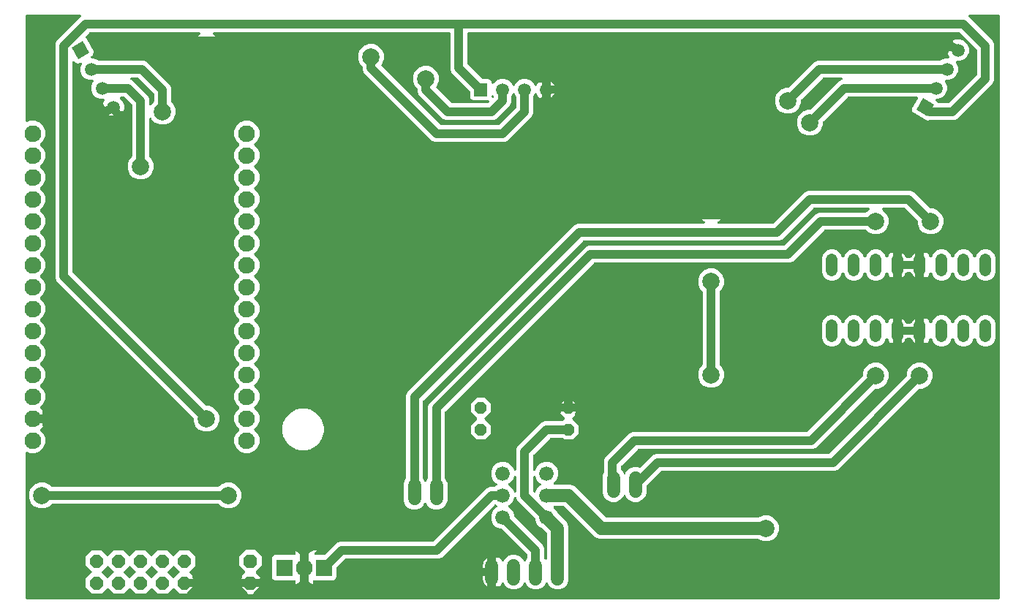
<source format=gbr>
G04 EAGLE Gerber RS-274X export*
G75*
%MOMM*%
%FSLAX34Y34*%
%LPD*%
%INTop Copper*%
%IPPOS*%
%AMOC8*
5,1,8,0,0,1.08239X$1,22.5*%
G01*
%ADD10C,1.320800*%
%ADD11R,1.508000X1.508000*%
%ADD12C,1.508000*%
%ADD13R,1.930400X1.930400*%
%ADD14C,1.930400*%
%ADD15C,1.524000*%
%ADD16P,1.429621X8X202.500000*%
%ADD17P,1.429621X8X22.500000*%
%ADD18P,1.732040X8X292.500000*%
%ADD19R,1.508000X1.508000*%
%ADD20P,1.649562X8X22.500000*%
%ADD21C,1.676400*%
%ADD22C,1.000000*%
%ADD23C,1.500000*%
%ADD24C,2.000000*%

G36*
X1361388Y133416D02*
X1361388Y133416D01*
X1361507Y133423D01*
X1361545Y133436D01*
X1361586Y133441D01*
X1361696Y133484D01*
X1361809Y133521D01*
X1361844Y133543D01*
X1361881Y133558D01*
X1361977Y133627D01*
X1362078Y133691D01*
X1362106Y133721D01*
X1362139Y133744D01*
X1362215Y133836D01*
X1362296Y133923D01*
X1362316Y133958D01*
X1362341Y133989D01*
X1362392Y134097D01*
X1362450Y134201D01*
X1362460Y134241D01*
X1362477Y134277D01*
X1362499Y134394D01*
X1362529Y134509D01*
X1362533Y134569D01*
X1362537Y134589D01*
X1362535Y134610D01*
X1362539Y134670D01*
X1362539Y809270D01*
X1362524Y809388D01*
X1362517Y809507D01*
X1362504Y809545D01*
X1362499Y809586D01*
X1362456Y809696D01*
X1362419Y809809D01*
X1362397Y809844D01*
X1362382Y809881D01*
X1362313Y809977D01*
X1362249Y810078D01*
X1362219Y810106D01*
X1362196Y810139D01*
X1362104Y810215D01*
X1362017Y810296D01*
X1361982Y810316D01*
X1361951Y810341D01*
X1361843Y810392D01*
X1361739Y810450D01*
X1361699Y810460D01*
X1361663Y810477D01*
X1361546Y810499D01*
X1361431Y810529D01*
X1361371Y810533D01*
X1361351Y810537D01*
X1361330Y810535D01*
X1361270Y810539D01*
X1327568Y810539D01*
X1327431Y810522D01*
X1327292Y810509D01*
X1327273Y810502D01*
X1327253Y810499D01*
X1327124Y810448D01*
X1326993Y810401D01*
X1326976Y810390D01*
X1326957Y810382D01*
X1326844Y810301D01*
X1326729Y810223D01*
X1326716Y810207D01*
X1326700Y810196D01*
X1326611Y810088D01*
X1326519Y809984D01*
X1326510Y809966D01*
X1326497Y809951D01*
X1326438Y809825D01*
X1326374Y809701D01*
X1326370Y809681D01*
X1326361Y809663D01*
X1326335Y809527D01*
X1326305Y809391D01*
X1326305Y809370D01*
X1326301Y809351D01*
X1326310Y809212D01*
X1326314Y809073D01*
X1326320Y809053D01*
X1326321Y809033D01*
X1326364Y808901D01*
X1326403Y808767D01*
X1326413Y808750D01*
X1326419Y808731D01*
X1326494Y808613D01*
X1326564Y808493D01*
X1326583Y808472D01*
X1326589Y808462D01*
X1326604Y808448D01*
X1326671Y808373D01*
X1329457Y805587D01*
X1329457Y805586D01*
X1351686Y783357D01*
X1354678Y780365D01*
X1356201Y776689D01*
X1356201Y734611D01*
X1354678Y730935D01*
X1313765Y690022D01*
X1310089Y688499D01*
X1280665Y688499D01*
X1280580Y688489D01*
X1280494Y688488D01*
X1280360Y688461D01*
X1280349Y688459D01*
X1280345Y688458D01*
X1280336Y688456D01*
X1279443Y688217D01*
X1277471Y688477D01*
X1262688Y697011D01*
X1261477Y698589D01*
X1260962Y700511D01*
X1261222Y702484D01*
X1267696Y713697D01*
X1267747Y713819D01*
X1267804Y713939D01*
X1267809Y713965D01*
X1267819Y713990D01*
X1267839Y714121D01*
X1267864Y714251D01*
X1267862Y714278D01*
X1267866Y714305D01*
X1267852Y714436D01*
X1267844Y714568D01*
X1267836Y714594D01*
X1267833Y714621D01*
X1267787Y714745D01*
X1267746Y714871D01*
X1267731Y714894D01*
X1267722Y714919D01*
X1267647Y715028D01*
X1267576Y715140D01*
X1267556Y715158D01*
X1267541Y715180D01*
X1267441Y715267D01*
X1267344Y715358D01*
X1267320Y715371D01*
X1267300Y715388D01*
X1267181Y715447D01*
X1267066Y715511D01*
X1267039Y715518D01*
X1267015Y715530D01*
X1266885Y715558D01*
X1266758Y715591D01*
X1266719Y715593D01*
X1266704Y715596D01*
X1266682Y715595D01*
X1266597Y715601D01*
X1187470Y715601D01*
X1187371Y715588D01*
X1187272Y715585D01*
X1187214Y715568D01*
X1187154Y715561D01*
X1187062Y715524D01*
X1186967Y715497D01*
X1186915Y715466D01*
X1186858Y715444D01*
X1186778Y715386D01*
X1186693Y715335D01*
X1186618Y715269D01*
X1186601Y715257D01*
X1186593Y715248D01*
X1186572Y715229D01*
X1158372Y687029D01*
X1158312Y686951D01*
X1158244Y686879D01*
X1158215Y686826D01*
X1158178Y686778D01*
X1158138Y686687D01*
X1158090Y686600D01*
X1158075Y686542D01*
X1158051Y686486D01*
X1158036Y686388D01*
X1158011Y686292D01*
X1158005Y686192D01*
X1158001Y686172D01*
X1158003Y686160D01*
X1158001Y686132D01*
X1158001Y682816D01*
X1155717Y677303D01*
X1151497Y673083D01*
X1145984Y670799D01*
X1140016Y670799D01*
X1134503Y673083D01*
X1130283Y677303D01*
X1127999Y682816D01*
X1127999Y688784D01*
X1130283Y694297D01*
X1134503Y698517D01*
X1140016Y700801D01*
X1143332Y700801D01*
X1143430Y700813D01*
X1143529Y700816D01*
X1143587Y700833D01*
X1143647Y700841D01*
X1143739Y700877D01*
X1143835Y700905D01*
X1143887Y700935D01*
X1143943Y700958D01*
X1144023Y701016D01*
X1144108Y701066D01*
X1144184Y701132D01*
X1144200Y701144D01*
X1144208Y701154D01*
X1144229Y701172D01*
X1177137Y734080D01*
X1179735Y735156D01*
X1179795Y735190D01*
X1179860Y735216D01*
X1179933Y735269D01*
X1180011Y735313D01*
X1180061Y735362D01*
X1180118Y735403D01*
X1180175Y735472D01*
X1180239Y735535D01*
X1180276Y735594D01*
X1180320Y735648D01*
X1180359Y735729D01*
X1180406Y735806D01*
X1180426Y735873D01*
X1180456Y735936D01*
X1180473Y736024D01*
X1180499Y736110D01*
X1180503Y736179D01*
X1180516Y736248D01*
X1180510Y736338D01*
X1180514Y736427D01*
X1180500Y736496D01*
X1180496Y736565D01*
X1180468Y736651D01*
X1180450Y736739D01*
X1180419Y736802D01*
X1180398Y736868D01*
X1180350Y736944D01*
X1180310Y737025D01*
X1180265Y737078D01*
X1180228Y737137D01*
X1180162Y737198D01*
X1180104Y737267D01*
X1180047Y737307D01*
X1179996Y737355D01*
X1179918Y737398D01*
X1179844Y737450D01*
X1179779Y737474D01*
X1179718Y737508D01*
X1179631Y737530D01*
X1179547Y737562D01*
X1179477Y737570D01*
X1179410Y737588D01*
X1179249Y737598D01*
X1158667Y737598D01*
X1158569Y737585D01*
X1158469Y737582D01*
X1158411Y737566D01*
X1158351Y737558D01*
X1158259Y737521D01*
X1158164Y737494D01*
X1158112Y737463D01*
X1158055Y737441D01*
X1157975Y737383D01*
X1157890Y737332D01*
X1157815Y737266D01*
X1157798Y737254D01*
X1157790Y737245D01*
X1157769Y737226D01*
X1132972Y712429D01*
X1132912Y712351D01*
X1132844Y712279D01*
X1132815Y712226D01*
X1132778Y712178D01*
X1132738Y712087D01*
X1132690Y712000D01*
X1132675Y711942D01*
X1132651Y711886D01*
X1132636Y711788D01*
X1132611Y711692D01*
X1132605Y711592D01*
X1132601Y711572D01*
X1132603Y711560D01*
X1132601Y711532D01*
X1132601Y708216D01*
X1130317Y702703D01*
X1126097Y698483D01*
X1120584Y696199D01*
X1114616Y696199D01*
X1109103Y698483D01*
X1104883Y702703D01*
X1102599Y708216D01*
X1102599Y714184D01*
X1104883Y719697D01*
X1109103Y723917D01*
X1114616Y726201D01*
X1117932Y726201D01*
X1118030Y726213D01*
X1118129Y726216D01*
X1118187Y726233D01*
X1118247Y726241D01*
X1118339Y726277D01*
X1118435Y726305D01*
X1118487Y726335D01*
X1118543Y726358D01*
X1118623Y726416D01*
X1118708Y726466D01*
X1118784Y726532D01*
X1118800Y726544D01*
X1118808Y726554D01*
X1118829Y726572D01*
X1148334Y756077D01*
X1152009Y757599D01*
X1293490Y757599D01*
X1293588Y757612D01*
X1293687Y757615D01*
X1293745Y757631D01*
X1293805Y757639D01*
X1293897Y757676D01*
X1293992Y757703D01*
X1294045Y757734D01*
X1294101Y757756D01*
X1294181Y757814D01*
X1294266Y757865D01*
X1294342Y757931D01*
X1294358Y757943D01*
X1294366Y757952D01*
X1294387Y757971D01*
X1294646Y758230D01*
X1299255Y760139D01*
X1303107Y760139D01*
X1303245Y760157D01*
X1303383Y760170D01*
X1303402Y760177D01*
X1303422Y760179D01*
X1303552Y760230D01*
X1303683Y760277D01*
X1303699Y760289D01*
X1303718Y760296D01*
X1303831Y760378D01*
X1303946Y760456D01*
X1303959Y760471D01*
X1303975Y760483D01*
X1304064Y760590D01*
X1304156Y760694D01*
X1304165Y760712D01*
X1304178Y760728D01*
X1304237Y760853D01*
X1304301Y760978D01*
X1304305Y760997D01*
X1304314Y761016D01*
X1304340Y761152D01*
X1304370Y761288D01*
X1304370Y761308D01*
X1304374Y761328D01*
X1304365Y761467D01*
X1304361Y761606D01*
X1304355Y761625D01*
X1304354Y761645D01*
X1304311Y761777D01*
X1304272Y761911D01*
X1304262Y761929D01*
X1304256Y761948D01*
X1304181Y762066D01*
X1304111Y762185D01*
X1304092Y762206D01*
X1304086Y762217D01*
X1304071Y762231D01*
X1304004Y762306D01*
X1303818Y762492D01*
X1302322Y766104D01*
X1302326Y766107D01*
X1302468Y766225D01*
X1302616Y766336D01*
X1302710Y766428D01*
X1302811Y766512D01*
X1302937Y766647D01*
X1303070Y766776D01*
X1303152Y766879D01*
X1303241Y766975D01*
X1303349Y767125D01*
X1303464Y767270D01*
X1303533Y767382D01*
X1303609Y767489D01*
X1303697Y767651D01*
X1303794Y767809D01*
X1303847Y767929D01*
X1303910Y768045D01*
X1303976Y768217D01*
X1304052Y768386D01*
X1304090Y768512D01*
X1304138Y768634D01*
X1304182Y768814D01*
X1304236Y768991D01*
X1304258Y769121D01*
X1304289Y769248D01*
X1304311Y769432D01*
X1304342Y769614D01*
X1304344Y769657D01*
X1311950Y765266D01*
X1312078Y765203D01*
X1312201Y765130D01*
X1312361Y765062D01*
X1312516Y764985D01*
X1312651Y764938D01*
X1312783Y764882D01*
X1312950Y764835D01*
X1313114Y764778D01*
X1313253Y764749D01*
X1313391Y764710D01*
X1313563Y764684D01*
X1313732Y764648D01*
X1313874Y764637D01*
X1314016Y764615D01*
X1314190Y764611D01*
X1314362Y764597D01*
X1314505Y764604D01*
X1314648Y764600D01*
X1314820Y764618D01*
X1314994Y764626D01*
X1315134Y764650D01*
X1315277Y764665D01*
X1315445Y764705D01*
X1315616Y764734D01*
X1315753Y764776D01*
X1315892Y764809D01*
X1316055Y764869D01*
X1316220Y764920D01*
X1316351Y764979D01*
X1316485Y765029D01*
X1316638Y765110D01*
X1316796Y765181D01*
X1316918Y765256D01*
X1317045Y765322D01*
X1317187Y765422D01*
X1317334Y765513D01*
X1317446Y765602D01*
X1317563Y765684D01*
X1317691Y765800D01*
X1317827Y765909D01*
X1317926Y766012D01*
X1318032Y766108D01*
X1318144Y766240D01*
X1318265Y766365D01*
X1318350Y766480D01*
X1318443Y766588D01*
X1318562Y766765D01*
X1318642Y766872D01*
X1318680Y766940D01*
X1318736Y767023D01*
X1318737Y767024D01*
X1318841Y767225D01*
X1318952Y767423D01*
X1318986Y767506D01*
X1319027Y767585D01*
X1319105Y767798D01*
X1319190Y768009D01*
X1319213Y768095D01*
X1319244Y768179D01*
X1319295Y768401D01*
X1319353Y768619D01*
X1319365Y768708D01*
X1319385Y768795D01*
X1319407Y769021D01*
X1319437Y769246D01*
X1319437Y769335D01*
X1319446Y769424D01*
X1319440Y769651D01*
X1319441Y769878D01*
X1319430Y769967D01*
X1319428Y770056D01*
X1319393Y770280D01*
X1319366Y770506D01*
X1319344Y770592D01*
X1319330Y770681D01*
X1319267Y770898D01*
X1319212Y771119D01*
X1319179Y771202D01*
X1319154Y771288D01*
X1319064Y771496D01*
X1318981Y771707D01*
X1318938Y771786D01*
X1318903Y771868D01*
X1318787Y772063D01*
X1318679Y772262D01*
X1318626Y772335D01*
X1318581Y772412D01*
X1318442Y772590D01*
X1318308Y772775D01*
X1318247Y772840D01*
X1318192Y772910D01*
X1318032Y773070D01*
X1317876Y773236D01*
X1317808Y773293D01*
X1317744Y773356D01*
X1317564Y773495D01*
X1317390Y773639D01*
X1317305Y773694D01*
X1317243Y773742D01*
X1317129Y773809D01*
X1316949Y773925D01*
X1308457Y778828D01*
X1308487Y778966D01*
X1308547Y779210D01*
X1308555Y779275D01*
X1308569Y779339D01*
X1308592Y779589D01*
X1308621Y779837D01*
X1308620Y779903D01*
X1308626Y779969D01*
X1308616Y780220D01*
X1308614Y780470D01*
X1308605Y780535D01*
X1308602Y780600D01*
X1308580Y780738D01*
X1311955Y782136D01*
X1316945Y782136D01*
X1321554Y780227D01*
X1325082Y776699D01*
X1326991Y772090D01*
X1326991Y767101D01*
X1325082Y762492D01*
X1321554Y758964D01*
X1316945Y757055D01*
X1313093Y757055D01*
X1312955Y757037D01*
X1312817Y757024D01*
X1312798Y757018D01*
X1312778Y757015D01*
X1312648Y756964D01*
X1312517Y756917D01*
X1312501Y756905D01*
X1312482Y756898D01*
X1312369Y756816D01*
X1312254Y756738D01*
X1312241Y756723D01*
X1312225Y756711D01*
X1312136Y756604D01*
X1312044Y756500D01*
X1312035Y756482D01*
X1312022Y756466D01*
X1311963Y756341D01*
X1311899Y756216D01*
X1311895Y756197D01*
X1311886Y756178D01*
X1311860Y756042D01*
X1311830Y755906D01*
X1311830Y755886D01*
X1311826Y755866D01*
X1311835Y755727D01*
X1311839Y755588D01*
X1311845Y755569D01*
X1311846Y755549D01*
X1311889Y755417D01*
X1311928Y755283D01*
X1311938Y755265D01*
X1311944Y755246D01*
X1312019Y755129D01*
X1312089Y755009D01*
X1312108Y754988D01*
X1312114Y754977D01*
X1312129Y754963D01*
X1312196Y754888D01*
X1312382Y754702D01*
X1314291Y750093D01*
X1314291Y745104D01*
X1312382Y740495D01*
X1308854Y736967D01*
X1304245Y735058D01*
X1300393Y735058D01*
X1300255Y735040D01*
X1300117Y735027D01*
X1300098Y735020D01*
X1300078Y735018D01*
X1299948Y734967D01*
X1299818Y734920D01*
X1299801Y734908D01*
X1299782Y734901D01*
X1299669Y734819D01*
X1299554Y734741D01*
X1299541Y734726D01*
X1299525Y734714D01*
X1299436Y734607D01*
X1299344Y734503D01*
X1299335Y734485D01*
X1299322Y734469D01*
X1299263Y734344D01*
X1299199Y734219D01*
X1299195Y734200D01*
X1299186Y734181D01*
X1299160Y734045D01*
X1299130Y733909D01*
X1299130Y733889D01*
X1299127Y733869D01*
X1299135Y733730D01*
X1299139Y733591D01*
X1299145Y733572D01*
X1299146Y733552D01*
X1299189Y733420D01*
X1299228Y733286D01*
X1299238Y733268D01*
X1299244Y733249D01*
X1299319Y733131D01*
X1299389Y733012D01*
X1299408Y732991D01*
X1299414Y732980D01*
X1299429Y732966D01*
X1299496Y732891D01*
X1299682Y732705D01*
X1301591Y728096D01*
X1301591Y723107D01*
X1299682Y718498D01*
X1296154Y714970D01*
X1291545Y713061D01*
X1289789Y713061D01*
X1289645Y713043D01*
X1289500Y713027D01*
X1289487Y713023D01*
X1289474Y713021D01*
X1289339Y712968D01*
X1289202Y712917D01*
X1289191Y712909D01*
X1289178Y712904D01*
X1289060Y712818D01*
X1288941Y712735D01*
X1288932Y712725D01*
X1288921Y712717D01*
X1288828Y712604D01*
X1288733Y712495D01*
X1288727Y712482D01*
X1288718Y712472D01*
X1288656Y712340D01*
X1288591Y712210D01*
X1288588Y712196D01*
X1288583Y712184D01*
X1288555Y712042D01*
X1288525Y711899D01*
X1288525Y711885D01*
X1288523Y711872D01*
X1288532Y711727D01*
X1288538Y711581D01*
X1288542Y711568D01*
X1288543Y711555D01*
X1288587Y711417D01*
X1288629Y711276D01*
X1288636Y711265D01*
X1288641Y711252D01*
X1288719Y711129D01*
X1288794Y711004D01*
X1288803Y710995D01*
X1288811Y710983D01*
X1288917Y710883D01*
X1289021Y710781D01*
X1289036Y710771D01*
X1289042Y710765D01*
X1289057Y710757D01*
X1289155Y710692D01*
X1290012Y710198D01*
X1290933Y708997D01*
X1290949Y708981D01*
X1290961Y708962D01*
X1291061Y708868D01*
X1291156Y708771D01*
X1291176Y708760D01*
X1291192Y708744D01*
X1291312Y708678D01*
X1291429Y708608D01*
X1291451Y708601D01*
X1291471Y708590D01*
X1291603Y708556D01*
X1291734Y708517D01*
X1291757Y708517D01*
X1291779Y708511D01*
X1291940Y708501D01*
X1303432Y708501D01*
X1303530Y708513D01*
X1303629Y708516D01*
X1303687Y708533D01*
X1303747Y708541D01*
X1303839Y708577D01*
X1303935Y708605D01*
X1303987Y708635D01*
X1304043Y708658D01*
X1304123Y708716D01*
X1304208Y708766D01*
X1304284Y708832D01*
X1304300Y708844D01*
X1304308Y708854D01*
X1304329Y708872D01*
X1335828Y740371D01*
X1335888Y740449D01*
X1335956Y740521D01*
X1335985Y740574D01*
X1336022Y740622D01*
X1336062Y740713D01*
X1336110Y740800D01*
X1336125Y740858D01*
X1336149Y740914D01*
X1336164Y741012D01*
X1336189Y741108D01*
X1336195Y741208D01*
X1336199Y741228D01*
X1336197Y741240D01*
X1336199Y741268D01*
X1336199Y770032D01*
X1336187Y770130D01*
X1336184Y770229D01*
X1336167Y770287D01*
X1336159Y770347D01*
X1336123Y770439D01*
X1336095Y770535D01*
X1336065Y770587D01*
X1336042Y770643D01*
X1335984Y770723D01*
X1335934Y770808D01*
X1335868Y770884D01*
X1335856Y770900D01*
X1335846Y770908D01*
X1335828Y770929D01*
X1317029Y789728D01*
X1316951Y789788D01*
X1316879Y789856D01*
X1316826Y789885D01*
X1316778Y789922D01*
X1316687Y789962D01*
X1316600Y790010D01*
X1316542Y790025D01*
X1316486Y790049D01*
X1316388Y790064D01*
X1316293Y790089D01*
X1316192Y790095D01*
X1316172Y790099D01*
X1316160Y790097D01*
X1316132Y790099D01*
X747870Y790099D01*
X747752Y790084D01*
X747633Y790077D01*
X747595Y790064D01*
X747554Y790059D01*
X747444Y790016D01*
X747331Y789979D01*
X747296Y789957D01*
X747259Y789942D01*
X747163Y789873D01*
X747062Y789809D01*
X747034Y789779D01*
X747001Y789756D01*
X746925Y789664D01*
X746844Y789577D01*
X746824Y789542D01*
X746799Y789511D01*
X746748Y789403D01*
X746690Y789299D01*
X746680Y789259D01*
X746663Y789223D01*
X746641Y789106D01*
X746611Y788991D01*
X746607Y788931D01*
X746603Y788911D01*
X746605Y788890D01*
X746601Y788830D01*
X746601Y753968D01*
X746613Y753870D01*
X746616Y753771D01*
X746633Y753713D01*
X746641Y753653D01*
X746677Y753561D01*
X746705Y753465D01*
X746735Y753413D01*
X746758Y753357D01*
X746816Y753277D01*
X746866Y753192D01*
X746932Y753116D01*
X746944Y753100D01*
X746954Y753092D01*
X746972Y753071D01*
X763231Y736812D01*
X763309Y736752D01*
X763381Y736684D01*
X763434Y736655D01*
X763482Y736618D01*
X763573Y736578D01*
X763660Y736530D01*
X763718Y736515D01*
X763774Y736491D01*
X763872Y736476D01*
X763967Y736451D01*
X764068Y736445D01*
X764088Y736441D01*
X764100Y736443D01*
X764128Y736441D01*
X770535Y736441D01*
X772373Y735679D01*
X773779Y734273D01*
X774541Y732435D01*
X774541Y731840D01*
X774558Y731703D01*
X774571Y731564D01*
X774578Y731545D01*
X774581Y731525D01*
X774632Y731396D01*
X774679Y731265D01*
X774690Y731248D01*
X774698Y731229D01*
X774779Y731117D01*
X774857Y731001D01*
X774873Y730988D01*
X774884Y730972D01*
X774992Y730883D01*
X775096Y730791D01*
X775114Y730782D01*
X775129Y730769D01*
X775255Y730710D01*
X775379Y730646D01*
X775399Y730642D01*
X775417Y730633D01*
X775553Y730607D01*
X775689Y730577D01*
X775710Y730577D01*
X775729Y730574D01*
X775868Y730582D01*
X776007Y730586D01*
X776027Y730592D01*
X776047Y730593D01*
X776179Y730636D01*
X776313Y730675D01*
X776330Y730685D01*
X776349Y730691D01*
X776467Y730766D01*
X776587Y730836D01*
X776608Y730855D01*
X776618Y730861D01*
X776632Y730876D01*
X776707Y730943D01*
X780296Y734532D01*
X784905Y736441D01*
X789895Y736441D01*
X794504Y734532D01*
X798032Y731004D01*
X798927Y728841D01*
X798996Y728720D01*
X799061Y728597D01*
X799075Y728582D01*
X799085Y728565D01*
X799182Y728465D01*
X799275Y728362D01*
X799292Y728351D01*
X799306Y728336D01*
X799424Y728264D01*
X799541Y728187D01*
X799560Y728181D01*
X799577Y728170D01*
X799710Y728129D01*
X799842Y728084D01*
X799862Y728082D01*
X799881Y728076D01*
X800020Y728070D01*
X800159Y728059D01*
X800179Y728062D01*
X800199Y728061D01*
X800335Y728089D01*
X800472Y728113D01*
X800491Y728121D01*
X800510Y728126D01*
X800635Y728187D01*
X800762Y728244D01*
X800778Y728256D01*
X800796Y728265D01*
X800902Y728355D01*
X801010Y728442D01*
X801023Y728459D01*
X801038Y728472D01*
X801118Y728585D01*
X801202Y728696D01*
X801214Y728722D01*
X801221Y728732D01*
X801228Y728751D01*
X801273Y728841D01*
X802168Y731004D01*
X805696Y734532D01*
X810305Y736441D01*
X815295Y736441D01*
X819904Y734532D01*
X823432Y731004D01*
X824327Y728841D01*
X824396Y728720D01*
X824461Y728597D01*
X824475Y728582D01*
X824485Y728565D01*
X824582Y728465D01*
X824675Y728362D01*
X824692Y728351D01*
X824706Y728336D01*
X824824Y728264D01*
X824941Y728187D01*
X824960Y728181D01*
X824977Y728170D01*
X825110Y728129D01*
X825242Y728084D01*
X825262Y728082D01*
X825281Y728076D01*
X825420Y728070D01*
X825559Y728059D01*
X825579Y728062D01*
X825599Y728061D01*
X825735Y728089D01*
X825872Y728113D01*
X825891Y728121D01*
X825910Y728126D01*
X826035Y728187D01*
X826162Y728244D01*
X826178Y728256D01*
X826196Y728265D01*
X826302Y728355D01*
X826410Y728442D01*
X826423Y728459D01*
X826438Y728472D01*
X826518Y728585D01*
X826602Y728696D01*
X826614Y728722D01*
X826621Y728732D01*
X826628Y728751D01*
X826673Y728841D01*
X827568Y731004D01*
X829281Y732717D01*
X829305Y732705D01*
X829335Y732694D01*
X829364Y732680D01*
X829632Y732588D01*
X829900Y732492D01*
X829932Y732486D01*
X829962Y732475D01*
X830241Y732418D01*
X830518Y732357D01*
X830550Y732354D01*
X830581Y732348D01*
X830865Y732326D01*
X831147Y732300D01*
X831179Y732302D01*
X831212Y732299D01*
X831495Y732313D01*
X831779Y732324D01*
X831811Y732329D01*
X831843Y732331D01*
X832122Y732380D01*
X832402Y732427D01*
X832433Y732436D01*
X832465Y732442D01*
X832736Y732526D01*
X833008Y732607D01*
X833038Y732620D01*
X833068Y732630D01*
X833201Y732689D01*
X833201Y723900D01*
X833201Y714777D01*
X833105Y714788D01*
X833084Y714788D01*
X833063Y714791D01*
X832769Y714788D01*
X832473Y714787D01*
X832452Y714784D01*
X832430Y714784D01*
X832139Y714744D01*
X831846Y714706D01*
X831826Y714701D01*
X831804Y714698D01*
X831520Y714621D01*
X831235Y714546D01*
X831215Y714538D01*
X831194Y714533D01*
X830922Y714421D01*
X830648Y714311D01*
X830629Y714301D01*
X830610Y714292D01*
X830353Y714147D01*
X830266Y714098D01*
X827568Y716796D01*
X826673Y718959D01*
X826604Y719080D01*
X826539Y719203D01*
X826525Y719218D01*
X826515Y719235D01*
X826418Y719335D01*
X826325Y719438D01*
X826308Y719449D01*
X826294Y719464D01*
X826175Y719536D01*
X826059Y719613D01*
X826040Y719619D01*
X826023Y719630D01*
X825890Y719671D01*
X825758Y719716D01*
X825738Y719718D01*
X825719Y719724D01*
X825580Y719730D01*
X825441Y719741D01*
X825421Y719738D01*
X825401Y719739D01*
X825265Y719711D01*
X825128Y719687D01*
X825109Y719679D01*
X825090Y719674D01*
X824964Y719613D01*
X824838Y719556D01*
X824822Y719544D01*
X824804Y719535D01*
X824698Y719444D01*
X824590Y719358D01*
X824577Y719342D01*
X824562Y719328D01*
X824482Y719214D01*
X824398Y719104D01*
X824386Y719078D01*
X824379Y719068D01*
X824372Y719049D01*
X824327Y718959D01*
X823432Y716796D01*
X823173Y716537D01*
X823112Y716459D01*
X823044Y716387D01*
X823015Y716334D01*
X822978Y716286D01*
X822938Y716195D01*
X822890Y716108D01*
X822875Y716050D01*
X822851Y715994D01*
X822836Y715896D01*
X822811Y715800D01*
X822805Y715700D01*
X822801Y715680D01*
X822803Y715668D01*
X822801Y715640D01*
X822801Y696511D01*
X821278Y692835D01*
X793065Y664622D01*
X789389Y663099D01*
X709211Y663099D01*
X705535Y664622D01*
X702543Y667613D01*
X702543Y667614D01*
X626522Y743635D01*
X624999Y747311D01*
X624999Y750261D01*
X624987Y750359D01*
X624984Y750458D01*
X624978Y750479D01*
X624977Y750493D01*
X624965Y750529D01*
X624959Y750576D01*
X624923Y750668D01*
X624895Y750763D01*
X624882Y750786D01*
X624879Y750796D01*
X624862Y750822D01*
X624842Y750872D01*
X624784Y750952D01*
X624734Y751037D01*
X624668Y751113D01*
X624656Y751129D01*
X624646Y751137D01*
X624628Y751158D01*
X622283Y753503D01*
X619999Y759016D01*
X619999Y764984D01*
X622283Y770497D01*
X626503Y774717D01*
X632016Y777001D01*
X637984Y777001D01*
X643497Y774717D01*
X647717Y770497D01*
X650001Y764984D01*
X650001Y759016D01*
X647717Y753503D01*
X647226Y753012D01*
X647153Y752918D01*
X647074Y752829D01*
X647056Y752793D01*
X647031Y752761D01*
X646984Y752651D01*
X646930Y752545D01*
X646921Y752506D01*
X646905Y752469D01*
X646886Y752351D01*
X646860Y752235D01*
X646861Y752195D01*
X646855Y752155D01*
X646866Y752036D01*
X646870Y751917D01*
X646881Y751878D01*
X646885Y751838D01*
X646925Y751726D01*
X646958Y751612D01*
X646979Y751577D01*
X646992Y751539D01*
X647059Y751441D01*
X647120Y751338D01*
X647160Y751293D01*
X647171Y751276D01*
X647186Y751262D01*
X647226Y751217D01*
X714971Y683472D01*
X715049Y683412D01*
X715121Y683344D01*
X715174Y683315D01*
X715222Y683278D01*
X715313Y683238D01*
X715400Y683190D01*
X715458Y683175D01*
X715514Y683151D01*
X715612Y683136D01*
X715707Y683111D01*
X715808Y683105D01*
X715828Y683101D01*
X715840Y683103D01*
X715868Y683101D01*
X782732Y683101D01*
X782830Y683113D01*
X782929Y683116D01*
X782987Y683133D01*
X783047Y683141D01*
X783139Y683177D01*
X783235Y683205D01*
X783287Y683235D01*
X783343Y683258D01*
X783423Y683316D01*
X783508Y683366D01*
X783584Y683432D01*
X783600Y683444D01*
X783608Y683454D01*
X783629Y683472D01*
X802428Y702271D01*
X802488Y702349D01*
X802556Y702421D01*
X802585Y702474D01*
X802622Y702522D01*
X802662Y702613D01*
X802710Y702700D01*
X802725Y702758D01*
X802749Y702814D01*
X802764Y702912D01*
X802789Y703008D01*
X802795Y703108D01*
X802799Y703128D01*
X802797Y703140D01*
X802799Y703168D01*
X802799Y715640D01*
X802787Y715738D01*
X802784Y715837D01*
X802767Y715895D01*
X802759Y715955D01*
X802723Y716047D01*
X802695Y716142D01*
X802665Y716195D01*
X802642Y716251D01*
X802584Y716331D01*
X802534Y716416D01*
X802468Y716492D01*
X802456Y716508D01*
X802446Y716516D01*
X802427Y716537D01*
X802168Y716796D01*
X801273Y718959D01*
X801204Y719080D01*
X801139Y719203D01*
X801125Y719218D01*
X801115Y719235D01*
X801018Y719335D01*
X800925Y719438D01*
X800908Y719449D01*
X800894Y719464D01*
X800775Y719536D01*
X800659Y719613D01*
X800640Y719619D01*
X800623Y719630D01*
X800490Y719671D01*
X800358Y719716D01*
X800338Y719718D01*
X800319Y719724D01*
X800180Y719730D01*
X800041Y719741D01*
X800021Y719738D01*
X800001Y719739D01*
X799865Y719711D01*
X799728Y719687D01*
X799709Y719679D01*
X799690Y719674D01*
X799564Y719613D01*
X799438Y719556D01*
X799422Y719544D01*
X799404Y719535D01*
X799298Y719444D01*
X799190Y719358D01*
X799177Y719342D01*
X799162Y719328D01*
X799082Y719214D01*
X798998Y719104D01*
X798986Y719078D01*
X798979Y719068D01*
X798972Y719049D01*
X798927Y718959D01*
X798032Y716796D01*
X797773Y716537D01*
X797712Y716459D01*
X797644Y716387D01*
X797615Y716334D01*
X797578Y716286D01*
X797538Y716195D01*
X797490Y716108D01*
X797475Y716050D01*
X797451Y715994D01*
X797436Y715896D01*
X797411Y715800D01*
X797405Y715700D01*
X797401Y715680D01*
X797403Y715668D01*
X797401Y715640D01*
X797401Y709211D01*
X795878Y705535D01*
X780365Y690022D01*
X776689Y688499D01*
X721911Y688499D01*
X718235Y690022D01*
X690022Y718235D01*
X688499Y721911D01*
X688499Y724861D01*
X688487Y724959D01*
X688484Y725058D01*
X688467Y725116D01*
X688459Y725176D01*
X688423Y725268D01*
X688395Y725363D01*
X688369Y725408D01*
X688368Y725411D01*
X688364Y725418D01*
X688342Y725472D01*
X688284Y725552D01*
X688234Y725637D01*
X688202Y725674D01*
X688198Y725679D01*
X688191Y725687D01*
X688168Y725713D01*
X688156Y725729D01*
X688146Y725737D01*
X688128Y725758D01*
X685783Y728103D01*
X683499Y733616D01*
X683499Y739584D01*
X685783Y745097D01*
X690003Y749317D01*
X695516Y751601D01*
X701484Y751601D01*
X706997Y749317D01*
X711217Y745097D01*
X713501Y739584D01*
X713501Y733616D01*
X711217Y728103D01*
X710726Y727612D01*
X710653Y727518D01*
X710574Y727429D01*
X710556Y727393D01*
X710531Y727361D01*
X710484Y727251D01*
X710430Y727145D01*
X710421Y727106D01*
X710405Y727069D01*
X710386Y726951D01*
X710360Y726835D01*
X710361Y726795D01*
X710355Y726755D01*
X710366Y726636D01*
X710370Y726517D01*
X710381Y726478D01*
X710385Y726438D01*
X710425Y726326D01*
X710458Y726212D01*
X710479Y726177D01*
X710492Y726139D01*
X710559Y726040D01*
X710620Y725938D01*
X710660Y725893D01*
X710671Y725876D01*
X710686Y725862D01*
X710726Y725817D01*
X727671Y708872D01*
X727749Y708812D01*
X727821Y708744D01*
X727874Y708715D01*
X727922Y708678D01*
X728013Y708638D01*
X728100Y708590D01*
X728158Y708575D01*
X728214Y708551D01*
X728312Y708536D01*
X728408Y708511D01*
X728508Y708505D01*
X728528Y708501D01*
X728540Y708503D01*
X728568Y708501D01*
X770032Y708501D01*
X770130Y708513D01*
X770229Y708516D01*
X770287Y708533D01*
X770347Y708541D01*
X770439Y708577D01*
X770534Y708605D01*
X770587Y708635D01*
X770643Y708658D01*
X770723Y708716D01*
X770808Y708766D01*
X770884Y708832D01*
X770900Y708844D01*
X770908Y708854D01*
X770929Y708872D01*
X771249Y709192D01*
X771334Y709302D01*
X771423Y709409D01*
X771432Y709428D01*
X771444Y709444D01*
X771500Y709572D01*
X771559Y709697D01*
X771563Y709717D01*
X771571Y709736D01*
X771592Y709873D01*
X771619Y710010D01*
X771617Y710030D01*
X771620Y710050D01*
X771607Y710188D01*
X771599Y710327D01*
X771593Y710346D01*
X771591Y710366D01*
X771544Y710497D01*
X771501Y710629D01*
X771490Y710647D01*
X771483Y710666D01*
X771405Y710781D01*
X771331Y710898D01*
X771316Y710912D01*
X771305Y710929D01*
X771200Y711021D01*
X771099Y711116D01*
X771081Y711126D01*
X771066Y711139D01*
X770942Y711202D01*
X770820Y711270D01*
X770801Y711275D01*
X770783Y711284D01*
X770647Y711314D01*
X770513Y711349D01*
X770485Y711351D01*
X770473Y711354D01*
X770452Y711353D01*
X770352Y711359D01*
X753465Y711359D01*
X751627Y712121D01*
X750221Y713527D01*
X749459Y715365D01*
X749459Y721772D01*
X749447Y721870D01*
X749444Y721969D01*
X749427Y722027D01*
X749419Y722087D01*
X749383Y722179D01*
X749355Y722275D01*
X749325Y722327D01*
X749302Y722383D01*
X749244Y722463D01*
X749194Y722548D01*
X749128Y722624D01*
X749116Y722640D01*
X749106Y722648D01*
X749088Y722669D01*
X728122Y743635D01*
X726599Y747311D01*
X726599Y788830D01*
X726584Y788948D01*
X726577Y789067D01*
X726564Y789105D01*
X726559Y789146D01*
X726516Y789256D01*
X726479Y789369D01*
X726457Y789404D01*
X726442Y789441D01*
X726373Y789537D01*
X726309Y789638D01*
X726279Y789666D01*
X726256Y789699D01*
X726164Y789775D01*
X726077Y789856D01*
X726042Y789876D01*
X726011Y789901D01*
X725903Y789952D01*
X725799Y790010D01*
X725759Y790020D01*
X725723Y790037D01*
X725606Y790059D01*
X725491Y790089D01*
X725431Y790093D01*
X725411Y790097D01*
X725390Y790095D01*
X725330Y790099D01*
X452903Y790099D01*
X452833Y790091D01*
X452764Y790092D01*
X452676Y790071D01*
X452587Y790059D01*
X452522Y790034D01*
X452454Y790017D01*
X452375Y789975D01*
X452291Y789942D01*
X452235Y789901D01*
X452173Y789869D01*
X452107Y789808D01*
X452034Y789756D01*
X451989Y789702D01*
X451938Y789655D01*
X451889Y789580D01*
X451831Y789511D01*
X451801Y789447D01*
X451763Y789389D01*
X451734Y789304D01*
X451696Y789223D01*
X451683Y789154D01*
X451660Y789088D01*
X451653Y788999D01*
X451636Y788911D01*
X451640Y788841D01*
X451635Y788771D01*
X451650Y788683D01*
X451656Y788593D01*
X451677Y788527D01*
X451689Y788458D01*
X451726Y788376D01*
X451754Y788291D01*
X451791Y788232D01*
X451820Y788168D01*
X451876Y788098D01*
X451924Y788022D01*
X451975Y787974D01*
X452018Y787920D01*
X452090Y787865D01*
X452155Y787804D01*
X452217Y787770D01*
X452272Y787728D01*
X452417Y787657D01*
X452997Y787417D01*
X455315Y785099D01*
X433685Y785099D01*
X436003Y787417D01*
X436583Y787657D01*
X436644Y787692D01*
X436709Y787718D01*
X436781Y787770D01*
X436859Y787815D01*
X436910Y787863D01*
X436966Y787904D01*
X437023Y787974D01*
X437088Y788036D01*
X437124Y788096D01*
X437169Y788149D01*
X437207Y788231D01*
X437254Y788307D01*
X437275Y788374D01*
X437304Y788437D01*
X437321Y788525D01*
X437348Y788611D01*
X437351Y788681D01*
X437364Y788750D01*
X437359Y788839D01*
X437363Y788929D01*
X437349Y788997D01*
X437344Y789067D01*
X437317Y789152D01*
X437299Y789240D01*
X437268Y789303D01*
X437246Y789369D01*
X437198Y789445D01*
X437159Y789526D01*
X437114Y789579D01*
X437076Y789638D01*
X437011Y789700D01*
X436952Y789768D01*
X436895Y789808D01*
X436845Y789856D01*
X436766Y789899D01*
X436692Y789951D01*
X436627Y789976D01*
X436566Y790010D01*
X436479Y790032D01*
X436395Y790064D01*
X436326Y790072D01*
X436258Y790089D01*
X436097Y790099D01*
X309468Y790099D01*
X309370Y790087D01*
X309271Y790084D01*
X309213Y790067D01*
X309153Y790059D01*
X309061Y790023D01*
X308965Y789995D01*
X308913Y789965D01*
X308857Y789942D01*
X308777Y789884D01*
X308692Y789834D01*
X308616Y789768D01*
X308600Y789756D01*
X308592Y789746D01*
X308571Y789728D01*
X304401Y785558D01*
X304375Y785524D01*
X304343Y785496D01*
X304278Y785399D01*
X304207Y785307D01*
X304189Y785268D01*
X304165Y785232D01*
X304126Y785122D01*
X304080Y785015D01*
X304073Y784973D01*
X304059Y784932D01*
X304049Y784816D01*
X304030Y784701D01*
X304034Y784658D01*
X304031Y784615D01*
X304049Y784501D01*
X304060Y784384D01*
X304075Y784344D01*
X304082Y784302D01*
X304128Y784195D01*
X304168Y784085D01*
X304192Y784050D01*
X304209Y784010D01*
X304281Y783919D01*
X304346Y783822D01*
X304379Y783794D01*
X304405Y783760D01*
X304526Y783654D01*
X305043Y783257D01*
X313578Y768475D01*
X313838Y766502D01*
X313323Y764581D01*
X312112Y763002D01*
X311255Y762508D01*
X311139Y762419D01*
X311021Y762334D01*
X311012Y762324D01*
X311002Y762315D01*
X310911Y762201D01*
X310818Y762089D01*
X310812Y762077D01*
X310804Y762066D01*
X310744Y761932D01*
X310683Y761801D01*
X310680Y761788D01*
X310674Y761776D01*
X310650Y761631D01*
X310623Y761489D01*
X310624Y761476D01*
X310621Y761462D01*
X310634Y761316D01*
X310643Y761172D01*
X310647Y761159D01*
X310648Y761145D01*
X310696Y761007D01*
X310741Y760869D01*
X310748Y760858D01*
X310752Y760845D01*
X310833Y760724D01*
X310911Y760600D01*
X310921Y760591D01*
X310928Y760580D01*
X311036Y760482D01*
X311142Y760382D01*
X311154Y760376D01*
X311164Y760367D01*
X311294Y760299D01*
X311421Y760229D01*
X311434Y760226D01*
X311446Y760219D01*
X311588Y760186D01*
X311729Y760149D01*
X311747Y760148D01*
X311755Y760146D01*
X311773Y760147D01*
X311889Y760139D01*
X313645Y760139D01*
X318254Y758230D01*
X318513Y757971D01*
X318591Y757910D01*
X318663Y757842D01*
X318716Y757813D01*
X318764Y757776D01*
X318855Y757737D01*
X318942Y757689D01*
X319000Y757674D01*
X319056Y757650D01*
X319154Y757634D01*
X319250Y757609D01*
X319350Y757603D01*
X319370Y757600D01*
X319382Y757601D01*
X319410Y757599D01*
X371991Y757599D01*
X375666Y756077D01*
X402178Y729565D01*
X403701Y725889D01*
X403701Y710239D01*
X403713Y710141D01*
X403716Y710042D01*
X403733Y709984D01*
X403741Y709924D01*
X403777Y709832D01*
X403805Y709737D01*
X403835Y709684D01*
X403858Y709628D01*
X403916Y709548D01*
X403966Y709463D01*
X404032Y709387D01*
X404044Y709371D01*
X404054Y709363D01*
X404072Y709342D01*
X406417Y706997D01*
X408701Y701484D01*
X408701Y695516D01*
X406417Y690003D01*
X402197Y685783D01*
X396684Y683499D01*
X390716Y683499D01*
X385203Y685783D01*
X380983Y690003D01*
X380743Y690583D01*
X380708Y690644D01*
X380682Y690709D01*
X380630Y690781D01*
X380585Y690859D01*
X380537Y690909D01*
X380496Y690966D01*
X380426Y691023D01*
X380364Y691088D01*
X380304Y691124D01*
X380251Y691169D01*
X380169Y691207D01*
X380093Y691254D01*
X380026Y691275D01*
X379963Y691304D01*
X379875Y691321D01*
X379789Y691348D01*
X379719Y691351D01*
X379650Y691364D01*
X379561Y691359D01*
X379471Y691363D01*
X379403Y691349D01*
X379333Y691344D01*
X379248Y691317D01*
X379160Y691299D01*
X379097Y691268D01*
X379031Y691246D01*
X378955Y691198D01*
X378874Y691159D01*
X378821Y691114D01*
X378762Y691076D01*
X378700Y691011D01*
X378632Y690952D01*
X378592Y690895D01*
X378544Y690845D01*
X378501Y690766D01*
X378449Y690692D01*
X378424Y690627D01*
X378390Y690566D01*
X378368Y690479D01*
X378336Y690395D01*
X378328Y690326D01*
X378311Y690258D01*
X378301Y690097D01*
X378301Y646739D01*
X378313Y646641D01*
X378316Y646542D01*
X378333Y646484D01*
X378341Y646424D01*
X378377Y646332D01*
X378405Y646237D01*
X378435Y646184D01*
X378458Y646128D01*
X378516Y646048D01*
X378566Y645963D01*
X378632Y645887D01*
X378644Y645871D01*
X378654Y645863D01*
X378672Y645842D01*
X381017Y643497D01*
X383301Y637984D01*
X383301Y632016D01*
X381017Y626503D01*
X376797Y622283D01*
X371284Y619999D01*
X365316Y619999D01*
X359803Y622283D01*
X355583Y626503D01*
X353299Y632016D01*
X353299Y637984D01*
X355583Y643497D01*
X357928Y645842D01*
X357988Y645920D01*
X358056Y645992D01*
X358085Y646045D01*
X358122Y646093D01*
X358162Y646184D01*
X358210Y646271D01*
X358225Y646329D01*
X358249Y646385D01*
X358264Y646483D01*
X358289Y646579D01*
X358295Y646679D01*
X358299Y646699D01*
X358297Y646711D01*
X358299Y646739D01*
X358299Y706532D01*
X358287Y706630D01*
X358284Y706729D01*
X358267Y706787D01*
X358259Y706847D01*
X358223Y706939D01*
X358195Y707035D01*
X358165Y707087D01*
X358142Y707143D01*
X358084Y707223D01*
X358034Y707308D01*
X357968Y707384D01*
X357956Y707400D01*
X357946Y707408D01*
X357928Y707429D01*
X350128Y715229D01*
X350050Y715290D01*
X349977Y715358D01*
X349924Y715387D01*
X349877Y715424D01*
X349786Y715463D01*
X349699Y715511D01*
X349640Y715526D01*
X349585Y715550D01*
X349487Y715566D01*
X349391Y715591D01*
X349291Y715597D01*
X349271Y715600D01*
X349258Y715599D01*
X349230Y715601D01*
X345353Y715601D01*
X345216Y715583D01*
X345077Y715570D01*
X345058Y715563D01*
X345038Y715561D01*
X344909Y715510D01*
X344778Y715463D01*
X344761Y715451D01*
X344742Y715444D01*
X344629Y715362D01*
X344514Y715284D01*
X344501Y715269D01*
X344485Y715257D01*
X344396Y715150D01*
X344304Y715046D01*
X344295Y715028D01*
X344282Y715012D01*
X344223Y714886D01*
X344159Y714762D01*
X344155Y714743D01*
X344146Y714724D01*
X344120Y714588D01*
X344090Y714452D01*
X344090Y714432D01*
X344086Y714412D01*
X344095Y714274D01*
X344099Y714134D01*
X344105Y714115D01*
X344106Y714095D01*
X344149Y713963D01*
X344188Y713829D01*
X344198Y713811D01*
X344204Y713792D01*
X344279Y713674D01*
X344349Y713555D01*
X344368Y713534D01*
X344374Y713523D01*
X344389Y713509D01*
X344456Y713434D01*
X347182Y710708D01*
X349091Y706099D01*
X349091Y701110D01*
X348263Y699111D01*
X348233Y699110D01*
X347930Y699107D01*
X347920Y699105D01*
X347909Y699105D01*
X347604Y699062D01*
X347304Y699020D01*
X347294Y699018D01*
X347283Y699016D01*
X346988Y698935D01*
X346694Y698856D01*
X346684Y698852D01*
X346674Y698849D01*
X346391Y698731D01*
X346110Y698615D01*
X346100Y698610D01*
X346090Y698606D01*
X345826Y698454D01*
X345560Y698303D01*
X345551Y698296D01*
X345542Y698291D01*
X345437Y698211D01*
X340880Y706104D01*
X340787Y706244D01*
X340702Y706390D01*
X340689Y706406D01*
X340683Y706417D01*
X340627Y706489D01*
X340579Y706564D01*
X340554Y706593D01*
X340530Y706630D01*
X340420Y706757D01*
X340317Y706891D01*
X340303Y706905D01*
X340295Y706916D01*
X340231Y706980D01*
X340173Y707049D01*
X340145Y707075D01*
X340116Y707108D01*
X339991Y707220D01*
X339872Y707340D01*
X339857Y707352D01*
X339847Y707362D01*
X339775Y707417D01*
X339709Y707479D01*
X339678Y707501D01*
X339645Y707530D01*
X339507Y707626D01*
X339374Y707730D01*
X339358Y707739D01*
X339346Y707748D01*
X339268Y707794D01*
X339195Y707846D01*
X339160Y707865D01*
X339125Y707889D01*
X338976Y707967D01*
X338831Y708053D01*
X338815Y708060D01*
X338801Y708068D01*
X338718Y708103D01*
X338639Y708146D01*
X338601Y708161D01*
X338564Y708180D01*
X338406Y708238D01*
X338251Y708305D01*
X338235Y708310D01*
X338220Y708316D01*
X338133Y708341D01*
X338049Y708374D01*
X338009Y708383D01*
X337971Y708397D01*
X337807Y708435D01*
X337645Y708482D01*
X337628Y708485D01*
X337612Y708490D01*
X337523Y708503D01*
X337435Y708525D01*
X337394Y708529D01*
X337354Y708538D01*
X337187Y708555D01*
X337020Y708581D01*
X337004Y708582D01*
X336987Y708584D01*
X336897Y708587D01*
X336807Y708597D01*
X336765Y708597D01*
X336725Y708600D01*
X336557Y708596D01*
X336389Y708601D01*
X336373Y708599D01*
X336355Y708600D01*
X336265Y708591D01*
X336175Y708590D01*
X336133Y708584D01*
X336093Y708583D01*
X335927Y708557D01*
X335759Y708541D01*
X335745Y708537D01*
X335726Y708535D01*
X335638Y708515D01*
X335549Y708502D01*
X335507Y708491D01*
X335469Y708485D01*
X335307Y708438D01*
X335143Y708401D01*
X335130Y708396D01*
X335111Y708392D01*
X335026Y708361D01*
X334939Y708337D01*
X334898Y708320D01*
X334862Y708310D01*
X334707Y708243D01*
X334549Y708185D01*
X334537Y708179D01*
X334518Y708172D01*
X334427Y708126D01*
X334355Y708096D01*
X334316Y708074D01*
X334281Y708059D01*
X334193Y708007D01*
X334050Y707934D01*
X326440Y703540D01*
X326438Y703561D01*
X326429Y703692D01*
X326394Y703874D01*
X326369Y704057D01*
X326335Y704184D01*
X326310Y704313D01*
X326252Y704489D01*
X326204Y704667D01*
X326154Y704789D01*
X326113Y704914D01*
X326034Y705081D01*
X325964Y705252D01*
X325899Y705366D01*
X325843Y705485D01*
X325743Y705641D01*
X325652Y705801D01*
X325573Y705907D01*
X325502Y706017D01*
X325383Y706159D01*
X325272Y706307D01*
X325181Y706402D01*
X325097Y706502D01*
X324961Y706628D01*
X324832Y706761D01*
X324730Y706843D01*
X324633Y706933D01*
X324483Y707040D01*
X324420Y707091D01*
X325918Y710708D01*
X326104Y710894D01*
X326189Y711004D01*
X326278Y711111D01*
X326287Y711129D01*
X326299Y711145D01*
X326354Y711273D01*
X326414Y711399D01*
X326418Y711419D01*
X326426Y711437D01*
X326447Y711574D01*
X326474Y711711D01*
X326472Y711731D01*
X326475Y711751D01*
X326462Y711890D01*
X326454Y712028D01*
X326448Y712048D01*
X326446Y712068D01*
X326398Y712199D01*
X326356Y712331D01*
X326345Y712348D01*
X326338Y712367D01*
X326260Y712482D01*
X326186Y712600D01*
X326171Y712613D01*
X326159Y712630D01*
X326055Y712722D01*
X325954Y712818D01*
X325936Y712827D01*
X325921Y712841D01*
X325797Y712904D01*
X325675Y712971D01*
X325656Y712976D01*
X325638Y712985D01*
X325502Y713016D01*
X325368Y713051D01*
X325340Y713052D01*
X325328Y713055D01*
X325307Y713054D01*
X325207Y713061D01*
X321355Y713061D01*
X316746Y714970D01*
X313218Y718498D01*
X311309Y723107D01*
X311309Y728096D01*
X313218Y732705D01*
X313404Y732891D01*
X313489Y733001D01*
X313578Y733108D01*
X313587Y733126D01*
X313599Y733142D01*
X313654Y733270D01*
X313714Y733396D01*
X313718Y733416D01*
X313726Y733434D01*
X313747Y733571D01*
X313773Y733708D01*
X313772Y733728D01*
X313775Y733748D01*
X313762Y733887D01*
X313754Y734025D01*
X313748Y734045D01*
X313746Y734065D01*
X313698Y734196D01*
X313656Y734328D01*
X313645Y734345D01*
X313638Y734364D01*
X313560Y734479D01*
X313486Y734597D01*
X313471Y734611D01*
X313459Y734627D01*
X313355Y734719D01*
X313254Y734815D01*
X313236Y734824D01*
X313221Y734838D01*
X313097Y734901D01*
X312975Y734968D01*
X312956Y734973D01*
X312938Y734982D01*
X312802Y735013D01*
X312667Y735048D01*
X312639Y735049D01*
X312628Y735052D01*
X312607Y735051D01*
X312507Y735058D01*
X308655Y735058D01*
X304046Y736967D01*
X300518Y740495D01*
X298609Y745104D01*
X298609Y750093D01*
X299962Y753360D01*
X299979Y753420D01*
X300005Y753478D01*
X300021Y753573D01*
X300046Y753666D01*
X300047Y753729D01*
X300058Y753792D01*
X300050Y753888D01*
X300051Y753984D01*
X300037Y754046D01*
X300031Y754109D01*
X300000Y754200D01*
X299977Y754294D01*
X299948Y754349D01*
X299927Y754409D01*
X299874Y754489D01*
X299828Y754575D01*
X299786Y754621D01*
X299751Y754674D01*
X299679Y754739D01*
X299615Y754810D01*
X299562Y754845D01*
X299515Y754887D01*
X299429Y754932D01*
X299349Y754985D01*
X299289Y755005D01*
X299233Y755035D01*
X299139Y755057D01*
X299048Y755088D01*
X298985Y755093D01*
X298924Y755107D01*
X298827Y755106D01*
X298731Y755113D01*
X298669Y755102D01*
X298606Y755101D01*
X298513Y755075D01*
X298418Y755059D01*
X298360Y755033D01*
X298299Y755016D01*
X298155Y754945D01*
X297329Y754468D01*
X295357Y754208D01*
X293435Y754723D01*
X291857Y755934D01*
X291769Y756086D01*
X291681Y756201D01*
X291596Y756320D01*
X291585Y756328D01*
X291577Y756339D01*
X291463Y756429D01*
X291351Y756522D01*
X291338Y756528D01*
X291328Y756537D01*
X291194Y756596D01*
X291063Y756658D01*
X291050Y756660D01*
X291037Y756666D01*
X290893Y756690D01*
X290750Y756718D01*
X290737Y756717D01*
X290724Y756719D01*
X290578Y756707D01*
X290433Y756698D01*
X290420Y756694D01*
X290407Y756693D01*
X290269Y756645D01*
X290131Y756600D01*
X290119Y756593D01*
X290106Y756588D01*
X289985Y756508D01*
X289862Y756430D01*
X289853Y756420D01*
X289841Y756413D01*
X289744Y756304D01*
X289644Y756198D01*
X289637Y756186D01*
X289628Y756176D01*
X289561Y756047D01*
X289490Y755920D01*
X289487Y755907D01*
X289481Y755895D01*
X289447Y755753D01*
X289411Y755612D01*
X289410Y755593D01*
X289408Y755585D01*
X289408Y755568D01*
X289401Y755451D01*
X289401Y512668D01*
X289413Y512570D01*
X289416Y512471D01*
X289433Y512413D01*
X289441Y512353D01*
X289477Y512261D01*
X289505Y512165D01*
X289535Y512113D01*
X289558Y512057D01*
X289616Y511977D01*
X289666Y511892D01*
X289732Y511816D01*
X289744Y511800D01*
X289754Y511792D01*
X289772Y511771D01*
X443271Y358272D01*
X443349Y358212D01*
X443421Y358144D01*
X443474Y358115D01*
X443522Y358078D01*
X443613Y358038D01*
X443700Y357990D01*
X443758Y357975D01*
X443814Y357951D01*
X443912Y357936D01*
X444008Y357911D01*
X444108Y357905D01*
X444128Y357901D01*
X444140Y357903D01*
X444168Y357901D01*
X447484Y357901D01*
X452997Y355617D01*
X457217Y351397D01*
X459501Y345884D01*
X459501Y339916D01*
X457217Y334403D01*
X452997Y330183D01*
X447484Y327899D01*
X441516Y327899D01*
X436003Y330183D01*
X431783Y334403D01*
X429499Y339916D01*
X429499Y343232D01*
X429487Y343330D01*
X429484Y343429D01*
X429467Y343487D01*
X429459Y343547D01*
X429423Y343639D01*
X429395Y343735D01*
X429365Y343787D01*
X429342Y343843D01*
X429284Y343923D01*
X429234Y344008D01*
X429168Y344084D01*
X429156Y344100D01*
X429146Y344108D01*
X429128Y344129D01*
X270922Y502335D01*
X269399Y506011D01*
X269399Y776689D01*
X270922Y780365D01*
X296143Y805586D01*
X296143Y805587D01*
X298929Y808373D01*
X299015Y808482D01*
X299103Y808589D01*
X299112Y808608D01*
X299124Y808624D01*
X299180Y808752D01*
X299239Y808877D01*
X299243Y808897D01*
X299251Y808916D01*
X299273Y809054D01*
X299299Y809190D01*
X299297Y809210D01*
X299300Y809230D01*
X299287Y809369D01*
X299279Y809507D01*
X299273Y809526D01*
X299271Y809546D01*
X299223Y809678D01*
X299181Y809809D01*
X299170Y809827D01*
X299163Y809846D01*
X299085Y809961D01*
X299011Y810078D01*
X298996Y810092D01*
X298984Y810109D01*
X298880Y810201D01*
X298779Y810296D01*
X298761Y810306D01*
X298746Y810319D01*
X298622Y810383D01*
X298500Y810450D01*
X298481Y810455D01*
X298463Y810464D01*
X298327Y810494D01*
X298193Y810529D01*
X298164Y810531D01*
X298153Y810534D01*
X298132Y810533D01*
X298032Y810539D01*
X236670Y810539D01*
X236552Y810524D01*
X236433Y810517D01*
X236395Y810504D01*
X236354Y810499D01*
X236244Y810456D01*
X236131Y810419D01*
X236096Y810397D01*
X236059Y810382D01*
X235963Y810313D01*
X235862Y810249D01*
X235834Y810219D01*
X235801Y810196D01*
X235725Y810104D01*
X235644Y810017D01*
X235624Y809982D01*
X235599Y809951D01*
X235548Y809843D01*
X235490Y809739D01*
X235480Y809699D01*
X235463Y809663D01*
X235441Y809546D01*
X235411Y809431D01*
X235407Y809371D01*
X235403Y809351D01*
X235405Y809330D01*
X235401Y809270D01*
X235401Y687488D01*
X235407Y687438D01*
X235405Y687389D01*
X235427Y687281D01*
X235441Y687172D01*
X235459Y687126D01*
X235469Y687077D01*
X235517Y686978D01*
X235558Y686876D01*
X235587Y686836D01*
X235609Y686792D01*
X235680Y686708D01*
X235744Y686619D01*
X235783Y686587D01*
X235815Y686550D01*
X235905Y686486D01*
X235989Y686416D01*
X236034Y686395D01*
X236075Y686366D01*
X236178Y686327D01*
X236277Y686281D01*
X236326Y686271D01*
X236372Y686254D01*
X236482Y686242D01*
X236589Y686221D01*
X236639Y686224D01*
X236688Y686218D01*
X236797Y686234D01*
X236907Y686241D01*
X236954Y686256D01*
X237003Y686263D01*
X237156Y686315D01*
X240385Y687653D01*
X246215Y687653D01*
X251600Y685422D01*
X255722Y681300D01*
X257953Y675915D01*
X257953Y670085D01*
X255722Y664700D01*
X252220Y661197D01*
X252147Y661103D01*
X252068Y661014D01*
X252049Y660978D01*
X252025Y660946D01*
X251977Y660837D01*
X251923Y660731D01*
X251914Y660692D01*
X251898Y660654D01*
X251880Y660537D01*
X251854Y660421D01*
X251855Y660380D01*
X251848Y660340D01*
X251860Y660222D01*
X251863Y660103D01*
X251874Y660064D01*
X251878Y660024D01*
X251919Y659911D01*
X251952Y659797D01*
X251972Y659762D01*
X251986Y659724D01*
X252053Y659626D01*
X252113Y659523D01*
X252153Y659478D01*
X252164Y659461D01*
X252180Y659448D01*
X252220Y659402D01*
X255722Y655900D01*
X257953Y650515D01*
X257953Y644685D01*
X255722Y639300D01*
X252220Y635797D01*
X252147Y635703D01*
X252068Y635614D01*
X252049Y635578D01*
X252025Y635546D01*
X251977Y635437D01*
X251923Y635331D01*
X251914Y635292D01*
X251898Y635254D01*
X251880Y635137D01*
X251854Y635021D01*
X251855Y634980D01*
X251848Y634940D01*
X251860Y634822D01*
X251863Y634703D01*
X251874Y634664D01*
X251878Y634624D01*
X251919Y634511D01*
X251952Y634397D01*
X251972Y634362D01*
X251986Y634324D01*
X252053Y634226D01*
X252113Y634123D01*
X252153Y634078D01*
X252164Y634061D01*
X252180Y634048D01*
X252220Y634002D01*
X255722Y630500D01*
X257953Y625115D01*
X257953Y619285D01*
X255722Y613900D01*
X252220Y610397D01*
X252147Y610303D01*
X252068Y610214D01*
X252049Y610178D01*
X252025Y610146D01*
X251977Y610037D01*
X251923Y609931D01*
X251914Y609892D01*
X251898Y609854D01*
X251880Y609737D01*
X251854Y609621D01*
X251855Y609580D01*
X251848Y609540D01*
X251860Y609422D01*
X251863Y609303D01*
X251874Y609264D01*
X251878Y609224D01*
X251919Y609111D01*
X251952Y608997D01*
X251972Y608962D01*
X251986Y608924D01*
X252053Y608826D01*
X252113Y608723D01*
X252153Y608678D01*
X252164Y608661D01*
X252180Y608648D01*
X252220Y608602D01*
X255722Y605100D01*
X257953Y599715D01*
X257953Y593885D01*
X255722Y588500D01*
X252220Y584997D01*
X252147Y584903D01*
X252068Y584814D01*
X252049Y584778D01*
X252025Y584746D01*
X251977Y584637D01*
X251923Y584531D01*
X251914Y584492D01*
X251898Y584454D01*
X251880Y584337D01*
X251854Y584221D01*
X251855Y584180D01*
X251848Y584140D01*
X251860Y584022D01*
X251863Y583903D01*
X251874Y583864D01*
X251878Y583824D01*
X251919Y583711D01*
X251952Y583597D01*
X251972Y583562D01*
X251986Y583524D01*
X252053Y583426D01*
X252113Y583323D01*
X252153Y583278D01*
X252164Y583261D01*
X252180Y583248D01*
X252220Y583202D01*
X255722Y579700D01*
X257953Y574315D01*
X257953Y568485D01*
X255722Y563100D01*
X252220Y559597D01*
X252147Y559503D01*
X252068Y559414D01*
X252049Y559378D01*
X252025Y559346D01*
X251977Y559237D01*
X251923Y559131D01*
X251914Y559092D01*
X251898Y559054D01*
X251880Y558937D01*
X251854Y558821D01*
X251855Y558780D01*
X251848Y558740D01*
X251860Y558622D01*
X251863Y558503D01*
X251874Y558464D01*
X251878Y558424D01*
X251919Y558311D01*
X251952Y558197D01*
X251972Y558162D01*
X251986Y558124D01*
X252053Y558026D01*
X252113Y557923D01*
X252153Y557878D01*
X252164Y557861D01*
X252180Y557848D01*
X252220Y557802D01*
X255722Y554300D01*
X257953Y548915D01*
X257953Y543085D01*
X255722Y537700D01*
X252220Y534197D01*
X252147Y534103D01*
X252068Y534014D01*
X252049Y533978D01*
X252025Y533946D01*
X251977Y533837D01*
X251923Y533731D01*
X251914Y533692D01*
X251898Y533654D01*
X251880Y533537D01*
X251854Y533421D01*
X251855Y533380D01*
X251848Y533340D01*
X251860Y533222D01*
X251863Y533103D01*
X251874Y533064D01*
X251878Y533024D01*
X251919Y532911D01*
X251952Y532797D01*
X251972Y532762D01*
X251986Y532724D01*
X252053Y532626D01*
X252113Y532523D01*
X252153Y532478D01*
X252164Y532461D01*
X252180Y532448D01*
X252220Y532402D01*
X255722Y528900D01*
X257953Y523515D01*
X257953Y517685D01*
X255722Y512300D01*
X252220Y508797D01*
X252147Y508703D01*
X252068Y508614D01*
X252049Y508578D01*
X252025Y508546D01*
X251977Y508437D01*
X251923Y508331D01*
X251914Y508292D01*
X251898Y508254D01*
X251880Y508137D01*
X251854Y508021D01*
X251855Y507980D01*
X251848Y507940D01*
X251860Y507822D01*
X251863Y507703D01*
X251874Y507664D01*
X251878Y507624D01*
X251919Y507511D01*
X251952Y507397D01*
X251972Y507362D01*
X251986Y507324D01*
X252053Y507226D01*
X252113Y507123D01*
X252153Y507078D01*
X252164Y507061D01*
X252180Y507048D01*
X252220Y507002D01*
X255722Y503500D01*
X257953Y498115D01*
X257953Y492285D01*
X255722Y486900D01*
X252220Y483397D01*
X252147Y483303D01*
X252068Y483214D01*
X252049Y483178D01*
X252025Y483146D01*
X251977Y483037D01*
X251923Y482931D01*
X251914Y482892D01*
X251898Y482854D01*
X251880Y482737D01*
X251854Y482621D01*
X251855Y482580D01*
X251848Y482540D01*
X251860Y482422D01*
X251863Y482303D01*
X251874Y482264D01*
X251878Y482224D01*
X251919Y482111D01*
X251952Y481997D01*
X251972Y481962D01*
X251986Y481924D01*
X252053Y481826D01*
X252113Y481723D01*
X252153Y481678D01*
X252164Y481661D01*
X252180Y481648D01*
X252220Y481602D01*
X255722Y478100D01*
X257953Y472715D01*
X257953Y466885D01*
X255722Y461500D01*
X252220Y457997D01*
X252147Y457903D01*
X252068Y457814D01*
X252049Y457778D01*
X252025Y457746D01*
X251977Y457637D01*
X251923Y457531D01*
X251914Y457492D01*
X251898Y457454D01*
X251880Y457337D01*
X251854Y457221D01*
X251855Y457180D01*
X251848Y457140D01*
X251860Y457022D01*
X251863Y456903D01*
X251874Y456864D01*
X251878Y456824D01*
X251919Y456711D01*
X251952Y456597D01*
X251972Y456562D01*
X251986Y456524D01*
X252053Y456426D01*
X252113Y456323D01*
X252153Y456278D01*
X252164Y456261D01*
X252180Y456248D01*
X252220Y456202D01*
X255722Y452700D01*
X257953Y447315D01*
X257953Y441485D01*
X255722Y436100D01*
X252220Y432597D01*
X252147Y432503D01*
X252068Y432414D01*
X252049Y432378D01*
X252025Y432346D01*
X251977Y432237D01*
X251923Y432131D01*
X251914Y432092D01*
X251898Y432054D01*
X251880Y431937D01*
X251854Y431821D01*
X251855Y431780D01*
X251848Y431740D01*
X251860Y431622D01*
X251863Y431503D01*
X251874Y431464D01*
X251878Y431424D01*
X251919Y431311D01*
X251952Y431197D01*
X251972Y431162D01*
X251986Y431124D01*
X252053Y431026D01*
X252113Y430923D01*
X252153Y430878D01*
X252164Y430861D01*
X252180Y430848D01*
X252220Y430802D01*
X255722Y427300D01*
X257953Y421915D01*
X257953Y416085D01*
X255722Y410700D01*
X252220Y407197D01*
X252147Y407103D01*
X252068Y407014D01*
X252049Y406978D01*
X252025Y406946D01*
X251977Y406837D01*
X251923Y406731D01*
X251914Y406692D01*
X251898Y406654D01*
X251880Y406537D01*
X251854Y406421D01*
X251855Y406380D01*
X251848Y406340D01*
X251860Y406222D01*
X251863Y406103D01*
X251874Y406064D01*
X251878Y406024D01*
X251919Y405911D01*
X251952Y405797D01*
X251972Y405762D01*
X251986Y405724D01*
X252053Y405626D01*
X252113Y405523D01*
X252146Y405487D01*
X252149Y405481D01*
X252154Y405476D01*
X252164Y405461D01*
X252180Y405448D01*
X252220Y405402D01*
X255722Y401900D01*
X257953Y396515D01*
X257953Y390685D01*
X255722Y385300D01*
X252220Y381797D01*
X252147Y381703D01*
X252068Y381614D01*
X252057Y381594D01*
X252050Y381585D01*
X252043Y381570D01*
X252025Y381546D01*
X251977Y381437D01*
X251923Y381331D01*
X251917Y381301D01*
X251915Y381297D01*
X251913Y381288D01*
X251898Y381254D01*
X251880Y381137D01*
X251854Y381021D01*
X251855Y380980D01*
X251848Y380940D01*
X251860Y380822D01*
X251863Y380703D01*
X251874Y380664D01*
X251878Y380624D01*
X251919Y380511D01*
X251952Y380397D01*
X251972Y380362D01*
X251986Y380324D01*
X252053Y380226D01*
X252113Y380123D01*
X252153Y380078D01*
X252164Y380061D01*
X252180Y380048D01*
X252220Y380002D01*
X255722Y376500D01*
X257953Y371115D01*
X257953Y365285D01*
X255722Y359900D01*
X252220Y356397D01*
X252147Y356303D01*
X252068Y356214D01*
X252049Y356178D01*
X252025Y356146D01*
X251977Y356037D01*
X251923Y355931D01*
X251914Y355892D01*
X251898Y355854D01*
X251880Y355737D01*
X251854Y355621D01*
X251855Y355580D01*
X251848Y355540D01*
X251860Y355422D01*
X251863Y355303D01*
X251874Y355264D01*
X251878Y355224D01*
X251919Y355111D01*
X251952Y354997D01*
X251972Y354962D01*
X251986Y354924D01*
X252053Y354826D01*
X252113Y354723D01*
X252153Y354678D01*
X252164Y354661D01*
X252180Y354648D01*
X252220Y354602D01*
X254961Y351861D01*
X254922Y351804D01*
X254854Y351668D01*
X254776Y351537D01*
X254711Y351387D01*
X254637Y351240D01*
X254586Y351097D01*
X254525Y350957D01*
X254479Y350799D01*
X254424Y350645D01*
X254392Y350496D01*
X254349Y350350D01*
X254324Y350188D01*
X254289Y350028D01*
X254275Y349876D01*
X254252Y349726D01*
X254247Y349561D01*
X254232Y349398D01*
X254238Y349246D01*
X254234Y349094D01*
X254250Y348931D01*
X254256Y348766D01*
X254280Y348616D01*
X254295Y348465D01*
X254332Y348305D01*
X254359Y348143D01*
X254402Y347997D01*
X254436Y347848D01*
X254453Y347799D01*
X243300Y347799D01*
X243116Y347788D01*
X242931Y347786D01*
X242801Y347768D01*
X242670Y347759D01*
X242488Y347725D01*
X242305Y347699D01*
X242178Y347665D01*
X242049Y347640D01*
X241873Y347583D01*
X241694Y347534D01*
X241573Y347485D01*
X241448Y347444D01*
X241281Y347364D01*
X241110Y347294D01*
X240996Y347229D01*
X240877Y347173D01*
X240721Y347073D01*
X240560Y346982D01*
X240455Y346903D01*
X240345Y346832D01*
X240202Y346713D01*
X240055Y346602D01*
X239960Y346511D01*
X239859Y346427D01*
X239734Y346291D01*
X239601Y346163D01*
X239519Y346060D01*
X239429Y345964D01*
X239322Y345813D01*
X239206Y345669D01*
X239137Y345556D01*
X239061Y345450D01*
X238973Y345287D01*
X238877Y345129D01*
X238823Y345009D01*
X238761Y344894D01*
X238694Y344721D01*
X238618Y344552D01*
X238580Y344427D01*
X238533Y344304D01*
X238488Y344125D01*
X238435Y343948D01*
X238413Y343818D01*
X238381Y343691D01*
X238360Y343507D01*
X238329Y343324D01*
X238321Y343171D01*
X238308Y343063D01*
X238309Y342954D01*
X238301Y342800D01*
X238313Y342615D01*
X238315Y342430D01*
X238333Y342300D01*
X238341Y342169D01*
X238376Y341987D01*
X238401Y341804D01*
X238435Y341677D01*
X238460Y341548D01*
X238518Y341372D01*
X238566Y341194D01*
X238616Y341073D01*
X238657Y340948D01*
X238736Y340780D01*
X238807Y340609D01*
X238871Y340495D01*
X238928Y340376D01*
X239028Y340220D01*
X239119Y340060D01*
X239198Y339955D01*
X239268Y339844D01*
X239387Y339702D01*
X239498Y339554D01*
X239589Y339460D01*
X239674Y339359D01*
X239809Y339233D01*
X239938Y339100D01*
X240041Y339018D01*
X240137Y338929D01*
X240287Y338821D01*
X240432Y338706D01*
X240544Y338637D01*
X240651Y338561D01*
X240813Y338473D01*
X240971Y338376D01*
X241091Y338322D01*
X241207Y338260D01*
X241379Y338193D01*
X241548Y338118D01*
X241674Y338080D01*
X241796Y338032D01*
X241976Y337988D01*
X242153Y337934D01*
X242283Y337912D01*
X242410Y337881D01*
X242593Y337859D01*
X242776Y337828D01*
X242930Y337820D01*
X243038Y337807D01*
X243147Y337809D01*
X243300Y337801D01*
X254459Y337801D01*
X254407Y337648D01*
X254376Y337499D01*
X254336Y337353D01*
X254312Y337190D01*
X254279Y337029D01*
X254268Y336878D01*
X254246Y336727D01*
X254244Y336563D01*
X254231Y336399D01*
X254239Y336247D01*
X254236Y336095D01*
X254254Y335932D01*
X254263Y335768D01*
X254289Y335618D01*
X254306Y335467D01*
X254345Y335307D01*
X254374Y335146D01*
X254419Y335000D01*
X254455Y334852D01*
X254513Y334699D01*
X254562Y334542D01*
X254626Y334404D01*
X254680Y334262D01*
X254757Y334117D01*
X254826Y333968D01*
X254906Y333838D01*
X254960Y333738D01*
X252220Y330997D01*
X252147Y330903D01*
X252068Y330814D01*
X252049Y330778D01*
X252025Y330746D01*
X251977Y330637D01*
X251923Y330531D01*
X251914Y330492D01*
X251898Y330454D01*
X251880Y330337D01*
X251854Y330221D01*
X251855Y330180D01*
X251848Y330140D01*
X251860Y330022D01*
X251863Y329903D01*
X251874Y329864D01*
X251878Y329824D01*
X251919Y329711D01*
X251952Y329597D01*
X251972Y329562D01*
X251986Y329524D01*
X252053Y329426D01*
X252113Y329323D01*
X252153Y329278D01*
X252164Y329261D01*
X252180Y329248D01*
X252220Y329202D01*
X255722Y325700D01*
X257953Y320315D01*
X257953Y314485D01*
X255722Y309100D01*
X251600Y304978D01*
X246215Y302747D01*
X240385Y302747D01*
X237156Y304085D01*
X237108Y304098D01*
X237063Y304119D01*
X236955Y304140D01*
X236849Y304169D01*
X236799Y304170D01*
X236750Y304179D01*
X236641Y304172D01*
X236531Y304174D01*
X236483Y304162D01*
X236433Y304159D01*
X236329Y304126D01*
X236222Y304100D01*
X236178Y304077D01*
X236131Y304061D01*
X236038Y304003D01*
X235941Y303951D01*
X235904Y303918D01*
X235862Y303891D01*
X235787Y303811D01*
X235705Y303737D01*
X235678Y303696D01*
X235644Y303660D01*
X235591Y303563D01*
X235531Y303472D01*
X235514Y303425D01*
X235490Y303381D01*
X235463Y303275D01*
X235427Y303171D01*
X235423Y303121D01*
X235411Y303073D01*
X235401Y302912D01*
X235401Y134670D01*
X235416Y134552D01*
X235423Y134433D01*
X235436Y134395D01*
X235441Y134354D01*
X235484Y134244D01*
X235521Y134131D01*
X235543Y134096D01*
X235558Y134059D01*
X235627Y133963D01*
X235691Y133862D01*
X235721Y133834D01*
X235744Y133801D01*
X235836Y133725D01*
X235923Y133644D01*
X235958Y133624D01*
X235989Y133599D01*
X236097Y133548D01*
X236201Y133490D01*
X236241Y133480D01*
X236277Y133463D01*
X236394Y133441D01*
X236509Y133411D01*
X236569Y133407D01*
X236589Y133403D01*
X236610Y133405D01*
X236670Y133401D01*
X1361270Y133401D01*
X1361388Y133416D01*
G37*
%LPC*%
G36*
X682630Y237459D02*
X682630Y237459D01*
X677991Y239381D01*
X674441Y242931D01*
X672519Y247570D01*
X672519Y267830D01*
X674441Y272469D01*
X674768Y272796D01*
X674828Y272874D01*
X674896Y272946D01*
X674925Y272999D01*
X674962Y273047D01*
X675002Y273138D01*
X675050Y273225D01*
X675065Y273283D01*
X675089Y273339D01*
X675104Y273437D01*
X675129Y273533D01*
X675135Y273633D01*
X675139Y273653D01*
X675137Y273665D01*
X675139Y273693D01*
X675139Y369629D01*
X676662Y373305D01*
X679653Y376297D01*
X679654Y376297D01*
X870635Y567278D01*
X874311Y568801D01*
X1020297Y568801D01*
X1020367Y568809D01*
X1020436Y568808D01*
X1020524Y568829D01*
X1020613Y568841D01*
X1020678Y568866D01*
X1020746Y568883D01*
X1020825Y568925D01*
X1020909Y568958D01*
X1020965Y568999D01*
X1021027Y569031D01*
X1021093Y569092D01*
X1021166Y569144D01*
X1021211Y569198D01*
X1021262Y569245D01*
X1021311Y569320D01*
X1021369Y569389D01*
X1021399Y569453D01*
X1021437Y569511D01*
X1021466Y569596D01*
X1021504Y569677D01*
X1021517Y569746D01*
X1021540Y569812D01*
X1021547Y569901D01*
X1021564Y569989D01*
X1021560Y570059D01*
X1021565Y570129D01*
X1021550Y570217D01*
X1021544Y570307D01*
X1021523Y570373D01*
X1021511Y570442D01*
X1021474Y570524D01*
X1021446Y570609D01*
X1021409Y570668D01*
X1021380Y570732D01*
X1021324Y570802D01*
X1021276Y570878D01*
X1021225Y570926D01*
X1021182Y570980D01*
X1021110Y571035D01*
X1021045Y571096D01*
X1020983Y571130D01*
X1020928Y571172D01*
X1020783Y571243D01*
X1020203Y571483D01*
X1017885Y573801D01*
X1039515Y573801D01*
X1037197Y571483D01*
X1036617Y571243D01*
X1036556Y571208D01*
X1036491Y571182D01*
X1036419Y571130D01*
X1036341Y571085D01*
X1036290Y571037D01*
X1036234Y570996D01*
X1036177Y570926D01*
X1036112Y570864D01*
X1036076Y570804D01*
X1036031Y570751D01*
X1035993Y570669D01*
X1035946Y570593D01*
X1035925Y570526D01*
X1035896Y570463D01*
X1035879Y570375D01*
X1035852Y570289D01*
X1035849Y570219D01*
X1035836Y570150D01*
X1035841Y570061D01*
X1035837Y569971D01*
X1035851Y569903D01*
X1035856Y569833D01*
X1035883Y569748D01*
X1035901Y569660D01*
X1035932Y569597D01*
X1035954Y569531D01*
X1036002Y569455D01*
X1036041Y569374D01*
X1036086Y569321D01*
X1036124Y569262D01*
X1036189Y569200D01*
X1036248Y569132D01*
X1036305Y569092D01*
X1036355Y569044D01*
X1036434Y569001D01*
X1036508Y568949D01*
X1036573Y568924D01*
X1036634Y568890D01*
X1036721Y568868D01*
X1036805Y568836D01*
X1036874Y568828D01*
X1036942Y568811D01*
X1037103Y568801D01*
X1100232Y568801D01*
X1100330Y568813D01*
X1100429Y568816D01*
X1100487Y568833D01*
X1100547Y568841D01*
X1100639Y568877D01*
X1100735Y568905D01*
X1100787Y568935D01*
X1100843Y568958D01*
X1100923Y569016D01*
X1101008Y569066D01*
X1101084Y569132D01*
X1101100Y569144D01*
X1101108Y569154D01*
X1101129Y569172D01*
X1137335Y605378D01*
X1141011Y606901D01*
X1259289Y606901D01*
X1262965Y605378D01*
X1281471Y586872D01*
X1281549Y586812D01*
X1281621Y586744D01*
X1281674Y586715D01*
X1281722Y586678D01*
X1281813Y586638D01*
X1281900Y586590D01*
X1281958Y586575D01*
X1282014Y586551D01*
X1282112Y586536D01*
X1282208Y586511D01*
X1282308Y586505D01*
X1282328Y586501D01*
X1282340Y586503D01*
X1282368Y586501D01*
X1285684Y586501D01*
X1291197Y584217D01*
X1295417Y579997D01*
X1297701Y574484D01*
X1297701Y568516D01*
X1295417Y563003D01*
X1291197Y558783D01*
X1285684Y556499D01*
X1279716Y556499D01*
X1274203Y558783D01*
X1269983Y563003D01*
X1267699Y568516D01*
X1267699Y571832D01*
X1267687Y571930D01*
X1267684Y572029D01*
X1267667Y572087D01*
X1267659Y572147D01*
X1267623Y572239D01*
X1267595Y572335D01*
X1267565Y572387D01*
X1267542Y572443D01*
X1267484Y572523D01*
X1267434Y572608D01*
X1267368Y572684D01*
X1267356Y572700D01*
X1267346Y572708D01*
X1267328Y572729D01*
X1253529Y586528D01*
X1253451Y586588D01*
X1253379Y586656D01*
X1253326Y586685D01*
X1253278Y586722D01*
X1253187Y586762D01*
X1253100Y586810D01*
X1253042Y586825D01*
X1252986Y586849D01*
X1252888Y586864D01*
X1252792Y586889D01*
X1252692Y586895D01*
X1252672Y586899D01*
X1252660Y586897D01*
X1252632Y586899D01*
X1227603Y586899D01*
X1227533Y586891D01*
X1227464Y586892D01*
X1227376Y586871D01*
X1227287Y586859D01*
X1227222Y586834D01*
X1227154Y586817D01*
X1227075Y586775D01*
X1226991Y586742D01*
X1226935Y586701D01*
X1226873Y586669D01*
X1226807Y586608D01*
X1226734Y586556D01*
X1226689Y586502D01*
X1226638Y586455D01*
X1226589Y586380D01*
X1226531Y586311D01*
X1226501Y586247D01*
X1226463Y586189D01*
X1226434Y586104D01*
X1226396Y586023D01*
X1226383Y585954D01*
X1226360Y585888D01*
X1226353Y585799D01*
X1226336Y585711D01*
X1226340Y585641D01*
X1226335Y585571D01*
X1226350Y585483D01*
X1226356Y585393D01*
X1226377Y585327D01*
X1226389Y585258D01*
X1226426Y585176D01*
X1226454Y585091D01*
X1226491Y585032D01*
X1226520Y584968D01*
X1226576Y584898D01*
X1226624Y584822D01*
X1226675Y584774D01*
X1226718Y584720D01*
X1226790Y584665D01*
X1226855Y584604D01*
X1226917Y584570D01*
X1226972Y584528D01*
X1227117Y584457D01*
X1227697Y584217D01*
X1231917Y579997D01*
X1234201Y574484D01*
X1234201Y568516D01*
X1231917Y563003D01*
X1227697Y558783D01*
X1222184Y556499D01*
X1216216Y556499D01*
X1210703Y558783D01*
X1208358Y561128D01*
X1208280Y561188D01*
X1208208Y561256D01*
X1208155Y561285D01*
X1208107Y561322D01*
X1208016Y561362D01*
X1207929Y561410D01*
X1207871Y561425D01*
X1207815Y561449D01*
X1207717Y561464D01*
X1207621Y561489D01*
X1207521Y561495D01*
X1207501Y561499D01*
X1207489Y561497D01*
X1207461Y561499D01*
X1160368Y561499D01*
X1160270Y561487D01*
X1160171Y561484D01*
X1160113Y561467D01*
X1160053Y561459D01*
X1159961Y561423D01*
X1159865Y561395D01*
X1159813Y561365D01*
X1159757Y561342D01*
X1159677Y561284D01*
X1159592Y561234D01*
X1159516Y561168D01*
X1159500Y561156D01*
X1159492Y561146D01*
X1159471Y561128D01*
X1123265Y524922D01*
X1119589Y523399D01*
X893668Y523399D01*
X893570Y523387D01*
X893471Y523384D01*
X893413Y523367D01*
X893353Y523359D01*
X893261Y523323D01*
X893165Y523295D01*
X893113Y523265D01*
X893057Y523242D01*
X892977Y523184D01*
X892892Y523134D01*
X892816Y523068D01*
X892800Y523056D01*
X892792Y523046D01*
X892771Y523028D01*
X720912Y351169D01*
X720852Y351091D01*
X720784Y351019D01*
X720755Y350966D01*
X720718Y350918D01*
X720678Y350827D01*
X720630Y350740D01*
X720615Y350682D01*
X720591Y350626D01*
X720576Y350528D01*
X720551Y350432D01*
X720545Y350332D01*
X720541Y350312D01*
X720543Y350300D01*
X720541Y350272D01*
X720541Y273693D01*
X720553Y273595D01*
X720556Y273496D01*
X720573Y273438D01*
X720581Y273378D01*
X720617Y273286D01*
X720645Y273191D01*
X720675Y273139D01*
X720698Y273082D01*
X720756Y273002D01*
X720806Y272917D01*
X720872Y272841D01*
X720884Y272825D01*
X720894Y272817D01*
X720912Y272796D01*
X721239Y272469D01*
X723161Y267830D01*
X723161Y247570D01*
X721239Y242931D01*
X717689Y239381D01*
X713050Y237459D01*
X708030Y237459D01*
X703391Y239381D01*
X699841Y242931D01*
X699013Y244930D01*
X698944Y245051D01*
X698879Y245174D01*
X698865Y245189D01*
X698855Y245206D01*
X698758Y245306D01*
X698665Y245409D01*
X698648Y245420D01*
X698634Y245435D01*
X698515Y245508D01*
X698399Y245584D01*
X698380Y245590D01*
X698363Y245601D01*
X698230Y245642D01*
X698098Y245687D01*
X698078Y245689D01*
X698059Y245695D01*
X697920Y245701D01*
X697781Y245712D01*
X697761Y245709D01*
X697741Y245710D01*
X697605Y245682D01*
X697468Y245658D01*
X697449Y245649D01*
X697430Y245645D01*
X697304Y245584D01*
X697178Y245527D01*
X697162Y245515D01*
X697144Y245506D01*
X697038Y245416D01*
X696930Y245329D01*
X696917Y245312D01*
X696902Y245299D01*
X696822Y245186D01*
X696738Y245075D01*
X696726Y245049D01*
X696719Y245039D01*
X696712Y245020D01*
X696667Y244930D01*
X695839Y242931D01*
X692289Y239381D01*
X687650Y237459D01*
X682630Y237459D01*
G37*
%LPD*%
%LPC*%
G36*
X797590Y144859D02*
X797590Y144859D01*
X792951Y146781D01*
X789401Y150331D01*
X788573Y152330D01*
X788504Y152451D01*
X788439Y152574D01*
X788425Y152589D01*
X788415Y152606D01*
X788318Y152706D01*
X788225Y152809D01*
X788208Y152820D01*
X788194Y152835D01*
X788076Y152907D01*
X787959Y152984D01*
X787940Y152990D01*
X787923Y153001D01*
X787790Y153042D01*
X787658Y153087D01*
X787638Y153089D01*
X787619Y153095D01*
X787480Y153101D01*
X787341Y153112D01*
X787321Y153109D01*
X787301Y153110D01*
X787165Y153082D01*
X787028Y153058D01*
X787009Y153049D01*
X786990Y153045D01*
X786865Y152984D01*
X786738Y152927D01*
X786722Y152915D01*
X786704Y152906D01*
X786598Y152816D01*
X786490Y152729D01*
X786477Y152712D01*
X786462Y152699D01*
X786382Y152586D01*
X786298Y152475D01*
X786286Y152449D01*
X786279Y152439D01*
X786272Y152420D01*
X786227Y152330D01*
X785399Y150331D01*
X783624Y148555D01*
X783580Y148578D01*
X783549Y148588D01*
X783520Y148603D01*
X783252Y148695D01*
X782984Y148790D01*
X782953Y148797D01*
X782922Y148807D01*
X782643Y148865D01*
X782367Y148925D01*
X782335Y148928D01*
X782303Y148935D01*
X782020Y148957D01*
X781737Y148982D01*
X781705Y148981D01*
X781673Y148983D01*
X781390Y148969D01*
X781106Y148959D01*
X781074Y148953D01*
X781042Y148952D01*
X780762Y148902D01*
X780482Y148856D01*
X780451Y148846D01*
X780419Y148841D01*
X780147Y148756D01*
X779876Y148675D01*
X779847Y148662D01*
X779816Y148652D01*
X779699Y148600D01*
X779699Y165100D01*
X779699Y181604D01*
X779917Y181510D01*
X779948Y181501D01*
X779977Y181489D01*
X780251Y181414D01*
X780524Y181335D01*
X780556Y181330D01*
X780587Y181321D01*
X780869Y181281D01*
X781148Y181237D01*
X781181Y181236D01*
X781213Y181232D01*
X781497Y181227D01*
X781780Y181219D01*
X781812Y181223D01*
X781845Y181222D01*
X782127Y181254D01*
X782409Y181281D01*
X782441Y181288D01*
X782473Y181292D01*
X782750Y181359D01*
X783025Y181422D01*
X783056Y181433D01*
X783087Y181441D01*
X783352Y181542D01*
X783619Y181639D01*
X783626Y181643D01*
X785399Y179869D01*
X786227Y177870D01*
X786296Y177749D01*
X786361Y177626D01*
X786375Y177611D01*
X786385Y177594D01*
X786482Y177494D01*
X786575Y177391D01*
X786592Y177380D01*
X786606Y177365D01*
X786725Y177293D01*
X786841Y177216D01*
X786860Y177210D01*
X786877Y177199D01*
X787010Y177158D01*
X787142Y177113D01*
X787162Y177111D01*
X787181Y177105D01*
X787320Y177099D01*
X787459Y177088D01*
X787479Y177091D01*
X787499Y177090D01*
X787635Y177118D01*
X787772Y177142D01*
X787791Y177151D01*
X787810Y177155D01*
X787936Y177216D01*
X788062Y177273D01*
X788078Y177285D01*
X788096Y177294D01*
X788202Y177385D01*
X788310Y177471D01*
X788323Y177488D01*
X788338Y177501D01*
X788418Y177615D01*
X788502Y177725D01*
X788514Y177751D01*
X788521Y177761D01*
X788528Y177780D01*
X788573Y177870D01*
X789401Y179869D01*
X792951Y183419D01*
X797590Y185341D01*
X802610Y185341D01*
X807249Y183419D01*
X810799Y179869D01*
X811627Y177870D01*
X811696Y177749D01*
X811761Y177626D01*
X811775Y177611D01*
X811785Y177594D01*
X811882Y177494D01*
X811975Y177391D01*
X811992Y177380D01*
X812006Y177365D01*
X812124Y177293D01*
X812241Y177216D01*
X812260Y177210D01*
X812277Y177199D01*
X812410Y177158D01*
X812542Y177113D01*
X812562Y177111D01*
X812581Y177105D01*
X812720Y177099D01*
X812859Y177088D01*
X812879Y177091D01*
X812899Y177090D01*
X813035Y177118D01*
X813172Y177142D01*
X813191Y177151D01*
X813210Y177155D01*
X813335Y177216D01*
X813462Y177273D01*
X813478Y177285D01*
X813496Y177294D01*
X813602Y177384D01*
X813710Y177471D01*
X813723Y177488D01*
X813738Y177501D01*
X813818Y177614D01*
X813902Y177725D01*
X813914Y177751D01*
X813921Y177761D01*
X813928Y177780D01*
X813973Y177870D01*
X814801Y179869D01*
X815127Y180196D01*
X815188Y180274D01*
X815256Y180346D01*
X815285Y180399D01*
X815322Y180447D01*
X815362Y180538D01*
X815410Y180625D01*
X815425Y180683D01*
X815449Y180739D01*
X815464Y180837D01*
X815489Y180933D01*
X815495Y181033D01*
X815499Y181053D01*
X815497Y181065D01*
X815499Y181093D01*
X815499Y185832D01*
X815487Y185930D01*
X815484Y186029D01*
X815467Y186087D01*
X815459Y186147D01*
X815423Y186239D01*
X815395Y186335D01*
X815365Y186387D01*
X815342Y186443D01*
X815284Y186523D01*
X815234Y186608D01*
X815168Y186684D01*
X815156Y186700D01*
X815146Y186708D01*
X815128Y186729D01*
X787011Y214846D01*
X786933Y214906D01*
X786861Y214974D01*
X786808Y215003D01*
X786760Y215040D01*
X786669Y215080D01*
X786582Y215128D01*
X786524Y215143D01*
X786468Y215167D01*
X786370Y215182D01*
X786274Y215207D01*
X786174Y215213D01*
X786154Y215217D01*
X786142Y215215D01*
X786114Y215217D01*
X784738Y215217D01*
X779819Y217255D01*
X776055Y221019D01*
X774017Y225938D01*
X774017Y231262D01*
X776055Y236181D01*
X779819Y239945D01*
X780259Y240127D01*
X780316Y240160D01*
X780353Y240175D01*
X780391Y240202D01*
X780502Y240261D01*
X780517Y240275D01*
X780535Y240285D01*
X780635Y240382D01*
X780738Y240475D01*
X780749Y240492D01*
X780763Y240506D01*
X780836Y240625D01*
X780913Y240741D01*
X780919Y240760D01*
X780930Y240777D01*
X780971Y240910D01*
X781016Y241042D01*
X781017Y241062D01*
X781023Y241081D01*
X781030Y241220D01*
X781041Y241359D01*
X781037Y241379D01*
X781038Y241399D01*
X781010Y241535D01*
X780987Y241672D01*
X780978Y241691D01*
X780974Y241710D01*
X780913Y241835D01*
X780856Y241962D01*
X780843Y241978D01*
X780834Y241996D01*
X780744Y242102D01*
X780657Y242210D01*
X780641Y242223D01*
X780628Y242238D01*
X780515Y242318D01*
X780403Y242402D01*
X780378Y242414D01*
X780368Y242421D01*
X780349Y242428D01*
X780259Y242473D01*
X779819Y242655D01*
X779556Y242918D01*
X779462Y242991D01*
X779373Y243070D01*
X779337Y243088D01*
X779305Y243113D01*
X779195Y243160D01*
X779090Y243214D01*
X779050Y243223D01*
X779013Y243239D01*
X778895Y243258D01*
X778779Y243284D01*
X778739Y243283D01*
X778699Y243289D01*
X778580Y243278D01*
X778461Y243274D01*
X778422Y243263D01*
X778382Y243259D01*
X778270Y243219D01*
X778156Y243186D01*
X778121Y243165D01*
X778083Y243152D01*
X777984Y243085D01*
X777882Y243024D01*
X777837Y242984D01*
X777820Y242973D01*
X777806Y242958D01*
X777761Y242918D01*
X716865Y182022D01*
X713189Y180499D01*
X605378Y180499D01*
X605280Y180487D01*
X605181Y180484D01*
X605123Y180467D01*
X605063Y180459D01*
X604971Y180423D01*
X604875Y180395D01*
X604823Y180365D01*
X604767Y180342D01*
X604687Y180284D01*
X604602Y180234D01*
X604526Y180168D01*
X604510Y180156D01*
X604502Y180146D01*
X604481Y180128D01*
X595414Y171061D01*
X595354Y170983D01*
X595286Y170911D01*
X595257Y170858D01*
X595220Y170810D01*
X595180Y170719D01*
X595132Y170632D01*
X595117Y170574D01*
X595093Y170518D01*
X595078Y170420D01*
X595053Y170325D01*
X595047Y170224D01*
X595043Y170204D01*
X595045Y170192D01*
X595043Y170164D01*
X595043Y159533D01*
X594281Y157695D01*
X592875Y156289D01*
X591037Y155527D01*
X569743Y155527D01*
X569286Y155717D01*
X569238Y155730D01*
X569193Y155751D01*
X569085Y155772D01*
X568979Y155801D01*
X568929Y155802D01*
X568880Y155811D01*
X568771Y155804D01*
X568661Y155806D01*
X568613Y155794D01*
X568563Y155791D01*
X568459Y155757D01*
X568352Y155732D01*
X568308Y155708D01*
X568261Y155693D01*
X568168Y155634D01*
X568071Y155583D01*
X568034Y155550D01*
X567992Y155523D01*
X567917Y155443D01*
X567835Y155369D01*
X567808Y155328D01*
X567774Y155291D01*
X567721Y155195D01*
X567661Y155103D01*
X567644Y155056D01*
X567620Y155013D01*
X567593Y154907D01*
X567557Y154802D01*
X567553Y154753D01*
X567541Y154705D01*
X567531Y154544D01*
X567531Y151032D01*
X565073Y152050D01*
X562260Y154863D01*
X562244Y154901D01*
X562199Y154993D01*
X562175Y155066D01*
X562174Y155068D01*
X562174Y155070D01*
X562100Y155225D01*
X562035Y155385D01*
X561966Y155509D01*
X561905Y155637D01*
X561903Y155640D01*
X561903Y155641D01*
X561811Y155785D01*
X561726Y155936D01*
X561641Y156050D01*
X561565Y156170D01*
X561563Y156172D01*
X561562Y156174D01*
X561462Y156293D01*
X561453Y156304D01*
X561349Y156444D01*
X561251Y156546D01*
X561160Y156656D01*
X561157Y156658D01*
X561157Y156659D01*
X561089Y156722D01*
X561032Y156774D01*
X560912Y156900D01*
X560801Y156989D01*
X560697Y157086D01*
X560694Y157088D01*
X560694Y157089D01*
X560641Y157127D01*
X560556Y157188D01*
X560420Y157297D01*
X560299Y157372D01*
X560184Y157455D01*
X560030Y157538D01*
X559882Y157629D01*
X559753Y157688D01*
X559628Y157756D01*
X559466Y157819D01*
X559307Y157891D01*
X559171Y157933D01*
X559039Y157984D01*
X558870Y158026D01*
X558703Y158078D01*
X558563Y158102D01*
X558425Y158137D01*
X558252Y158157D01*
X558081Y158187D01*
X557938Y158194D01*
X557797Y158210D01*
X557623Y158208D01*
X557449Y158217D01*
X557307Y158205D01*
X557165Y158204D01*
X556993Y158180D01*
X556819Y158167D01*
X556680Y158137D01*
X556539Y158118D01*
X556371Y158073D01*
X556200Y158037D01*
X556066Y157991D01*
X555929Y157954D01*
X555767Y157888D01*
X555603Y157831D01*
X555475Y157768D01*
X555344Y157714D01*
X555192Y157628D01*
X555036Y157551D01*
X554918Y157472D01*
X554794Y157402D01*
X554790Y157399D01*
X554753Y157371D01*
X554655Y157298D01*
X554509Y157202D01*
X554402Y157109D01*
X554288Y157023D01*
X554285Y157020D01*
X554284Y157020D01*
X554214Y156952D01*
X554163Y156902D01*
X554031Y156789D01*
X553936Y156683D01*
X553834Y156584D01*
X553831Y156581D01*
X553830Y156580D01*
X553725Y156448D01*
X553608Y156319D01*
X553527Y156201D01*
X553438Y156091D01*
X553437Y156088D01*
X553436Y156086D01*
X553347Y155941D01*
X553248Y155799D01*
X553183Y155673D01*
X553109Y155551D01*
X553107Y155548D01*
X553106Y155547D01*
X553099Y155530D01*
X553019Y155357D01*
X552957Y155238D01*
X552930Y155166D01*
X552888Y155075D01*
X552888Y155074D01*
X552871Y155021D01*
X552848Y154970D01*
X552846Y154964D01*
X552816Y154901D01*
X552800Y154863D01*
X549987Y152050D01*
X547529Y151032D01*
X547529Y154544D01*
X547523Y154594D01*
X547525Y154643D01*
X547503Y154751D01*
X547489Y154860D01*
X547471Y154906D01*
X547461Y154955D01*
X547413Y155053D01*
X547372Y155155D01*
X547343Y155196D01*
X547321Y155240D01*
X547250Y155324D01*
X547186Y155413D01*
X547147Y155444D01*
X547115Y155482D01*
X547025Y155545D01*
X546941Y155616D01*
X546896Y155637D01*
X546855Y155665D01*
X546752Y155704D01*
X546653Y155751D01*
X546604Y155760D01*
X546558Y155778D01*
X546448Y155790D01*
X546341Y155811D01*
X546291Y155808D01*
X546242Y155813D01*
X546133Y155798D01*
X546023Y155791D01*
X545976Y155776D01*
X545927Y155769D01*
X545774Y155717D01*
X545317Y155527D01*
X524023Y155527D01*
X522185Y156289D01*
X520779Y157695D01*
X520017Y159533D01*
X520017Y180827D01*
X520779Y182665D01*
X522185Y184071D01*
X524023Y184833D01*
X545317Y184833D01*
X545774Y184643D01*
X545822Y184630D01*
X545867Y184609D01*
X545975Y184588D01*
X546081Y184559D01*
X546131Y184558D01*
X546180Y184549D01*
X546289Y184556D01*
X546399Y184554D01*
X546447Y184566D01*
X546497Y184569D01*
X546601Y184603D01*
X546708Y184628D01*
X546752Y184652D01*
X546799Y184667D01*
X546892Y184726D01*
X546989Y184777D01*
X547026Y184810D01*
X547068Y184837D01*
X547143Y184917D01*
X547225Y184991D01*
X547252Y185032D01*
X547286Y185069D01*
X547339Y185165D01*
X547399Y185257D01*
X547416Y185304D01*
X547440Y185347D01*
X547467Y185453D01*
X547503Y185558D01*
X547507Y185607D01*
X547519Y185655D01*
X547529Y185816D01*
X547529Y189328D01*
X549987Y188310D01*
X552800Y185497D01*
X552816Y185459D01*
X552859Y185371D01*
X552880Y185310D01*
X552886Y185290D01*
X552887Y185288D01*
X552888Y185286D01*
X552888Y185285D01*
X552949Y185157D01*
X553001Y185024D01*
X553084Y184873D01*
X553157Y184719D01*
X553158Y184717D01*
X553160Y184714D01*
X553236Y184595D01*
X553305Y184470D01*
X553406Y184330D01*
X553498Y184187D01*
X553499Y184185D01*
X553501Y184182D01*
X553592Y184073D01*
X553676Y183958D01*
X553795Y183831D01*
X553802Y183822D01*
X553903Y183701D01*
X553904Y183701D01*
X553907Y183698D01*
X554011Y183601D01*
X554108Y183497D01*
X554243Y183386D01*
X554310Y183324D01*
X554366Y183271D01*
X554367Y183271D01*
X554370Y183268D01*
X554486Y183185D01*
X554596Y183095D01*
X554743Y183001D01*
X554884Y182900D01*
X555010Y182833D01*
X555130Y182757D01*
X555288Y182683D01*
X555441Y182600D01*
X555573Y182549D01*
X555702Y182489D01*
X555868Y182435D01*
X556031Y182373D01*
X556168Y182339D01*
X556304Y182295D01*
X556475Y182263D01*
X556644Y182222D01*
X556785Y182205D01*
X556925Y182179D01*
X557099Y182169D01*
X557272Y182149D01*
X557414Y182151D01*
X557556Y182143D01*
X557730Y182155D01*
X557904Y182157D01*
X558045Y182176D01*
X558187Y182186D01*
X558358Y182220D01*
X558530Y182244D01*
X558668Y182281D01*
X558807Y182309D01*
X558972Y182364D01*
X559140Y182409D01*
X559272Y182463D01*
X559407Y182508D01*
X559564Y182584D01*
X559725Y182650D01*
X559848Y182721D01*
X559976Y182782D01*
X560123Y182877D01*
X560232Y182939D01*
X560270Y182961D01*
X560274Y182963D01*
X560387Y183048D01*
X560507Y183126D01*
X560640Y183238D01*
X560700Y183283D01*
X560776Y183340D01*
X560779Y183343D01*
X560881Y183442D01*
X560990Y183534D01*
X561108Y183662D01*
X561131Y183684D01*
X561230Y183780D01*
X561230Y183781D01*
X561233Y183783D01*
X561322Y183894D01*
X561418Y183999D01*
X561518Y184141D01*
X561624Y184274D01*
X561625Y184275D01*
X561627Y184277D01*
X561701Y184399D01*
X561783Y184515D01*
X561865Y184667D01*
X561954Y184813D01*
X561954Y184815D01*
X561956Y184817D01*
X562014Y184947D01*
X562081Y185072D01*
X562153Y185256D01*
X562165Y185278D01*
X562183Y185325D01*
X562212Y185390D01*
X562213Y185392D01*
X562214Y185394D01*
X562215Y185398D01*
X562244Y185459D01*
X562260Y185497D01*
X565073Y188310D01*
X568749Y189833D01*
X572276Y189833D01*
X569443Y186999D01*
X569357Y186890D01*
X569269Y186783D01*
X569260Y186764D01*
X569248Y186748D01*
X569192Y186620D01*
X569133Y186495D01*
X569129Y186475D01*
X569121Y186456D01*
X569099Y186318D01*
X569073Y186182D01*
X569075Y186162D01*
X569072Y186142D01*
X569085Y186003D01*
X569093Y185865D01*
X569099Y185846D01*
X569101Y185826D01*
X569149Y185694D01*
X569191Y185563D01*
X569202Y185545D01*
X569209Y185526D01*
X569287Y185411D01*
X569361Y185294D01*
X569376Y185280D01*
X569388Y185263D01*
X569492Y185171D01*
X569593Y185076D01*
X569611Y185066D01*
X569626Y185053D01*
X569750Y184989D01*
X569872Y184922D01*
X569891Y184917D01*
X569909Y184908D01*
X570045Y184878D01*
X570179Y184843D01*
X570208Y184841D01*
X570219Y184838D01*
X570240Y184839D01*
X570340Y184833D01*
X580374Y184833D01*
X580472Y184845D01*
X580571Y184848D01*
X580629Y184865D01*
X580689Y184873D01*
X580781Y184909D01*
X580877Y184937D01*
X580929Y184967D01*
X580985Y184990D01*
X581065Y185048D01*
X581150Y185098D01*
X581226Y185164D01*
X581242Y185176D01*
X581250Y185186D01*
X581271Y185204D01*
X592053Y195986D01*
X595045Y198978D01*
X598721Y200501D01*
X706532Y200501D01*
X706630Y200513D01*
X706729Y200516D01*
X706787Y200533D01*
X706847Y200541D01*
X706939Y200577D01*
X707035Y200605D01*
X707087Y200635D01*
X707143Y200658D01*
X707223Y200716D01*
X707308Y200766D01*
X707384Y200832D01*
X707400Y200844D01*
X707408Y200854D01*
X707429Y200872D01*
X769035Y262478D01*
X772711Y264001D01*
X777949Y264001D01*
X778047Y264013D01*
X778146Y264016D01*
X778204Y264033D01*
X778264Y264041D01*
X778357Y264077D01*
X778452Y264105D01*
X778504Y264135D01*
X778560Y264158D01*
X778640Y264216D01*
X778726Y264266D01*
X778801Y264332D01*
X778817Y264344D01*
X778825Y264354D01*
X778846Y264372D01*
X779819Y265345D01*
X780259Y265527D01*
X780312Y265558D01*
X780317Y265560D01*
X780322Y265563D01*
X780379Y265596D01*
X780502Y265661D01*
X780517Y265675D01*
X780535Y265685D01*
X780635Y265782D01*
X780738Y265875D01*
X780749Y265892D01*
X780763Y265906D01*
X780836Y266025D01*
X780913Y266141D01*
X780919Y266160D01*
X780930Y266177D01*
X780971Y266310D01*
X781016Y266442D01*
X781017Y266462D01*
X781023Y266481D01*
X781030Y266620D01*
X781041Y266759D01*
X781037Y266779D01*
X781038Y266799D01*
X781010Y266935D01*
X780987Y267072D01*
X780978Y267091D01*
X780974Y267110D01*
X780913Y267235D01*
X780856Y267362D01*
X780843Y267378D01*
X780834Y267396D01*
X780744Y267502D01*
X780657Y267610D01*
X780641Y267623D01*
X780628Y267638D01*
X780515Y267718D01*
X780403Y267802D01*
X780378Y267814D01*
X780368Y267821D01*
X780349Y267828D01*
X780259Y267873D01*
X779819Y268055D01*
X776055Y271819D01*
X774017Y276738D01*
X774017Y282062D01*
X776055Y286981D01*
X779819Y290745D01*
X784738Y292783D01*
X790062Y292783D01*
X794981Y290745D01*
X798745Y286981D01*
X800357Y283089D01*
X800392Y283028D01*
X800418Y282963D01*
X800470Y282891D01*
X800515Y282813D01*
X800563Y282762D01*
X800604Y282706D01*
X800674Y282649D01*
X800736Y282584D01*
X800796Y282548D01*
X800849Y282503D01*
X800931Y282465D01*
X801007Y282418D01*
X801074Y282397D01*
X801137Y282368D01*
X801225Y282351D01*
X801311Y282324D01*
X801381Y282321D01*
X801450Y282308D01*
X801539Y282313D01*
X801629Y282309D01*
X801697Y282323D01*
X801767Y282328D01*
X801852Y282355D01*
X801940Y282373D01*
X802003Y282404D01*
X802069Y282426D01*
X802145Y282474D01*
X802226Y282513D01*
X802279Y282559D01*
X802338Y282596D01*
X802400Y282661D01*
X802468Y282720D01*
X802508Y282777D01*
X802556Y282827D01*
X802599Y282906D01*
X802651Y282980D01*
X802676Y283045D01*
X802710Y283106D01*
X802732Y283193D01*
X802764Y283277D01*
X802772Y283346D01*
X802789Y283414D01*
X802799Y283575D01*
X802799Y306789D01*
X804322Y310465D01*
X832535Y338678D01*
X836211Y340201D01*
X856663Y340201D01*
X856762Y340213D01*
X856861Y340216D01*
X856919Y340233D01*
X856979Y340241D01*
X857071Y340277D01*
X857166Y340305D01*
X857218Y340335D01*
X857275Y340358D01*
X857355Y340416D01*
X857440Y340466D01*
X857516Y340532D01*
X857532Y340544D01*
X857540Y340554D01*
X857561Y340572D01*
X858991Y342002D01*
X859064Y342097D01*
X859143Y342186D01*
X859161Y342222D01*
X859186Y342254D01*
X859233Y342363D01*
X859287Y342469D01*
X859296Y342508D01*
X859312Y342546D01*
X859331Y342663D01*
X859357Y342779D01*
X859356Y342820D01*
X859362Y342860D01*
X859351Y342978D01*
X859347Y343097D01*
X859336Y343136D01*
X859332Y343176D01*
X859292Y343289D01*
X859259Y343403D01*
X859238Y343437D01*
X859225Y343476D01*
X859158Y343574D01*
X859097Y343677D01*
X859057Y343722D01*
X859046Y343739D01*
X859031Y343752D01*
X858991Y343797D01*
X854187Y348601D01*
X854224Y348696D01*
X854268Y348876D01*
X854322Y349053D01*
X854344Y349182D01*
X854375Y349310D01*
X854397Y349493D01*
X854428Y349676D01*
X854436Y349829D01*
X854448Y349937D01*
X854447Y350046D01*
X854455Y350200D01*
X854455Y350601D01*
X863600Y350601D01*
X871813Y350601D01*
X871787Y350548D01*
X871694Y350387D01*
X871644Y350266D01*
X871584Y350149D01*
X871522Y349974D01*
X871451Y349804D01*
X871416Y349677D01*
X871372Y349553D01*
X871332Y349373D01*
X871283Y349194D01*
X871265Y349064D01*
X871237Y348936D01*
X871220Y348752D01*
X871194Y348569D01*
X871192Y348437D01*
X871180Y348306D01*
X871187Y348122D01*
X871184Y347937D01*
X871199Y347806D01*
X871203Y347675D01*
X871234Y347492D01*
X871254Y347308D01*
X871285Y347181D01*
X871306Y347051D01*
X871342Y346931D01*
X868209Y343797D01*
X868136Y343703D01*
X868057Y343614D01*
X868039Y343578D01*
X868014Y343546D01*
X867967Y343437D01*
X867913Y343331D01*
X867904Y343292D01*
X867888Y343254D01*
X867869Y343137D01*
X867843Y343021D01*
X867844Y342980D01*
X867838Y342940D01*
X867849Y342822D01*
X867853Y342703D01*
X867864Y342664D01*
X867868Y342624D01*
X867908Y342511D01*
X867941Y342397D01*
X867962Y342362D01*
X867975Y342324D01*
X868042Y342226D01*
X868103Y342123D01*
X868142Y342078D01*
X868154Y342061D01*
X868169Y342048D01*
X868209Y342002D01*
X875205Y335007D01*
X875205Y325393D01*
X868407Y318595D01*
X858793Y318595D01*
X857561Y319828D01*
X857483Y319888D01*
X857411Y319956D01*
X857358Y319985D01*
X857310Y320022D01*
X857219Y320062D01*
X857132Y320110D01*
X857074Y320125D01*
X857018Y320149D01*
X856920Y320164D01*
X856824Y320189D01*
X856724Y320195D01*
X856704Y320199D01*
X856691Y320197D01*
X856663Y320199D01*
X842868Y320199D01*
X842770Y320187D01*
X842671Y320184D01*
X842613Y320167D01*
X842553Y320159D01*
X842461Y320123D01*
X842365Y320095D01*
X842313Y320065D01*
X842257Y320042D01*
X842177Y319984D01*
X842092Y319934D01*
X842016Y319868D01*
X842000Y319856D01*
X841992Y319846D01*
X841971Y319828D01*
X823172Y301029D01*
X823112Y300951D01*
X823044Y300879D01*
X823015Y300826D01*
X822978Y300778D01*
X822938Y300687D01*
X822890Y300600D01*
X822875Y300542D01*
X822851Y300486D01*
X822836Y300388D01*
X822811Y300292D01*
X822805Y300192D01*
X822801Y300172D01*
X822803Y300160D01*
X822801Y300132D01*
X822801Y283575D01*
X822809Y283505D01*
X822808Y283436D01*
X822829Y283348D01*
X822841Y283259D01*
X822866Y283194D01*
X822883Y283126D01*
X822925Y283047D01*
X822958Y282963D01*
X822999Y282907D01*
X823031Y282845D01*
X823092Y282779D01*
X823144Y282706D01*
X823198Y282661D01*
X823245Y282610D01*
X823320Y282561D01*
X823389Y282503D01*
X823453Y282473D01*
X823511Y282435D01*
X823596Y282406D01*
X823677Y282368D01*
X823746Y282355D01*
X823812Y282332D01*
X823901Y282325D01*
X823989Y282308D01*
X824059Y282312D01*
X824129Y282307D01*
X824217Y282322D01*
X824307Y282328D01*
X824373Y282349D01*
X824442Y282361D01*
X824524Y282398D01*
X824609Y282426D01*
X824668Y282463D01*
X824732Y282492D01*
X824802Y282548D01*
X824878Y282596D01*
X824926Y282647D01*
X824980Y282690D01*
X825035Y282762D01*
X825096Y282827D01*
X825130Y282889D01*
X825172Y282944D01*
X825243Y283089D01*
X826855Y286981D01*
X830619Y290745D01*
X835538Y292783D01*
X840862Y292783D01*
X845781Y290745D01*
X849545Y286981D01*
X851583Y282062D01*
X851583Y276738D01*
X849545Y271819D01*
X846394Y268667D01*
X846308Y268558D01*
X846220Y268451D01*
X846211Y268432D01*
X846199Y268416D01*
X846143Y268288D01*
X846084Y268163D01*
X846080Y268143D01*
X846072Y268124D01*
X846050Y267986D01*
X846024Y267850D01*
X846026Y267830D01*
X846022Y267810D01*
X846035Y267671D01*
X846044Y267533D01*
X846050Y267514D01*
X846052Y267494D01*
X846100Y267362D01*
X846142Y267231D01*
X846153Y267213D01*
X846160Y267194D01*
X846238Y267079D01*
X846312Y266962D01*
X846327Y266948D01*
X846338Y266931D01*
X846443Y266839D01*
X846544Y266744D01*
X846562Y266734D01*
X846577Y266721D01*
X846701Y266657D01*
X846822Y266590D01*
X846842Y266585D01*
X846860Y266576D01*
X846996Y266546D01*
X847130Y266511D01*
X847158Y266509D01*
X847170Y266506D01*
X847191Y266507D01*
X847291Y266501D01*
X866087Y266501D01*
X870681Y264598D01*
X906506Y228772D01*
X906585Y228712D01*
X906657Y228644D01*
X906710Y228615D01*
X906758Y228578D01*
X906848Y228538D01*
X906935Y228490D01*
X906994Y228475D01*
X907049Y228451D01*
X907147Y228436D01*
X907243Y228411D01*
X907343Y228405D01*
X907363Y228401D01*
X907376Y228403D01*
X907404Y228401D01*
X1082961Y228401D01*
X1083059Y228413D01*
X1083158Y228416D01*
X1083216Y228433D01*
X1083276Y228441D01*
X1083368Y228477D01*
X1083463Y228505D01*
X1083516Y228535D01*
X1083572Y228558D01*
X1083589Y228570D01*
X1089216Y230901D01*
X1095184Y230901D01*
X1100697Y228617D01*
X1104917Y224397D01*
X1107201Y218884D01*
X1107201Y212916D01*
X1104917Y207403D01*
X1100697Y203183D01*
X1095184Y200899D01*
X1089216Y200899D01*
X1083596Y203227D01*
X1083516Y203262D01*
X1083429Y203310D01*
X1083371Y203325D01*
X1083315Y203349D01*
X1083217Y203364D01*
X1083121Y203389D01*
X1083021Y203395D01*
X1083001Y203399D01*
X1082989Y203397D01*
X1082961Y203399D01*
X899213Y203399D01*
X894619Y205302D01*
X858794Y241128D01*
X858715Y241188D01*
X858643Y241256D01*
X858590Y241285D01*
X858542Y241322D01*
X858452Y241362D01*
X858365Y241410D01*
X858306Y241425D01*
X858251Y241449D01*
X858153Y241464D01*
X858057Y241489D01*
X857957Y241495D01*
X857937Y241499D01*
X857924Y241497D01*
X857896Y241499D01*
X847291Y241499D01*
X847154Y241482D01*
X847015Y241469D01*
X846996Y241462D01*
X846975Y241459D01*
X846847Y241408D01*
X846715Y241361D01*
X846699Y241350D01*
X846680Y241342D01*
X846567Y241261D01*
X846452Y241183D01*
X846439Y241167D01*
X846422Y241156D01*
X846334Y241048D01*
X846242Y240944D01*
X846233Y240926D01*
X846220Y240911D01*
X846160Y240785D01*
X846097Y240661D01*
X846093Y240641D01*
X846084Y240623D01*
X846058Y240486D01*
X846028Y240351D01*
X846028Y240330D01*
X846024Y240311D01*
X846033Y240172D01*
X846037Y240033D01*
X846043Y240013D01*
X846044Y239993D01*
X846087Y239861D01*
X846126Y239727D01*
X846136Y239710D01*
X846142Y239691D01*
X846217Y239573D01*
X846287Y239453D01*
X846306Y239432D01*
X846312Y239422D01*
X846327Y239408D01*
X846394Y239333D01*
X849545Y236181D01*
X850331Y234285D01*
X850335Y234277D01*
X850338Y234268D01*
X850414Y234139D01*
X850488Y234008D01*
X850495Y234002D01*
X850499Y233994D01*
X850606Y233873D01*
X861498Y222981D01*
X863401Y218387D01*
X863401Y175773D01*
X863402Y175763D01*
X863401Y175754D01*
X863422Y175605D01*
X863441Y175457D01*
X863444Y175448D01*
X863445Y175439D01*
X863497Y175287D01*
X863521Y175230D01*
X863521Y154970D01*
X861599Y150331D01*
X858049Y146781D01*
X853410Y144859D01*
X848390Y144859D01*
X843751Y146781D01*
X840201Y150331D01*
X839373Y152330D01*
X839304Y152451D01*
X839239Y152574D01*
X839225Y152589D01*
X839215Y152606D01*
X839118Y152706D01*
X839025Y152809D01*
X839008Y152820D01*
X838994Y152835D01*
X838875Y152907D01*
X838759Y152984D01*
X838740Y152990D01*
X838723Y153001D01*
X838590Y153042D01*
X838458Y153087D01*
X838438Y153089D01*
X838419Y153095D01*
X838280Y153101D01*
X838141Y153112D01*
X838121Y153109D01*
X838101Y153110D01*
X837965Y153082D01*
X837828Y153058D01*
X837809Y153049D01*
X837790Y153045D01*
X837664Y152984D01*
X837538Y152927D01*
X837522Y152915D01*
X837504Y152906D01*
X837398Y152815D01*
X837290Y152729D01*
X837277Y152712D01*
X837262Y152699D01*
X837182Y152585D01*
X837098Y152475D01*
X837086Y152449D01*
X837079Y152439D01*
X837072Y152420D01*
X837027Y152330D01*
X836199Y150331D01*
X832649Y146781D01*
X828010Y144859D01*
X822990Y144859D01*
X818351Y146781D01*
X814801Y150331D01*
X813973Y152330D01*
X813904Y152451D01*
X813839Y152574D01*
X813825Y152589D01*
X813815Y152606D01*
X813718Y152706D01*
X813625Y152809D01*
X813608Y152820D01*
X813594Y152835D01*
X813475Y152907D01*
X813359Y152984D01*
X813340Y152990D01*
X813323Y153001D01*
X813190Y153042D01*
X813058Y153087D01*
X813038Y153089D01*
X813019Y153095D01*
X812880Y153101D01*
X812741Y153112D01*
X812721Y153109D01*
X812701Y153110D01*
X812565Y153082D01*
X812428Y153058D01*
X812409Y153049D01*
X812390Y153045D01*
X812264Y152984D01*
X812138Y152927D01*
X812122Y152915D01*
X812104Y152906D01*
X811998Y152815D01*
X811890Y152729D01*
X811877Y152712D01*
X811862Y152699D01*
X811782Y152585D01*
X811698Y152475D01*
X811686Y152449D01*
X811679Y152439D01*
X811672Y152420D01*
X811627Y152330D01*
X810799Y150331D01*
X807249Y146781D01*
X802610Y144859D01*
X797590Y144859D01*
G37*
%LPD*%
%LPC*%
G36*
X913170Y246279D02*
X913170Y246279D01*
X908531Y248201D01*
X904981Y251751D01*
X903059Y256390D01*
X903059Y276650D01*
X904303Y279652D01*
X904305Y279661D01*
X904310Y279669D01*
X904347Y279814D01*
X904387Y279959D01*
X904387Y279968D01*
X904389Y279977D01*
X904399Y280138D01*
X904399Y294089D01*
X905922Y297765D01*
X934135Y325978D01*
X937811Y327501D01*
X1139435Y327501D01*
X1139533Y327513D01*
X1139632Y327516D01*
X1139690Y327533D01*
X1139750Y327541D01*
X1139842Y327577D01*
X1139937Y327605D01*
X1139990Y327635D01*
X1140046Y327658D01*
X1140126Y327716D01*
X1140211Y327766D01*
X1140287Y327832D01*
X1140303Y327844D01*
X1140311Y327854D01*
X1140332Y327872D01*
X1203828Y391368D01*
X1203888Y391446D01*
X1203956Y391518D01*
X1203985Y391571D01*
X1204022Y391619D01*
X1204062Y391710D01*
X1204110Y391797D01*
X1204125Y391855D01*
X1204149Y391911D01*
X1204164Y392009D01*
X1204189Y392105D01*
X1204195Y392205D01*
X1204199Y392225D01*
X1204197Y392237D01*
X1204199Y392265D01*
X1204199Y395581D01*
X1206483Y401094D01*
X1210703Y405314D01*
X1216216Y407598D01*
X1222184Y407598D01*
X1227697Y405314D01*
X1231917Y401094D01*
X1234201Y395581D01*
X1234201Y389613D01*
X1231917Y384100D01*
X1227697Y379880D01*
X1222184Y377596D01*
X1218868Y377596D01*
X1218770Y377584D01*
X1218671Y377581D01*
X1218613Y377564D01*
X1218553Y377557D01*
X1218461Y377520D01*
X1218365Y377493D01*
X1218313Y377462D01*
X1218257Y377440D01*
X1218177Y377381D01*
X1218092Y377331D01*
X1218016Y377265D01*
X1218000Y377253D01*
X1217992Y377243D01*
X1217971Y377225D01*
X1149768Y309022D01*
X1146092Y307499D01*
X944468Y307499D01*
X944370Y307487D01*
X944271Y307484D01*
X944213Y307467D01*
X944153Y307459D01*
X944061Y307423D01*
X943965Y307395D01*
X943913Y307365D01*
X943857Y307342D01*
X943777Y307284D01*
X943692Y307234D01*
X943616Y307168D01*
X943600Y307156D01*
X943592Y307146D01*
X943571Y307128D01*
X924772Y288329D01*
X924712Y288251D01*
X924644Y288179D01*
X924615Y288126D01*
X924578Y288078D01*
X924538Y287987D01*
X924490Y287900D01*
X924475Y287842D01*
X924451Y287786D01*
X924436Y287688D01*
X924411Y287592D01*
X924405Y287492D01*
X924401Y287472D01*
X924403Y287460D01*
X924401Y287432D01*
X924401Y283793D01*
X924413Y283695D01*
X924416Y283596D01*
X924433Y283538D01*
X924441Y283478D01*
X924477Y283386D01*
X924505Y283291D01*
X924535Y283239D01*
X924558Y283182D01*
X924616Y283102D01*
X924666Y283017D01*
X924732Y282941D01*
X924744Y282925D01*
X924754Y282917D01*
X924772Y282896D01*
X926379Y281289D01*
X927207Y279290D01*
X927276Y279169D01*
X927341Y279046D01*
X927355Y279031D01*
X927365Y279014D01*
X927462Y278914D01*
X927555Y278811D01*
X927572Y278800D01*
X927586Y278785D01*
X927704Y278713D01*
X927821Y278636D01*
X927840Y278630D01*
X927857Y278619D01*
X927990Y278578D01*
X928122Y278533D01*
X928142Y278531D01*
X928161Y278525D01*
X928300Y278519D01*
X928439Y278508D01*
X928459Y278511D01*
X928479Y278510D01*
X928615Y278538D01*
X928752Y278562D01*
X928771Y278571D01*
X928790Y278575D01*
X928915Y278636D01*
X929042Y278693D01*
X929058Y278705D01*
X929076Y278714D01*
X929182Y278805D01*
X929290Y278891D01*
X929303Y278908D01*
X929318Y278921D01*
X929398Y279035D01*
X929482Y279145D01*
X929494Y279171D01*
X929501Y279181D01*
X929508Y279200D01*
X929553Y279290D01*
X930381Y281289D01*
X933931Y284839D01*
X938570Y286761D01*
X943590Y286761D01*
X945343Y286035D01*
X945372Y286027D01*
X945398Y286013D01*
X945525Y285985D01*
X945650Y285951D01*
X945680Y285950D01*
X945708Y285944D01*
X945838Y285948D01*
X945968Y285946D01*
X945997Y285953D01*
X946026Y285953D01*
X946151Y285989D01*
X946277Y286020D01*
X946304Y286034D01*
X946332Y286042D01*
X946443Y286108D01*
X946558Y286169D01*
X946580Y286188D01*
X946606Y286203D01*
X946727Y286310D01*
X958003Y297586D01*
X960995Y300578D01*
X964671Y302101D01*
X1164835Y302101D01*
X1164933Y302113D01*
X1165032Y302116D01*
X1165090Y302133D01*
X1165150Y302141D01*
X1165242Y302177D01*
X1165337Y302205D01*
X1165390Y302235D01*
X1165446Y302258D01*
X1165526Y302316D01*
X1165611Y302366D01*
X1165687Y302432D01*
X1165703Y302444D01*
X1165711Y302454D01*
X1165732Y302472D01*
X1254628Y391368D01*
X1254688Y391446D01*
X1254756Y391518D01*
X1254785Y391571D01*
X1254822Y391619D01*
X1254862Y391710D01*
X1254910Y391797D01*
X1254925Y391855D01*
X1254949Y391911D01*
X1254964Y392009D01*
X1254989Y392105D01*
X1254995Y392205D01*
X1254999Y392225D01*
X1254997Y392237D01*
X1254999Y392265D01*
X1254999Y395581D01*
X1257283Y401094D01*
X1261503Y405314D01*
X1267016Y407598D01*
X1272984Y407598D01*
X1278497Y405314D01*
X1282717Y401094D01*
X1285001Y395581D01*
X1285001Y389613D01*
X1282717Y384100D01*
X1278497Y379880D01*
X1272984Y377596D01*
X1269668Y377596D01*
X1269570Y377584D01*
X1269471Y377581D01*
X1269413Y377564D01*
X1269353Y377557D01*
X1269261Y377520D01*
X1269165Y377493D01*
X1269113Y377462D01*
X1269057Y377440D01*
X1268977Y377381D01*
X1268892Y377331D01*
X1268816Y377265D01*
X1268800Y377253D01*
X1268792Y377243D01*
X1268771Y377225D01*
X1175168Y283622D01*
X1171492Y282099D01*
X971328Y282099D01*
X971230Y282087D01*
X971131Y282084D01*
X971073Y282067D01*
X971013Y282059D01*
X970921Y282023D01*
X970825Y281995D01*
X970773Y281965D01*
X970717Y281942D01*
X970637Y281884D01*
X970552Y281834D01*
X970476Y281768D01*
X970460Y281756D01*
X970452Y281746D01*
X970431Y281728D01*
X954072Y265369D01*
X954012Y265291D01*
X953944Y265219D01*
X953915Y265166D01*
X953878Y265118D01*
X953838Y265027D01*
X953790Y264940D01*
X953775Y264882D01*
X953751Y264826D01*
X953736Y264728D01*
X953711Y264632D01*
X953705Y264532D01*
X953701Y264512D01*
X953703Y264500D01*
X953701Y264472D01*
X953701Y256390D01*
X951779Y251751D01*
X948229Y248201D01*
X943590Y246279D01*
X938570Y246279D01*
X933931Y248201D01*
X930381Y251751D01*
X929553Y253750D01*
X929484Y253871D01*
X929419Y253994D01*
X929405Y254009D01*
X929395Y254026D01*
X929298Y254126D01*
X929205Y254229D01*
X929188Y254240D01*
X929174Y254255D01*
X929055Y254328D01*
X928939Y254404D01*
X928920Y254410D01*
X928903Y254421D01*
X928770Y254462D01*
X928638Y254507D01*
X928618Y254509D01*
X928599Y254515D01*
X928460Y254521D01*
X928321Y254532D01*
X928301Y254529D01*
X928281Y254530D01*
X928145Y254502D01*
X928008Y254478D01*
X927989Y254469D01*
X927970Y254465D01*
X927844Y254404D01*
X927718Y254347D01*
X927702Y254335D01*
X927684Y254326D01*
X927578Y254236D01*
X927470Y254149D01*
X927457Y254132D01*
X927442Y254119D01*
X927362Y254006D01*
X927278Y253895D01*
X927266Y253869D01*
X927259Y253859D01*
X927252Y253840D01*
X927207Y253750D01*
X926379Y251751D01*
X922829Y248201D01*
X918190Y246279D01*
X913170Y246279D01*
G37*
%LPD*%
%LPC*%
G36*
X488085Y302747D02*
X488085Y302747D01*
X482700Y304978D01*
X478578Y309100D01*
X476347Y314485D01*
X476347Y320315D01*
X478578Y325700D01*
X482080Y329202D01*
X482153Y329297D01*
X482232Y329386D01*
X482251Y329422D01*
X482275Y329454D01*
X482323Y329563D01*
X482377Y329669D01*
X482386Y329708D01*
X482402Y329746D01*
X482420Y329863D01*
X482446Y329979D01*
X482445Y330020D01*
X482452Y330060D01*
X482440Y330178D01*
X482437Y330297D01*
X482426Y330336D01*
X482422Y330376D01*
X482381Y330489D01*
X482348Y330603D01*
X482328Y330637D01*
X482314Y330676D01*
X482247Y330774D01*
X482187Y330877D01*
X482147Y330922D01*
X482136Y330939D01*
X482120Y330952D01*
X482080Y330997D01*
X478578Y334500D01*
X476347Y339885D01*
X476347Y345715D01*
X478578Y351100D01*
X482080Y354602D01*
X482153Y354697D01*
X482232Y354786D01*
X482251Y354822D01*
X482275Y354854D01*
X482323Y354963D01*
X482377Y355069D01*
X482386Y355108D01*
X482402Y355146D01*
X482420Y355263D01*
X482446Y355379D01*
X482445Y355420D01*
X482452Y355460D01*
X482440Y355578D01*
X482437Y355697D01*
X482426Y355736D01*
X482422Y355776D01*
X482381Y355889D01*
X482348Y356003D01*
X482328Y356037D01*
X482314Y356076D01*
X482247Y356174D01*
X482187Y356277D01*
X482147Y356322D01*
X482136Y356339D01*
X482120Y356352D01*
X482080Y356397D01*
X478578Y359900D01*
X476347Y365285D01*
X476347Y371115D01*
X478578Y376500D01*
X482080Y380002D01*
X482153Y380097D01*
X482232Y380186D01*
X482251Y380222D01*
X482275Y380254D01*
X482323Y380363D01*
X482377Y380469D01*
X482386Y380508D01*
X482402Y380546D01*
X482420Y380663D01*
X482446Y380779D01*
X482445Y380820D01*
X482452Y380860D01*
X482440Y380978D01*
X482437Y381097D01*
X482426Y381135D01*
X482425Y381141D01*
X482425Y381143D01*
X482422Y381176D01*
X482381Y381289D01*
X482348Y381403D01*
X482331Y381432D01*
X482327Y381444D01*
X482323Y381450D01*
X482314Y381476D01*
X482247Y381574D01*
X482187Y381677D01*
X482162Y381704D01*
X482157Y381713D01*
X482146Y381723D01*
X482136Y381739D01*
X482120Y381752D01*
X482080Y381797D01*
X478578Y385300D01*
X476347Y390685D01*
X476347Y396515D01*
X478578Y401900D01*
X482080Y405402D01*
X482153Y405497D01*
X482232Y405586D01*
X482251Y405622D01*
X482275Y405654D01*
X482323Y405763D01*
X482377Y405869D01*
X482386Y405908D01*
X482402Y405946D01*
X482420Y406063D01*
X482446Y406179D01*
X482445Y406220D01*
X482452Y406260D01*
X482440Y406378D01*
X482437Y406497D01*
X482426Y406536D01*
X482422Y406576D01*
X482381Y406689D01*
X482348Y406803D01*
X482328Y406837D01*
X482314Y406876D01*
X482247Y406974D01*
X482187Y407077D01*
X482147Y407122D01*
X482136Y407139D01*
X482120Y407152D01*
X482080Y407197D01*
X478578Y410700D01*
X476347Y416085D01*
X476347Y421915D01*
X478578Y427300D01*
X482080Y430802D01*
X482153Y430897D01*
X482232Y430986D01*
X482251Y431022D01*
X482275Y431054D01*
X482323Y431163D01*
X482377Y431269D01*
X482386Y431308D01*
X482402Y431346D01*
X482420Y431463D01*
X482446Y431579D01*
X482445Y431620D01*
X482452Y431660D01*
X482440Y431778D01*
X482437Y431897D01*
X482426Y431936D01*
X482422Y431976D01*
X482381Y432089D01*
X482348Y432203D01*
X482328Y432237D01*
X482314Y432276D01*
X482247Y432374D01*
X482187Y432477D01*
X482147Y432522D01*
X482136Y432539D01*
X482120Y432552D01*
X482080Y432597D01*
X478578Y436100D01*
X476347Y441485D01*
X476347Y447315D01*
X478578Y452700D01*
X482080Y456202D01*
X482153Y456297D01*
X482232Y456386D01*
X482251Y456422D01*
X482275Y456454D01*
X482323Y456563D01*
X482377Y456669D01*
X482386Y456708D01*
X482402Y456746D01*
X482420Y456863D01*
X482446Y456979D01*
X482445Y457020D01*
X482452Y457060D01*
X482440Y457178D01*
X482437Y457297D01*
X482426Y457336D01*
X482422Y457376D01*
X482381Y457489D01*
X482348Y457603D01*
X482328Y457637D01*
X482314Y457676D01*
X482247Y457774D01*
X482187Y457877D01*
X482147Y457922D01*
X482136Y457939D01*
X482120Y457952D01*
X482080Y457997D01*
X478578Y461500D01*
X476347Y466885D01*
X476347Y472715D01*
X478578Y478100D01*
X482080Y481602D01*
X482153Y481697D01*
X482232Y481786D01*
X482251Y481822D01*
X482275Y481854D01*
X482323Y481963D01*
X482377Y482069D01*
X482386Y482108D01*
X482402Y482146D01*
X482420Y482263D01*
X482446Y482379D01*
X482445Y482420D01*
X482452Y482460D01*
X482440Y482578D01*
X482437Y482697D01*
X482426Y482736D01*
X482422Y482776D01*
X482381Y482889D01*
X482348Y483003D01*
X482328Y483037D01*
X482314Y483076D01*
X482247Y483174D01*
X482187Y483277D01*
X482147Y483322D01*
X482136Y483339D01*
X482120Y483352D01*
X482080Y483397D01*
X478578Y486900D01*
X476347Y492285D01*
X476347Y498115D01*
X478578Y503500D01*
X482080Y507002D01*
X482153Y507097D01*
X482232Y507186D01*
X482251Y507222D01*
X482275Y507254D01*
X482323Y507363D01*
X482377Y507469D01*
X482386Y507508D01*
X482402Y507546D01*
X482420Y507663D01*
X482446Y507779D01*
X482445Y507820D01*
X482452Y507860D01*
X482440Y507978D01*
X482437Y508097D01*
X482426Y508136D01*
X482422Y508176D01*
X482381Y508289D01*
X482348Y508403D01*
X482328Y508437D01*
X482314Y508476D01*
X482247Y508574D01*
X482187Y508677D01*
X482147Y508722D01*
X482136Y508739D01*
X482120Y508752D01*
X482080Y508797D01*
X478578Y512300D01*
X476347Y517685D01*
X476347Y523515D01*
X478578Y528900D01*
X482080Y532402D01*
X482153Y532497D01*
X482232Y532586D01*
X482251Y532622D01*
X482275Y532654D01*
X482323Y532763D01*
X482377Y532869D01*
X482386Y532908D01*
X482402Y532946D01*
X482420Y533063D01*
X482446Y533179D01*
X482445Y533220D01*
X482452Y533260D01*
X482440Y533378D01*
X482437Y533497D01*
X482426Y533536D01*
X482422Y533576D01*
X482381Y533689D01*
X482348Y533803D01*
X482328Y533837D01*
X482314Y533876D01*
X482247Y533974D01*
X482187Y534077D01*
X482147Y534122D01*
X482136Y534139D01*
X482120Y534152D01*
X482080Y534197D01*
X478578Y537700D01*
X476347Y543085D01*
X476347Y548915D01*
X478578Y554300D01*
X482080Y557802D01*
X482153Y557897D01*
X482232Y557986D01*
X482251Y558022D01*
X482275Y558054D01*
X482323Y558163D01*
X482377Y558269D01*
X482386Y558308D01*
X482402Y558346D01*
X482420Y558463D01*
X482446Y558579D01*
X482445Y558620D01*
X482452Y558660D01*
X482440Y558778D01*
X482437Y558897D01*
X482426Y558936D01*
X482422Y558976D01*
X482381Y559089D01*
X482348Y559203D01*
X482328Y559237D01*
X482314Y559276D01*
X482247Y559374D01*
X482187Y559477D01*
X482147Y559522D01*
X482136Y559539D01*
X482120Y559552D01*
X482080Y559597D01*
X478578Y563100D01*
X476347Y568485D01*
X476347Y574315D01*
X478578Y579700D01*
X482080Y583202D01*
X482153Y583297D01*
X482232Y583386D01*
X482251Y583422D01*
X482275Y583454D01*
X482323Y583563D01*
X482377Y583669D01*
X482386Y583708D01*
X482402Y583746D01*
X482420Y583863D01*
X482446Y583979D01*
X482445Y584020D01*
X482452Y584060D01*
X482440Y584178D01*
X482437Y584297D01*
X482426Y584336D01*
X482422Y584376D01*
X482381Y584489D01*
X482348Y584603D01*
X482328Y584637D01*
X482314Y584676D01*
X482247Y584774D01*
X482187Y584877D01*
X482147Y584922D01*
X482136Y584939D01*
X482120Y584952D01*
X482080Y584997D01*
X478578Y588500D01*
X476347Y593885D01*
X476347Y599715D01*
X478578Y605100D01*
X482080Y608602D01*
X482153Y608697D01*
X482232Y608786D01*
X482251Y608822D01*
X482275Y608854D01*
X482323Y608963D01*
X482377Y609069D01*
X482386Y609108D01*
X482402Y609146D01*
X482420Y609263D01*
X482446Y609379D01*
X482445Y609420D01*
X482452Y609460D01*
X482440Y609578D01*
X482437Y609697D01*
X482426Y609736D01*
X482422Y609776D01*
X482381Y609889D01*
X482348Y610003D01*
X482328Y610037D01*
X482314Y610076D01*
X482247Y610174D01*
X482187Y610277D01*
X482147Y610322D01*
X482136Y610339D01*
X482120Y610352D01*
X482080Y610397D01*
X478578Y613900D01*
X476347Y619285D01*
X476347Y625115D01*
X478578Y630500D01*
X482080Y634002D01*
X482153Y634097D01*
X482232Y634186D01*
X482251Y634222D01*
X482275Y634254D01*
X482323Y634363D01*
X482377Y634469D01*
X482386Y634508D01*
X482402Y634546D01*
X482420Y634663D01*
X482446Y634779D01*
X482445Y634820D01*
X482452Y634860D01*
X482440Y634978D01*
X482437Y635097D01*
X482426Y635136D01*
X482422Y635176D01*
X482381Y635289D01*
X482348Y635403D01*
X482328Y635437D01*
X482314Y635476D01*
X482247Y635574D01*
X482187Y635677D01*
X482147Y635722D01*
X482136Y635739D01*
X482120Y635752D01*
X482080Y635797D01*
X478578Y639300D01*
X476347Y644685D01*
X476347Y650515D01*
X478578Y655900D01*
X482080Y659402D01*
X482153Y659497D01*
X482232Y659586D01*
X482251Y659622D01*
X482275Y659654D01*
X482323Y659763D01*
X482377Y659869D01*
X482386Y659908D01*
X482402Y659946D01*
X482420Y660063D01*
X482446Y660179D01*
X482445Y660220D01*
X482452Y660260D01*
X482440Y660378D01*
X482437Y660497D01*
X482426Y660536D01*
X482422Y660576D01*
X482381Y660689D01*
X482348Y660803D01*
X482328Y660837D01*
X482314Y660876D01*
X482247Y660974D01*
X482187Y661077D01*
X482147Y661122D01*
X482136Y661139D01*
X482120Y661152D01*
X482080Y661197D01*
X478578Y664700D01*
X476347Y670085D01*
X476347Y675915D01*
X478578Y681300D01*
X482700Y685422D01*
X488085Y687653D01*
X493915Y687653D01*
X499300Y685422D01*
X503422Y681300D01*
X505653Y675915D01*
X505653Y670085D01*
X503422Y664700D01*
X499920Y661197D01*
X499847Y661103D01*
X499768Y661014D01*
X499749Y660978D01*
X499725Y660946D01*
X499677Y660837D01*
X499623Y660731D01*
X499614Y660692D01*
X499598Y660654D01*
X499580Y660537D01*
X499554Y660421D01*
X499555Y660380D01*
X499548Y660340D01*
X499560Y660222D01*
X499563Y660103D01*
X499574Y660064D01*
X499578Y660024D01*
X499619Y659911D01*
X499652Y659797D01*
X499672Y659762D01*
X499686Y659724D01*
X499753Y659626D01*
X499813Y659523D01*
X499853Y659478D01*
X499864Y659461D01*
X499880Y659448D01*
X499920Y659402D01*
X503422Y655900D01*
X505653Y650515D01*
X505653Y644685D01*
X503422Y639300D01*
X499920Y635797D01*
X499847Y635703D01*
X499768Y635614D01*
X499749Y635578D01*
X499725Y635546D01*
X499677Y635437D01*
X499623Y635331D01*
X499614Y635292D01*
X499598Y635254D01*
X499580Y635137D01*
X499554Y635021D01*
X499555Y634980D01*
X499548Y634940D01*
X499560Y634822D01*
X499563Y634703D01*
X499574Y634664D01*
X499578Y634624D01*
X499619Y634511D01*
X499652Y634397D01*
X499672Y634362D01*
X499686Y634324D01*
X499753Y634226D01*
X499813Y634123D01*
X499853Y634078D01*
X499864Y634061D01*
X499880Y634048D01*
X499920Y634002D01*
X503422Y630500D01*
X505653Y625115D01*
X505653Y619285D01*
X503422Y613900D01*
X499920Y610397D01*
X499847Y610303D01*
X499768Y610214D01*
X499749Y610178D01*
X499725Y610146D01*
X499677Y610037D01*
X499623Y609931D01*
X499614Y609892D01*
X499598Y609854D01*
X499580Y609737D01*
X499554Y609621D01*
X499555Y609580D01*
X499548Y609540D01*
X499560Y609422D01*
X499563Y609303D01*
X499574Y609264D01*
X499578Y609224D01*
X499619Y609111D01*
X499652Y608997D01*
X499672Y608962D01*
X499686Y608924D01*
X499753Y608826D01*
X499813Y608723D01*
X499853Y608678D01*
X499864Y608661D01*
X499880Y608648D01*
X499920Y608602D01*
X503422Y605100D01*
X505653Y599715D01*
X505653Y593885D01*
X503422Y588500D01*
X499920Y584997D01*
X499847Y584903D01*
X499768Y584814D01*
X499749Y584778D01*
X499725Y584746D01*
X499677Y584637D01*
X499623Y584531D01*
X499614Y584492D01*
X499598Y584454D01*
X499580Y584337D01*
X499554Y584221D01*
X499555Y584180D01*
X499548Y584140D01*
X499560Y584022D01*
X499563Y583903D01*
X499574Y583864D01*
X499578Y583824D01*
X499619Y583711D01*
X499652Y583597D01*
X499672Y583562D01*
X499686Y583524D01*
X499753Y583426D01*
X499813Y583323D01*
X499853Y583278D01*
X499864Y583261D01*
X499880Y583248D01*
X499920Y583202D01*
X503422Y579700D01*
X505653Y574315D01*
X505653Y568485D01*
X503422Y563100D01*
X499920Y559597D01*
X499847Y559503D01*
X499768Y559414D01*
X499749Y559378D01*
X499725Y559346D01*
X499677Y559237D01*
X499623Y559131D01*
X499614Y559092D01*
X499598Y559054D01*
X499580Y558937D01*
X499554Y558821D01*
X499555Y558780D01*
X499548Y558740D01*
X499560Y558622D01*
X499563Y558503D01*
X499574Y558464D01*
X499578Y558424D01*
X499619Y558311D01*
X499652Y558197D01*
X499672Y558162D01*
X499686Y558124D01*
X499753Y558026D01*
X499813Y557923D01*
X499853Y557878D01*
X499864Y557861D01*
X499880Y557848D01*
X499920Y557802D01*
X503422Y554300D01*
X505653Y548915D01*
X505653Y543085D01*
X503422Y537700D01*
X499920Y534197D01*
X499847Y534103D01*
X499768Y534014D01*
X499749Y533978D01*
X499725Y533946D01*
X499677Y533837D01*
X499623Y533731D01*
X499614Y533692D01*
X499598Y533654D01*
X499580Y533537D01*
X499554Y533421D01*
X499555Y533380D01*
X499548Y533340D01*
X499560Y533222D01*
X499563Y533103D01*
X499574Y533064D01*
X499578Y533024D01*
X499619Y532911D01*
X499652Y532797D01*
X499672Y532762D01*
X499686Y532724D01*
X499753Y532626D01*
X499813Y532523D01*
X499853Y532478D01*
X499864Y532461D01*
X499880Y532448D01*
X499920Y532402D01*
X503422Y528900D01*
X505653Y523515D01*
X505653Y517685D01*
X503422Y512300D01*
X499920Y508797D01*
X499847Y508703D01*
X499768Y508614D01*
X499749Y508578D01*
X499725Y508546D01*
X499677Y508437D01*
X499623Y508331D01*
X499614Y508292D01*
X499598Y508254D01*
X499580Y508137D01*
X499554Y508021D01*
X499555Y507980D01*
X499548Y507940D01*
X499560Y507822D01*
X499563Y507703D01*
X499574Y507664D01*
X499578Y507624D01*
X499619Y507511D01*
X499652Y507397D01*
X499672Y507362D01*
X499686Y507324D01*
X499753Y507226D01*
X499813Y507123D01*
X499853Y507078D01*
X499864Y507061D01*
X499880Y507048D01*
X499920Y507002D01*
X503422Y503500D01*
X505653Y498115D01*
X505653Y492285D01*
X503422Y486900D01*
X499920Y483397D01*
X499847Y483303D01*
X499768Y483214D01*
X499749Y483178D01*
X499725Y483146D01*
X499677Y483037D01*
X499623Y482931D01*
X499614Y482892D01*
X499598Y482854D01*
X499580Y482737D01*
X499554Y482621D01*
X499555Y482580D01*
X499548Y482540D01*
X499560Y482422D01*
X499563Y482303D01*
X499574Y482264D01*
X499578Y482224D01*
X499619Y482111D01*
X499652Y481997D01*
X499672Y481962D01*
X499686Y481924D01*
X499753Y481826D01*
X499813Y481723D01*
X499853Y481678D01*
X499864Y481661D01*
X499880Y481648D01*
X499920Y481602D01*
X503422Y478100D01*
X505653Y472715D01*
X505653Y466885D01*
X503422Y461500D01*
X499920Y457997D01*
X499847Y457903D01*
X499768Y457814D01*
X499749Y457778D01*
X499725Y457746D01*
X499677Y457637D01*
X499623Y457531D01*
X499614Y457492D01*
X499598Y457454D01*
X499580Y457337D01*
X499554Y457221D01*
X499555Y457180D01*
X499548Y457140D01*
X499560Y457022D01*
X499563Y456903D01*
X499574Y456864D01*
X499578Y456824D01*
X499619Y456711D01*
X499652Y456597D01*
X499672Y456562D01*
X499686Y456524D01*
X499753Y456426D01*
X499813Y456323D01*
X499853Y456278D01*
X499864Y456261D01*
X499880Y456248D01*
X499920Y456202D01*
X503422Y452700D01*
X505653Y447315D01*
X505653Y441485D01*
X503422Y436100D01*
X499920Y432597D01*
X499847Y432503D01*
X499768Y432414D01*
X499749Y432378D01*
X499725Y432346D01*
X499677Y432237D01*
X499623Y432131D01*
X499614Y432092D01*
X499598Y432054D01*
X499580Y431937D01*
X499554Y431821D01*
X499555Y431780D01*
X499548Y431740D01*
X499560Y431622D01*
X499563Y431503D01*
X499574Y431464D01*
X499578Y431424D01*
X499619Y431311D01*
X499652Y431197D01*
X499672Y431162D01*
X499686Y431124D01*
X499753Y431026D01*
X499813Y430923D01*
X499853Y430878D01*
X499864Y430861D01*
X499880Y430848D01*
X499920Y430802D01*
X503422Y427300D01*
X505653Y421915D01*
X505653Y416085D01*
X503422Y410700D01*
X499920Y407197D01*
X499847Y407103D01*
X499768Y407014D01*
X499749Y406978D01*
X499725Y406946D01*
X499677Y406837D01*
X499623Y406731D01*
X499614Y406692D01*
X499598Y406654D01*
X499580Y406537D01*
X499554Y406421D01*
X499555Y406380D01*
X499548Y406340D01*
X499560Y406222D01*
X499563Y406103D01*
X499574Y406064D01*
X499578Y406024D01*
X499619Y405911D01*
X499652Y405797D01*
X499672Y405762D01*
X499686Y405724D01*
X499753Y405626D01*
X499813Y405523D01*
X499846Y405487D01*
X499849Y405481D01*
X499854Y405476D01*
X499864Y405461D01*
X499880Y405448D01*
X499920Y405402D01*
X503422Y401900D01*
X505653Y396515D01*
X505653Y390685D01*
X503422Y385300D01*
X499920Y381797D01*
X499847Y381703D01*
X499768Y381614D01*
X499757Y381594D01*
X499750Y381585D01*
X499743Y381570D01*
X499725Y381546D01*
X499677Y381437D01*
X499623Y381331D01*
X499617Y381301D01*
X499615Y381297D01*
X499613Y381288D01*
X499598Y381254D01*
X499580Y381137D01*
X499554Y381021D01*
X499555Y380980D01*
X499548Y380940D01*
X499560Y380822D01*
X499563Y380703D01*
X499574Y380664D01*
X499578Y380624D01*
X499619Y380511D01*
X499652Y380397D01*
X499672Y380362D01*
X499686Y380324D01*
X499753Y380226D01*
X499813Y380123D01*
X499853Y380078D01*
X499864Y380061D01*
X499880Y380048D01*
X499920Y380002D01*
X503422Y376500D01*
X505653Y371115D01*
X505653Y365285D01*
X503422Y359900D01*
X499920Y356397D01*
X499847Y356303D01*
X499768Y356214D01*
X499749Y356178D01*
X499725Y356146D01*
X499677Y356037D01*
X499623Y355931D01*
X499614Y355892D01*
X499598Y355854D01*
X499580Y355737D01*
X499554Y355621D01*
X499555Y355580D01*
X499548Y355540D01*
X499560Y355422D01*
X499563Y355303D01*
X499574Y355264D01*
X499578Y355224D01*
X499619Y355111D01*
X499652Y354997D01*
X499672Y354962D01*
X499686Y354924D01*
X499753Y354826D01*
X499813Y354723D01*
X499853Y354678D01*
X499864Y354661D01*
X499880Y354648D01*
X499920Y354602D01*
X503422Y351100D01*
X505653Y345715D01*
X505653Y339885D01*
X503422Y334500D01*
X499920Y330997D01*
X499847Y330903D01*
X499768Y330814D01*
X499749Y330778D01*
X499725Y330746D01*
X499677Y330637D01*
X499623Y330531D01*
X499614Y330492D01*
X499598Y330454D01*
X499580Y330337D01*
X499554Y330221D01*
X499555Y330180D01*
X499548Y330140D01*
X499560Y330022D01*
X499563Y329903D01*
X499574Y329864D01*
X499578Y329824D01*
X499619Y329711D01*
X499652Y329597D01*
X499672Y329562D01*
X499686Y329524D01*
X499753Y329426D01*
X499813Y329323D01*
X499853Y329278D01*
X499864Y329261D01*
X499880Y329248D01*
X499920Y329202D01*
X503422Y325700D01*
X505653Y320315D01*
X505653Y314485D01*
X503422Y309100D01*
X499300Y304978D01*
X493915Y302747D01*
X488085Y302747D01*
G37*
%LPD*%
%LPC*%
G36*
X312272Y139779D02*
X312272Y139779D01*
X304879Y147172D01*
X304879Y157628D01*
X311454Y164202D01*
X311527Y164297D01*
X311606Y164386D01*
X311624Y164422D01*
X311649Y164454D01*
X311696Y164563D01*
X311750Y164669D01*
X311759Y164708D01*
X311775Y164746D01*
X311794Y164863D01*
X311820Y164979D01*
X311819Y165020D01*
X311825Y165060D01*
X311814Y165178D01*
X311810Y165297D01*
X311799Y165336D01*
X311795Y165376D01*
X311755Y165489D01*
X311722Y165603D01*
X311702Y165637D01*
X311688Y165676D01*
X311621Y165774D01*
X311561Y165877D01*
X311521Y165922D01*
X311509Y165939D01*
X311494Y165952D01*
X311454Y165997D01*
X304879Y172572D01*
X304879Y183028D01*
X312272Y190421D01*
X322728Y190421D01*
X329302Y183846D01*
X329397Y183773D01*
X329486Y183694D01*
X329522Y183676D01*
X329554Y183651D01*
X329663Y183604D01*
X329769Y183550D01*
X329808Y183541D01*
X329846Y183525D01*
X329963Y183506D01*
X330079Y183480D01*
X330120Y183481D01*
X330160Y183475D01*
X330278Y183486D01*
X330397Y183490D01*
X330436Y183501D01*
X330476Y183505D01*
X330589Y183545D01*
X330703Y183578D01*
X330737Y183598D01*
X330776Y183612D01*
X330874Y183679D01*
X330977Y183739D01*
X331022Y183779D01*
X331039Y183791D01*
X331052Y183806D01*
X331097Y183846D01*
X337672Y190421D01*
X348128Y190421D01*
X354702Y183846D01*
X354797Y183773D01*
X354886Y183694D01*
X354922Y183676D01*
X354954Y183651D01*
X355063Y183604D01*
X355169Y183550D01*
X355208Y183541D01*
X355246Y183525D01*
X355363Y183506D01*
X355479Y183480D01*
X355520Y183481D01*
X355560Y183475D01*
X355678Y183486D01*
X355797Y183490D01*
X355836Y183501D01*
X355876Y183505D01*
X355989Y183545D01*
X356103Y183578D01*
X356137Y183598D01*
X356176Y183612D01*
X356274Y183679D01*
X356377Y183739D01*
X356422Y183779D01*
X356439Y183791D01*
X356452Y183806D01*
X356497Y183846D01*
X363072Y190421D01*
X373528Y190421D01*
X380102Y183846D01*
X380197Y183773D01*
X380286Y183694D01*
X380322Y183676D01*
X380354Y183651D01*
X380463Y183604D01*
X380569Y183550D01*
X380608Y183541D01*
X380646Y183525D01*
X380763Y183506D01*
X380879Y183480D01*
X380920Y183481D01*
X380960Y183475D01*
X381078Y183486D01*
X381197Y183490D01*
X381236Y183501D01*
X381276Y183505D01*
X381389Y183545D01*
X381503Y183578D01*
X381537Y183598D01*
X381576Y183612D01*
X381674Y183679D01*
X381777Y183739D01*
X381822Y183779D01*
X381839Y183791D01*
X381852Y183806D01*
X381897Y183846D01*
X388472Y190421D01*
X398928Y190421D01*
X405502Y183846D01*
X405597Y183773D01*
X405686Y183694D01*
X405722Y183676D01*
X405754Y183651D01*
X405863Y183604D01*
X405969Y183550D01*
X406008Y183541D01*
X406046Y183525D01*
X406163Y183506D01*
X406279Y183480D01*
X406320Y183481D01*
X406360Y183475D01*
X406478Y183486D01*
X406597Y183490D01*
X406636Y183501D01*
X406676Y183505D01*
X406789Y183545D01*
X406903Y183578D01*
X406937Y183598D01*
X406976Y183612D01*
X407074Y183679D01*
X407177Y183739D01*
X407222Y183779D01*
X407239Y183791D01*
X407252Y183806D01*
X407297Y183846D01*
X413872Y190421D01*
X424328Y190421D01*
X431721Y183028D01*
X431721Y172572D01*
X425146Y165997D01*
X425073Y165903D01*
X424994Y165814D01*
X424976Y165778D01*
X424951Y165746D01*
X424904Y165637D01*
X424850Y165531D01*
X424841Y165492D01*
X424825Y165454D01*
X424806Y165337D01*
X424780Y165221D01*
X424781Y165180D01*
X424775Y165140D01*
X424786Y165022D01*
X424790Y164903D01*
X424801Y164864D01*
X424805Y164824D01*
X424845Y164711D01*
X424878Y164597D01*
X424898Y164562D01*
X424912Y164524D01*
X424979Y164426D01*
X425040Y164323D01*
X425079Y164278D01*
X425091Y164261D01*
X425106Y164248D01*
X425146Y164202D01*
X428279Y161069D01*
X428269Y161023D01*
X428220Y160844D01*
X428202Y160714D01*
X428173Y160586D01*
X428157Y160402D01*
X428131Y160218D01*
X428129Y160087D01*
X428117Y159956D01*
X428124Y159771D01*
X428121Y159586D01*
X428135Y159456D01*
X428140Y159325D01*
X428170Y159142D01*
X428191Y158958D01*
X428222Y158831D01*
X428243Y158701D01*
X428296Y158524D01*
X428340Y158344D01*
X428386Y158221D01*
X428424Y158095D01*
X428499Y157926D01*
X428565Y157753D01*
X428627Y157637D01*
X428680Y157517D01*
X428751Y157399D01*
X419100Y157399D01*
X418916Y157388D01*
X418731Y157386D01*
X418601Y157368D01*
X418470Y157359D01*
X418288Y157325D01*
X418105Y157299D01*
X417978Y157265D01*
X417849Y157240D01*
X417673Y157183D01*
X417494Y157134D01*
X417373Y157085D01*
X417248Y157044D01*
X417081Y156964D01*
X416910Y156894D01*
X416796Y156829D01*
X416677Y156773D01*
X416521Y156673D01*
X416360Y156582D01*
X416255Y156503D01*
X416145Y156432D01*
X416002Y156313D01*
X415855Y156202D01*
X415760Y156111D01*
X415659Y156027D01*
X415534Y155891D01*
X415401Y155763D01*
X415319Y155660D01*
X415229Y155564D01*
X415122Y155413D01*
X415006Y155269D01*
X414937Y155156D01*
X414861Y155050D01*
X414773Y154887D01*
X414677Y154729D01*
X414623Y154609D01*
X414561Y154494D01*
X414494Y154321D01*
X414418Y154152D01*
X414380Y154027D01*
X414333Y153904D01*
X414288Y153725D01*
X414235Y153548D01*
X414213Y153418D01*
X414181Y153291D01*
X414160Y153107D01*
X414129Y152924D01*
X414121Y152771D01*
X414108Y152663D01*
X414108Y152645D01*
X414109Y152554D01*
X414101Y152400D01*
X414113Y152215D01*
X414115Y152030D01*
X414133Y151900D01*
X414141Y151769D01*
X414176Y151587D01*
X414201Y151404D01*
X414235Y151277D01*
X414260Y151148D01*
X414318Y150972D01*
X414366Y150794D01*
X414416Y150673D01*
X414457Y150548D01*
X414536Y150380D01*
X414607Y150209D01*
X414671Y150095D01*
X414728Y149976D01*
X414828Y149820D01*
X414919Y149660D01*
X414998Y149555D01*
X415068Y149444D01*
X415187Y149302D01*
X415298Y149154D01*
X415389Y149060D01*
X415474Y148959D01*
X415609Y148833D01*
X415738Y148700D01*
X415841Y148618D01*
X415937Y148529D01*
X416087Y148421D01*
X416232Y148306D01*
X416344Y148237D01*
X416451Y148161D01*
X416613Y148073D01*
X416771Y147976D01*
X416891Y147922D01*
X417007Y147860D01*
X417179Y147793D01*
X417348Y147718D01*
X417474Y147680D01*
X417596Y147632D01*
X417776Y147588D01*
X417953Y147534D01*
X418083Y147512D01*
X418210Y147481D01*
X418393Y147459D01*
X418576Y147428D01*
X418730Y147420D01*
X418838Y147407D01*
X418947Y147409D01*
X419100Y147401D01*
X428470Y147401D01*
X423004Y141935D01*
X422839Y141747D01*
X422668Y141563D01*
X422630Y141510D01*
X422587Y141461D01*
X422446Y141253D01*
X422300Y141050D01*
X422269Y140992D01*
X422232Y140937D01*
X422119Y140714D01*
X422000Y140494D01*
X421976Y140432D01*
X421946Y140374D01*
X421862Y140138D01*
X421772Y139904D01*
X421756Y139840D01*
X421734Y139779D01*
X413872Y139779D01*
X407297Y146354D01*
X407203Y146427D01*
X407114Y146506D01*
X407078Y146524D01*
X407046Y146549D01*
X406937Y146596D01*
X406831Y146650D01*
X406792Y146659D01*
X406754Y146675D01*
X406637Y146694D01*
X406521Y146720D01*
X406480Y146719D01*
X406440Y146725D01*
X406322Y146714D01*
X406203Y146710D01*
X406164Y146699D01*
X406124Y146695D01*
X406011Y146655D01*
X405897Y146622D01*
X405862Y146602D01*
X405824Y146588D01*
X405726Y146521D01*
X405623Y146460D01*
X405578Y146421D01*
X405561Y146409D01*
X405548Y146394D01*
X405502Y146354D01*
X398928Y139779D01*
X388472Y139779D01*
X381897Y146354D01*
X381803Y146427D01*
X381714Y146506D01*
X381678Y146524D01*
X381646Y146549D01*
X381537Y146596D01*
X381431Y146650D01*
X381392Y146659D01*
X381354Y146675D01*
X381237Y146694D01*
X381121Y146720D01*
X381080Y146719D01*
X381040Y146725D01*
X380922Y146714D01*
X380803Y146710D01*
X380764Y146699D01*
X380724Y146695D01*
X380611Y146655D01*
X380497Y146622D01*
X380462Y146602D01*
X380424Y146588D01*
X380326Y146521D01*
X380223Y146460D01*
X380178Y146421D01*
X380161Y146409D01*
X380148Y146394D01*
X380102Y146354D01*
X373528Y139779D01*
X363072Y139779D01*
X356497Y146354D01*
X356403Y146427D01*
X356314Y146506D01*
X356278Y146524D01*
X356246Y146549D01*
X356137Y146596D01*
X356031Y146650D01*
X355992Y146659D01*
X355954Y146675D01*
X355837Y146694D01*
X355721Y146720D01*
X355680Y146719D01*
X355640Y146725D01*
X355522Y146714D01*
X355403Y146710D01*
X355364Y146699D01*
X355324Y146695D01*
X355211Y146655D01*
X355097Y146622D01*
X355062Y146602D01*
X355024Y146588D01*
X354926Y146521D01*
X354823Y146460D01*
X354778Y146421D01*
X354761Y146409D01*
X354748Y146394D01*
X354702Y146354D01*
X348128Y139779D01*
X337672Y139779D01*
X331097Y146354D01*
X331003Y146427D01*
X330914Y146506D01*
X330878Y146524D01*
X330846Y146549D01*
X330737Y146596D01*
X330631Y146650D01*
X330592Y146659D01*
X330554Y146675D01*
X330437Y146694D01*
X330321Y146720D01*
X330280Y146719D01*
X330240Y146725D01*
X330122Y146714D01*
X330003Y146710D01*
X329964Y146699D01*
X329924Y146695D01*
X329811Y146655D01*
X329697Y146622D01*
X329662Y146602D01*
X329624Y146588D01*
X329526Y146521D01*
X329423Y146460D01*
X329378Y146421D01*
X329361Y146409D01*
X329348Y146394D01*
X329302Y146354D01*
X322728Y139779D01*
X312272Y139779D01*
G37*
%LPD*%
%LPC*%
G36*
X251016Y238999D02*
X251016Y238999D01*
X245503Y241283D01*
X241283Y245503D01*
X238999Y251016D01*
X238999Y256984D01*
X241283Y262497D01*
X245503Y266717D01*
X251016Y269001D01*
X256984Y269001D01*
X262497Y266717D01*
X264842Y264372D01*
X264920Y264312D01*
X264992Y264244D01*
X265045Y264215D01*
X265093Y264178D01*
X265184Y264138D01*
X265271Y264090D01*
X265329Y264075D01*
X265385Y264051D01*
X265483Y264036D01*
X265579Y264011D01*
X265679Y264005D01*
X265699Y264001D01*
X265711Y264003D01*
X265739Y264001D01*
X458161Y264001D01*
X458259Y264013D01*
X458358Y264016D01*
X458416Y264033D01*
X458476Y264041D01*
X458568Y264077D01*
X458663Y264105D01*
X458716Y264135D01*
X458772Y264158D01*
X458852Y264216D01*
X458937Y264266D01*
X459013Y264332D01*
X459029Y264344D01*
X459037Y264354D01*
X459058Y264372D01*
X461403Y266717D01*
X466916Y269001D01*
X472884Y269001D01*
X478397Y266717D01*
X482617Y262497D01*
X484901Y256984D01*
X484901Y251016D01*
X482617Y245503D01*
X478397Y241283D01*
X472884Y238999D01*
X466916Y238999D01*
X461403Y241283D01*
X459058Y243628D01*
X458980Y243688D01*
X458908Y243756D01*
X458855Y243785D01*
X458807Y243822D01*
X458716Y243862D01*
X458629Y243910D01*
X458571Y243925D01*
X458515Y243949D01*
X458417Y243964D01*
X458321Y243989D01*
X458221Y243995D01*
X458201Y243999D01*
X458189Y243997D01*
X458161Y243999D01*
X265739Y243999D01*
X265641Y243987D01*
X265542Y243984D01*
X265484Y243967D01*
X265424Y243959D01*
X265332Y243923D01*
X265237Y243895D01*
X265184Y243865D01*
X265128Y243842D01*
X265048Y243784D01*
X264963Y243734D01*
X264887Y243668D01*
X264871Y243656D01*
X264863Y243646D01*
X264842Y243628D01*
X262497Y241283D01*
X256984Y238999D01*
X251016Y238999D01*
G37*
%LPD*%
G36*
X697919Y269691D02*
X697919Y269691D01*
X697939Y269690D01*
X698075Y269718D01*
X698212Y269742D01*
X698231Y269751D01*
X698250Y269755D01*
X698375Y269816D01*
X698502Y269873D01*
X698518Y269885D01*
X698536Y269894D01*
X698642Y269985D01*
X698750Y270071D01*
X698763Y270088D01*
X698778Y270101D01*
X698858Y270215D01*
X698942Y270325D01*
X698954Y270351D01*
X698961Y270361D01*
X698968Y270380D01*
X699013Y270470D01*
X699841Y272469D01*
X700168Y272796D01*
X700228Y272874D01*
X700296Y272946D01*
X700325Y272999D01*
X700362Y273047D01*
X700402Y273138D01*
X700450Y273225D01*
X700465Y273283D01*
X700489Y273339D01*
X700504Y273437D01*
X700529Y273533D01*
X700535Y273633D01*
X700539Y273653D01*
X700537Y273665D01*
X700539Y273693D01*
X700539Y356929D01*
X702062Y360605D01*
X883335Y541878D01*
X887011Y543401D01*
X1112932Y543401D01*
X1113030Y543413D01*
X1113129Y543416D01*
X1113187Y543433D01*
X1113247Y543441D01*
X1113339Y543477D01*
X1113435Y543505D01*
X1113487Y543535D01*
X1113543Y543558D01*
X1113623Y543616D01*
X1113708Y543666D01*
X1113784Y543732D01*
X1113800Y543744D01*
X1113808Y543754D01*
X1113829Y543772D01*
X1150035Y579978D01*
X1153711Y581501D01*
X1207461Y581501D01*
X1207559Y581513D01*
X1207658Y581516D01*
X1207716Y581533D01*
X1207776Y581541D01*
X1207868Y581577D01*
X1207963Y581605D01*
X1208016Y581635D01*
X1208072Y581658D01*
X1208152Y581716D01*
X1208237Y581766D01*
X1208313Y581832D01*
X1208329Y581844D01*
X1208337Y581854D01*
X1208358Y581872D01*
X1210703Y584217D01*
X1211283Y584457D01*
X1211344Y584492D01*
X1211409Y584518D01*
X1211481Y584570D01*
X1211559Y584615D01*
X1211610Y584663D01*
X1211666Y584704D01*
X1211723Y584774D01*
X1211788Y584836D01*
X1211824Y584896D01*
X1211869Y584949D01*
X1211907Y585031D01*
X1211954Y585107D01*
X1211975Y585174D01*
X1212004Y585237D01*
X1212021Y585325D01*
X1212048Y585411D01*
X1212051Y585481D01*
X1212064Y585550D01*
X1212059Y585639D01*
X1212063Y585729D01*
X1212049Y585797D01*
X1212044Y585867D01*
X1212017Y585952D01*
X1211999Y586040D01*
X1211968Y586103D01*
X1211946Y586169D01*
X1211898Y586245D01*
X1211859Y586326D01*
X1211814Y586379D01*
X1211776Y586438D01*
X1211711Y586500D01*
X1211652Y586568D01*
X1211595Y586608D01*
X1211545Y586656D01*
X1211466Y586699D01*
X1211392Y586751D01*
X1211327Y586776D01*
X1211266Y586810D01*
X1211179Y586832D01*
X1211095Y586864D01*
X1211026Y586872D01*
X1210958Y586889D01*
X1210797Y586899D01*
X1147668Y586899D01*
X1147570Y586887D01*
X1147471Y586884D01*
X1147413Y586867D01*
X1147353Y586859D01*
X1147261Y586823D01*
X1147165Y586795D01*
X1147113Y586765D01*
X1147057Y586742D01*
X1146977Y586684D01*
X1146892Y586634D01*
X1146816Y586568D01*
X1146800Y586556D01*
X1146792Y586546D01*
X1146771Y586528D01*
X1110565Y550322D01*
X1106889Y548799D01*
X880968Y548799D01*
X880870Y548787D01*
X880771Y548784D01*
X880713Y548767D01*
X880653Y548759D01*
X880561Y548723D01*
X880465Y548695D01*
X880413Y548665D01*
X880357Y548642D01*
X880277Y548584D01*
X880192Y548534D01*
X880116Y548468D01*
X880100Y548456D01*
X880092Y548446D01*
X880071Y548428D01*
X695512Y363869D01*
X695452Y363791D01*
X695384Y363719D01*
X695355Y363666D01*
X695318Y363618D01*
X695278Y363527D01*
X695230Y363440D01*
X695215Y363382D01*
X695191Y363326D01*
X695176Y363228D01*
X695151Y363133D01*
X695145Y363032D01*
X695141Y363012D01*
X695143Y363000D01*
X695141Y362972D01*
X695141Y273693D01*
X695153Y273595D01*
X695156Y273496D01*
X695173Y273438D01*
X695181Y273378D01*
X695217Y273286D01*
X695245Y273191D01*
X695275Y273139D01*
X695298Y273082D01*
X695356Y273002D01*
X695406Y272917D01*
X695472Y272841D01*
X695484Y272825D01*
X695494Y272817D01*
X695512Y272796D01*
X695839Y272469D01*
X696667Y270470D01*
X696736Y270349D01*
X696801Y270226D01*
X696815Y270211D01*
X696825Y270194D01*
X696922Y270094D01*
X697015Y269991D01*
X697032Y269980D01*
X697046Y269965D01*
X697164Y269893D01*
X697281Y269816D01*
X697300Y269810D01*
X697317Y269799D01*
X697450Y269758D01*
X697582Y269713D01*
X697602Y269711D01*
X697621Y269705D01*
X697760Y269699D01*
X697899Y269688D01*
X697919Y269691D01*
G37*
%LPC*%
G36*
X1025716Y378699D02*
X1025716Y378699D01*
X1020203Y380983D01*
X1015983Y385203D01*
X1013699Y390716D01*
X1013699Y396684D01*
X1015983Y402197D01*
X1018328Y404542D01*
X1018388Y404620D01*
X1018456Y404692D01*
X1018485Y404745D01*
X1018522Y404793D01*
X1018562Y404884D01*
X1018610Y404971D01*
X1018625Y405029D01*
X1018649Y405085D01*
X1018664Y405183D01*
X1018689Y405279D01*
X1018695Y405379D01*
X1018699Y405399D01*
X1018697Y405411D01*
X1018699Y405439D01*
X1018699Y489911D01*
X1018687Y490009D01*
X1018684Y490108D01*
X1018667Y490166D01*
X1018659Y490226D01*
X1018623Y490318D01*
X1018595Y490414D01*
X1018565Y490466D01*
X1018542Y490522D01*
X1018484Y490602D01*
X1018434Y490687D01*
X1018368Y490763D01*
X1018356Y490779D01*
X1018346Y490787D01*
X1018328Y490808D01*
X1015983Y493153D01*
X1013699Y498666D01*
X1013699Y504634D01*
X1015983Y510147D01*
X1020203Y514367D01*
X1025716Y516651D01*
X1031684Y516651D01*
X1037197Y514367D01*
X1041417Y510147D01*
X1043701Y504634D01*
X1043701Y498666D01*
X1041417Y493153D01*
X1039072Y490808D01*
X1039012Y490730D01*
X1038944Y490658D01*
X1038915Y490605D01*
X1038878Y490557D01*
X1038838Y490466D01*
X1038790Y490379D01*
X1038775Y490321D01*
X1038751Y490265D01*
X1038736Y490167D01*
X1038711Y490071D01*
X1038705Y489971D01*
X1038701Y489951D01*
X1038703Y489939D01*
X1038701Y489911D01*
X1038701Y405439D01*
X1038713Y405341D01*
X1038716Y405242D01*
X1038733Y405184D01*
X1038741Y405124D01*
X1038777Y405032D01*
X1038805Y404937D01*
X1038835Y404884D01*
X1038858Y404828D01*
X1038916Y404748D01*
X1038966Y404663D01*
X1039032Y404587D01*
X1039044Y404571D01*
X1039054Y404563D01*
X1039072Y404542D01*
X1041417Y402197D01*
X1043701Y396684D01*
X1043701Y390716D01*
X1041417Y385203D01*
X1037197Y380983D01*
X1031684Y378699D01*
X1025716Y378699D01*
G37*
%LPD*%
%LPC*%
G36*
X1293092Y426291D02*
X1293092Y426291D01*
X1288826Y428058D01*
X1285562Y431322D01*
X1283873Y435401D01*
X1283804Y435521D01*
X1283739Y435645D01*
X1283725Y435660D01*
X1283715Y435677D01*
X1283618Y435777D01*
X1283525Y435880D01*
X1283508Y435891D01*
X1283494Y435906D01*
X1283376Y435978D01*
X1283259Y436055D01*
X1283240Y436061D01*
X1283223Y436072D01*
X1283090Y436113D01*
X1282958Y436158D01*
X1282938Y436160D01*
X1282919Y436165D01*
X1282780Y436172D01*
X1282641Y436183D01*
X1282621Y436180D01*
X1282601Y436181D01*
X1282465Y436152D01*
X1282328Y436129D01*
X1282309Y436120D01*
X1282290Y436116D01*
X1282165Y436055D01*
X1282038Y435998D01*
X1282022Y435986D01*
X1282004Y435977D01*
X1281898Y435886D01*
X1281790Y435800D01*
X1281777Y435783D01*
X1281762Y435770D01*
X1281682Y435657D01*
X1281598Y435545D01*
X1281586Y435520D01*
X1281579Y435510D01*
X1281572Y435491D01*
X1281527Y435401D01*
X1279838Y431322D01*
X1278836Y430321D01*
X1278749Y430351D01*
X1278481Y430446D01*
X1278449Y430453D01*
X1278419Y430464D01*
X1278140Y430521D01*
X1277863Y430582D01*
X1277831Y430585D01*
X1277800Y430591D01*
X1277516Y430613D01*
X1277234Y430638D01*
X1277202Y430637D01*
X1277170Y430640D01*
X1276886Y430625D01*
X1276602Y430615D01*
X1276570Y430610D01*
X1276538Y430608D01*
X1276259Y430558D01*
X1275979Y430512D01*
X1275948Y430503D01*
X1275916Y430497D01*
X1275645Y430413D01*
X1275373Y430331D01*
X1275343Y430318D01*
X1275313Y430309D01*
X1274999Y430169D01*
X1274999Y444500D01*
X1274999Y458831D01*
X1275153Y458766D01*
X1275413Y458654D01*
X1275444Y458645D01*
X1275474Y458633D01*
X1275747Y458557D01*
X1276020Y458478D01*
X1276052Y458473D01*
X1276083Y458465D01*
X1276365Y458425D01*
X1276645Y458381D01*
X1276677Y458380D01*
X1276709Y458375D01*
X1276994Y458371D01*
X1277277Y458363D01*
X1277309Y458366D01*
X1277341Y458366D01*
X1277623Y458397D01*
X1277906Y458425D01*
X1277937Y458432D01*
X1277969Y458436D01*
X1278246Y458503D01*
X1278522Y458566D01*
X1278552Y458577D01*
X1278584Y458584D01*
X1278835Y458680D01*
X1279838Y457678D01*
X1281527Y453599D01*
X1281596Y453478D01*
X1281661Y453355D01*
X1281675Y453340D01*
X1281685Y453323D01*
X1281782Y453223D01*
X1281875Y453120D01*
X1281892Y453109D01*
X1281906Y453094D01*
X1282025Y453021D01*
X1282141Y452945D01*
X1282160Y452939D01*
X1282177Y452928D01*
X1282310Y452887D01*
X1282442Y452842D01*
X1282462Y452841D01*
X1282481Y452835D01*
X1282620Y452828D01*
X1282759Y452817D01*
X1282779Y452820D01*
X1282799Y452819D01*
X1282935Y452848D01*
X1283072Y452871D01*
X1283091Y452880D01*
X1283110Y452884D01*
X1283236Y452945D01*
X1283362Y453002D01*
X1283378Y453014D01*
X1283396Y453023D01*
X1283502Y453114D01*
X1283610Y453200D01*
X1283623Y453217D01*
X1283638Y453230D01*
X1283718Y453344D01*
X1283802Y453455D01*
X1283814Y453480D01*
X1283821Y453490D01*
X1283828Y453509D01*
X1283873Y453599D01*
X1285562Y457678D01*
X1288826Y460942D01*
X1293092Y462709D01*
X1297708Y462709D01*
X1301974Y460942D01*
X1305238Y457678D01*
X1306927Y453599D01*
X1306996Y453478D01*
X1307061Y453355D01*
X1307075Y453340D01*
X1307085Y453323D01*
X1307182Y453223D01*
X1307275Y453120D01*
X1307292Y453109D01*
X1307306Y453094D01*
X1307425Y453021D01*
X1307541Y452945D01*
X1307560Y452939D01*
X1307577Y452928D01*
X1307710Y452887D01*
X1307842Y452842D01*
X1307862Y452841D01*
X1307881Y452835D01*
X1308020Y452828D01*
X1308159Y452817D01*
X1308179Y452820D01*
X1308199Y452819D01*
X1308335Y452848D01*
X1308472Y452871D01*
X1308491Y452880D01*
X1308510Y452884D01*
X1308636Y452945D01*
X1308762Y453002D01*
X1308778Y453014D01*
X1308796Y453023D01*
X1308902Y453114D01*
X1309010Y453200D01*
X1309023Y453217D01*
X1309038Y453230D01*
X1309118Y453344D01*
X1309202Y453455D01*
X1309214Y453480D01*
X1309221Y453490D01*
X1309228Y453509D01*
X1309273Y453599D01*
X1310962Y457678D01*
X1314226Y460942D01*
X1318492Y462709D01*
X1323108Y462709D01*
X1327374Y460942D01*
X1330638Y457678D01*
X1332327Y453599D01*
X1332396Y453479D01*
X1332461Y453355D01*
X1332475Y453340D01*
X1332485Y453323D01*
X1332582Y453223D01*
X1332675Y453120D01*
X1332692Y453109D01*
X1332706Y453094D01*
X1332824Y453022D01*
X1332941Y452945D01*
X1332960Y452939D01*
X1332977Y452928D01*
X1333110Y452887D01*
X1333242Y452842D01*
X1333262Y452840D01*
X1333281Y452835D01*
X1333420Y452828D01*
X1333559Y452817D01*
X1333579Y452820D01*
X1333599Y452819D01*
X1333735Y452848D01*
X1333872Y452871D01*
X1333891Y452880D01*
X1333910Y452884D01*
X1334035Y452945D01*
X1334162Y453002D01*
X1334178Y453014D01*
X1334196Y453023D01*
X1334302Y453114D01*
X1334410Y453200D01*
X1334423Y453217D01*
X1334438Y453230D01*
X1334518Y453343D01*
X1334602Y453455D01*
X1334614Y453480D01*
X1334621Y453490D01*
X1334628Y453509D01*
X1334673Y453599D01*
X1336362Y457678D01*
X1339626Y460942D01*
X1343892Y462709D01*
X1348508Y462709D01*
X1352774Y460942D01*
X1356038Y457678D01*
X1357805Y453412D01*
X1357805Y435588D01*
X1356038Y431322D01*
X1352774Y428058D01*
X1348508Y426291D01*
X1343892Y426291D01*
X1339626Y428058D01*
X1336362Y431322D01*
X1334673Y435401D01*
X1334604Y435522D01*
X1334539Y435645D01*
X1334525Y435660D01*
X1334515Y435677D01*
X1334418Y435777D01*
X1334325Y435880D01*
X1334308Y435891D01*
X1334294Y435906D01*
X1334175Y435979D01*
X1334059Y436055D01*
X1334040Y436061D01*
X1334023Y436072D01*
X1333890Y436113D01*
X1333758Y436158D01*
X1333738Y436159D01*
X1333719Y436165D01*
X1333580Y436172D01*
X1333441Y436183D01*
X1333421Y436180D01*
X1333401Y436181D01*
X1333265Y436152D01*
X1333128Y436129D01*
X1333109Y436120D01*
X1333090Y436116D01*
X1332964Y436055D01*
X1332838Y435998D01*
X1332822Y435986D01*
X1332804Y435977D01*
X1332698Y435886D01*
X1332590Y435800D01*
X1332577Y435783D01*
X1332562Y435770D01*
X1332482Y435656D01*
X1332398Y435545D01*
X1332386Y435520D01*
X1332379Y435510D01*
X1332372Y435491D01*
X1332327Y435401D01*
X1330638Y431322D01*
X1327374Y428058D01*
X1323108Y426291D01*
X1318492Y426291D01*
X1314226Y428058D01*
X1310962Y431322D01*
X1309273Y435401D01*
X1309204Y435521D01*
X1309139Y435645D01*
X1309125Y435660D01*
X1309115Y435677D01*
X1309018Y435777D01*
X1308925Y435880D01*
X1308908Y435891D01*
X1308894Y435906D01*
X1308776Y435978D01*
X1308659Y436055D01*
X1308640Y436061D01*
X1308623Y436072D01*
X1308490Y436113D01*
X1308358Y436158D01*
X1308338Y436160D01*
X1308319Y436165D01*
X1308180Y436172D01*
X1308041Y436183D01*
X1308021Y436180D01*
X1308001Y436181D01*
X1307865Y436152D01*
X1307728Y436129D01*
X1307709Y436120D01*
X1307690Y436116D01*
X1307565Y436055D01*
X1307438Y435998D01*
X1307422Y435986D01*
X1307404Y435977D01*
X1307298Y435886D01*
X1307190Y435800D01*
X1307177Y435783D01*
X1307162Y435770D01*
X1307082Y435657D01*
X1306998Y435545D01*
X1306986Y435520D01*
X1306979Y435510D01*
X1306972Y435491D01*
X1306927Y435401D01*
X1305238Y431322D01*
X1301974Y428058D01*
X1297708Y426291D01*
X1293092Y426291D01*
G37*
%LPD*%
%LPC*%
G36*
X1293092Y502491D02*
X1293092Y502491D01*
X1288826Y504258D01*
X1285562Y507522D01*
X1283873Y511601D01*
X1283804Y511721D01*
X1283739Y511845D01*
X1283725Y511860D01*
X1283715Y511877D01*
X1283618Y511977D01*
X1283525Y512080D01*
X1283508Y512091D01*
X1283494Y512106D01*
X1283376Y512178D01*
X1283259Y512255D01*
X1283240Y512261D01*
X1283223Y512272D01*
X1283090Y512313D01*
X1282958Y512358D01*
X1282938Y512360D01*
X1282919Y512365D01*
X1282780Y512372D01*
X1282641Y512383D01*
X1282621Y512380D01*
X1282601Y512381D01*
X1282465Y512352D01*
X1282328Y512329D01*
X1282309Y512320D01*
X1282290Y512316D01*
X1282165Y512255D01*
X1282038Y512198D01*
X1282022Y512186D01*
X1282004Y512177D01*
X1281898Y512086D01*
X1281790Y512000D01*
X1281777Y511983D01*
X1281762Y511970D01*
X1281682Y511857D01*
X1281598Y511745D01*
X1281586Y511720D01*
X1281579Y511710D01*
X1281572Y511691D01*
X1281527Y511601D01*
X1279838Y507522D01*
X1278836Y506521D01*
X1278749Y506551D01*
X1278481Y506646D01*
X1278449Y506653D01*
X1278419Y506664D01*
X1278140Y506721D01*
X1277863Y506782D01*
X1277831Y506785D01*
X1277800Y506791D01*
X1277516Y506813D01*
X1277234Y506838D01*
X1277202Y506837D01*
X1277170Y506840D01*
X1276886Y506825D01*
X1276602Y506815D01*
X1276570Y506810D01*
X1276538Y506808D01*
X1276259Y506758D01*
X1275979Y506712D01*
X1275948Y506703D01*
X1275916Y506697D01*
X1275645Y506613D01*
X1275373Y506531D01*
X1275343Y506518D01*
X1275313Y506509D01*
X1274999Y506369D01*
X1274999Y520700D01*
X1274999Y535031D01*
X1275153Y534966D01*
X1275413Y534854D01*
X1275444Y534845D01*
X1275474Y534833D01*
X1275747Y534757D01*
X1276020Y534678D01*
X1276052Y534673D01*
X1276083Y534665D01*
X1276365Y534625D01*
X1276645Y534581D01*
X1276677Y534580D01*
X1276709Y534575D01*
X1276994Y534571D01*
X1277277Y534563D01*
X1277309Y534566D01*
X1277341Y534566D01*
X1277623Y534597D01*
X1277906Y534625D01*
X1277937Y534632D01*
X1277969Y534636D01*
X1278246Y534703D01*
X1278522Y534766D01*
X1278552Y534777D01*
X1278584Y534784D01*
X1278835Y534880D01*
X1279838Y533878D01*
X1281527Y529799D01*
X1281596Y529678D01*
X1281661Y529555D01*
X1281675Y529540D01*
X1281685Y529523D01*
X1281782Y529423D01*
X1281875Y529320D01*
X1281892Y529309D01*
X1281906Y529294D01*
X1282025Y529221D01*
X1282141Y529145D01*
X1282160Y529139D01*
X1282177Y529128D01*
X1282310Y529087D01*
X1282442Y529042D01*
X1282462Y529041D01*
X1282481Y529035D01*
X1282620Y529028D01*
X1282759Y529017D01*
X1282779Y529020D01*
X1282799Y529019D01*
X1282935Y529048D01*
X1283072Y529071D01*
X1283091Y529080D01*
X1283110Y529084D01*
X1283236Y529145D01*
X1283362Y529202D01*
X1283378Y529214D01*
X1283396Y529223D01*
X1283502Y529314D01*
X1283610Y529400D01*
X1283623Y529417D01*
X1283638Y529430D01*
X1283718Y529544D01*
X1283802Y529655D01*
X1283814Y529680D01*
X1283821Y529690D01*
X1283828Y529709D01*
X1283873Y529799D01*
X1285562Y533878D01*
X1288826Y537142D01*
X1293092Y538909D01*
X1297708Y538909D01*
X1301974Y537142D01*
X1305238Y533878D01*
X1306927Y529799D01*
X1306996Y529678D01*
X1307061Y529555D01*
X1307075Y529540D01*
X1307085Y529523D01*
X1307182Y529423D01*
X1307275Y529320D01*
X1307292Y529309D01*
X1307306Y529294D01*
X1307425Y529221D01*
X1307541Y529145D01*
X1307560Y529139D01*
X1307577Y529128D01*
X1307710Y529087D01*
X1307842Y529042D01*
X1307862Y529041D01*
X1307881Y529035D01*
X1308020Y529028D01*
X1308159Y529017D01*
X1308179Y529020D01*
X1308199Y529019D01*
X1308335Y529048D01*
X1308472Y529071D01*
X1308491Y529080D01*
X1308510Y529084D01*
X1308636Y529145D01*
X1308762Y529202D01*
X1308778Y529214D01*
X1308796Y529223D01*
X1308902Y529314D01*
X1309010Y529400D01*
X1309023Y529417D01*
X1309038Y529430D01*
X1309118Y529544D01*
X1309202Y529655D01*
X1309214Y529680D01*
X1309221Y529690D01*
X1309228Y529709D01*
X1309273Y529799D01*
X1310962Y533878D01*
X1314226Y537142D01*
X1318492Y538909D01*
X1323108Y538909D01*
X1327374Y537142D01*
X1330638Y533878D01*
X1332327Y529799D01*
X1332396Y529678D01*
X1332461Y529555D01*
X1332475Y529540D01*
X1332485Y529523D01*
X1332582Y529423D01*
X1332675Y529320D01*
X1332692Y529309D01*
X1332706Y529294D01*
X1332825Y529221D01*
X1332941Y529145D01*
X1332960Y529139D01*
X1332977Y529128D01*
X1333110Y529087D01*
X1333242Y529042D01*
X1333262Y529041D01*
X1333281Y529035D01*
X1333420Y529028D01*
X1333559Y529017D01*
X1333579Y529020D01*
X1333599Y529019D01*
X1333735Y529048D01*
X1333872Y529071D01*
X1333891Y529080D01*
X1333910Y529084D01*
X1334036Y529145D01*
X1334162Y529202D01*
X1334178Y529214D01*
X1334196Y529223D01*
X1334302Y529314D01*
X1334410Y529400D01*
X1334423Y529417D01*
X1334438Y529430D01*
X1334518Y529544D01*
X1334602Y529655D01*
X1334614Y529680D01*
X1334621Y529690D01*
X1334628Y529709D01*
X1334673Y529799D01*
X1336362Y533878D01*
X1339626Y537142D01*
X1343892Y538909D01*
X1348508Y538909D01*
X1352774Y537142D01*
X1356038Y533878D01*
X1357805Y529612D01*
X1357805Y511788D01*
X1356038Y507522D01*
X1352774Y504258D01*
X1348508Y502491D01*
X1343892Y502491D01*
X1339626Y504258D01*
X1336362Y507522D01*
X1334673Y511601D01*
X1334604Y511721D01*
X1334539Y511845D01*
X1334525Y511860D01*
X1334515Y511877D01*
X1334418Y511977D01*
X1334325Y512080D01*
X1334308Y512091D01*
X1334294Y512106D01*
X1334176Y512178D01*
X1334059Y512255D01*
X1334040Y512261D01*
X1334023Y512272D01*
X1333890Y512313D01*
X1333758Y512358D01*
X1333738Y512360D01*
X1333719Y512365D01*
X1333580Y512372D01*
X1333441Y512383D01*
X1333421Y512380D01*
X1333401Y512381D01*
X1333265Y512352D01*
X1333128Y512329D01*
X1333109Y512320D01*
X1333090Y512316D01*
X1332965Y512255D01*
X1332838Y512198D01*
X1332822Y512186D01*
X1332804Y512177D01*
X1332698Y512086D01*
X1332590Y512000D01*
X1332577Y511983D01*
X1332562Y511970D01*
X1332482Y511857D01*
X1332398Y511745D01*
X1332386Y511720D01*
X1332379Y511710D01*
X1332372Y511691D01*
X1332327Y511601D01*
X1330638Y507522D01*
X1327374Y504258D01*
X1323108Y502491D01*
X1318492Y502491D01*
X1314226Y504258D01*
X1310962Y507522D01*
X1309273Y511601D01*
X1309204Y511721D01*
X1309139Y511845D01*
X1309125Y511860D01*
X1309115Y511877D01*
X1309018Y511977D01*
X1308925Y512080D01*
X1308908Y512091D01*
X1308894Y512106D01*
X1308776Y512178D01*
X1308659Y512255D01*
X1308640Y512261D01*
X1308623Y512272D01*
X1308490Y512313D01*
X1308358Y512358D01*
X1308338Y512360D01*
X1308319Y512365D01*
X1308180Y512372D01*
X1308041Y512383D01*
X1308021Y512380D01*
X1308001Y512381D01*
X1307865Y512352D01*
X1307728Y512329D01*
X1307709Y512320D01*
X1307690Y512316D01*
X1307565Y512255D01*
X1307438Y512198D01*
X1307422Y512186D01*
X1307404Y512177D01*
X1307298Y512086D01*
X1307190Y512000D01*
X1307177Y511983D01*
X1307162Y511970D01*
X1307082Y511857D01*
X1306998Y511745D01*
X1306986Y511720D01*
X1306979Y511710D01*
X1306972Y511691D01*
X1306927Y511601D01*
X1305238Y507522D01*
X1301974Y504258D01*
X1297708Y502491D01*
X1293092Y502491D01*
G37*
%LPD*%
%LPC*%
G36*
X1166092Y426291D02*
X1166092Y426291D01*
X1161826Y428058D01*
X1158562Y431322D01*
X1156795Y435588D01*
X1156795Y453412D01*
X1158562Y457678D01*
X1161826Y460942D01*
X1166092Y462709D01*
X1170708Y462709D01*
X1174974Y460942D01*
X1178238Y457678D01*
X1179927Y453599D01*
X1179996Y453479D01*
X1180061Y453355D01*
X1180075Y453340D01*
X1180085Y453323D01*
X1180182Y453223D01*
X1180275Y453120D01*
X1180292Y453109D01*
X1180306Y453094D01*
X1180424Y453022D01*
X1180541Y452945D01*
X1180560Y452939D01*
X1180577Y452928D01*
X1180710Y452887D01*
X1180842Y452842D01*
X1180862Y452840D01*
X1180881Y452835D01*
X1181020Y452828D01*
X1181159Y452817D01*
X1181179Y452820D01*
X1181199Y452819D01*
X1181335Y452848D01*
X1181472Y452871D01*
X1181491Y452880D01*
X1181510Y452884D01*
X1181635Y452945D01*
X1181762Y453002D01*
X1181778Y453014D01*
X1181796Y453023D01*
X1181902Y453114D01*
X1182010Y453200D01*
X1182023Y453217D01*
X1182038Y453230D01*
X1182118Y453343D01*
X1182202Y453455D01*
X1182214Y453480D01*
X1182221Y453490D01*
X1182228Y453509D01*
X1182273Y453599D01*
X1183962Y457678D01*
X1187226Y460942D01*
X1191492Y462709D01*
X1196108Y462709D01*
X1200374Y460942D01*
X1203638Y457678D01*
X1205327Y453599D01*
X1205396Y453479D01*
X1205461Y453355D01*
X1205475Y453340D01*
X1205485Y453323D01*
X1205582Y453223D01*
X1205675Y453120D01*
X1205692Y453109D01*
X1205706Y453094D01*
X1205824Y453022D01*
X1205941Y452945D01*
X1205960Y452939D01*
X1205977Y452928D01*
X1206110Y452887D01*
X1206242Y452842D01*
X1206262Y452840D01*
X1206281Y452835D01*
X1206420Y452828D01*
X1206559Y452817D01*
X1206579Y452820D01*
X1206599Y452819D01*
X1206735Y452848D01*
X1206872Y452871D01*
X1206891Y452880D01*
X1206910Y452884D01*
X1207035Y452945D01*
X1207162Y453002D01*
X1207178Y453014D01*
X1207196Y453023D01*
X1207302Y453114D01*
X1207410Y453200D01*
X1207423Y453217D01*
X1207438Y453230D01*
X1207518Y453343D01*
X1207602Y453455D01*
X1207614Y453480D01*
X1207621Y453490D01*
X1207628Y453509D01*
X1207673Y453599D01*
X1209362Y457678D01*
X1212626Y460942D01*
X1216892Y462709D01*
X1221508Y462709D01*
X1225774Y460942D01*
X1229038Y457678D01*
X1230727Y453599D01*
X1230796Y453479D01*
X1230861Y453355D01*
X1230875Y453340D01*
X1230885Y453323D01*
X1230982Y453223D01*
X1231075Y453120D01*
X1231092Y453109D01*
X1231106Y453094D01*
X1231224Y453022D01*
X1231341Y452945D01*
X1231360Y452939D01*
X1231377Y452928D01*
X1231510Y452887D01*
X1231642Y452842D01*
X1231662Y452840D01*
X1231681Y452835D01*
X1231820Y452828D01*
X1231959Y452817D01*
X1231979Y452820D01*
X1231999Y452819D01*
X1232135Y452848D01*
X1232272Y452871D01*
X1232291Y452880D01*
X1232310Y452884D01*
X1232435Y452945D01*
X1232562Y453002D01*
X1232578Y453014D01*
X1232596Y453023D01*
X1232702Y453114D01*
X1232810Y453200D01*
X1232823Y453217D01*
X1232838Y453230D01*
X1232918Y453343D01*
X1233002Y453455D01*
X1233014Y453480D01*
X1233021Y453490D01*
X1233028Y453509D01*
X1233073Y453599D01*
X1234762Y457678D01*
X1235764Y458679D01*
X1235851Y458649D01*
X1236119Y458554D01*
X1236151Y458547D01*
X1236181Y458536D01*
X1236460Y458479D01*
X1236737Y458418D01*
X1236769Y458415D01*
X1236800Y458409D01*
X1237084Y458387D01*
X1237366Y458362D01*
X1237398Y458363D01*
X1237430Y458360D01*
X1237714Y458375D01*
X1237998Y458385D01*
X1238030Y458390D01*
X1238062Y458392D01*
X1238341Y458442D01*
X1238621Y458488D01*
X1238652Y458497D01*
X1238684Y458503D01*
X1238955Y458587D01*
X1239227Y458669D01*
X1239257Y458682D01*
X1239287Y458691D01*
X1239601Y458831D01*
X1239601Y444500D01*
X1239601Y430169D01*
X1239447Y430234D01*
X1239187Y430346D01*
X1239156Y430355D01*
X1239126Y430367D01*
X1238853Y430443D01*
X1238580Y430522D01*
X1238548Y430527D01*
X1238517Y430535D01*
X1238235Y430575D01*
X1237955Y430619D01*
X1237923Y430620D01*
X1237891Y430625D01*
X1237606Y430629D01*
X1237323Y430637D01*
X1237291Y430634D01*
X1237259Y430634D01*
X1236977Y430603D01*
X1236694Y430575D01*
X1236663Y430568D01*
X1236631Y430564D01*
X1236354Y430497D01*
X1236078Y430434D01*
X1236048Y430423D01*
X1236016Y430416D01*
X1235765Y430320D01*
X1234762Y431322D01*
X1233073Y435401D01*
X1233004Y435522D01*
X1232939Y435645D01*
X1232925Y435660D01*
X1232915Y435677D01*
X1232818Y435777D01*
X1232725Y435880D01*
X1232708Y435891D01*
X1232694Y435906D01*
X1232575Y435979D01*
X1232459Y436055D01*
X1232440Y436061D01*
X1232423Y436072D01*
X1232290Y436113D01*
X1232158Y436158D01*
X1232138Y436159D01*
X1232119Y436165D01*
X1231980Y436172D01*
X1231841Y436183D01*
X1231821Y436180D01*
X1231801Y436181D01*
X1231665Y436152D01*
X1231528Y436129D01*
X1231509Y436120D01*
X1231490Y436116D01*
X1231364Y436055D01*
X1231238Y435998D01*
X1231222Y435986D01*
X1231204Y435977D01*
X1231098Y435886D01*
X1230990Y435800D01*
X1230977Y435783D01*
X1230962Y435770D01*
X1230882Y435656D01*
X1230798Y435545D01*
X1230786Y435520D01*
X1230779Y435510D01*
X1230772Y435491D01*
X1230727Y435401D01*
X1229038Y431322D01*
X1225774Y428058D01*
X1221508Y426291D01*
X1216892Y426291D01*
X1212626Y428058D01*
X1209362Y431322D01*
X1207673Y435401D01*
X1207604Y435522D01*
X1207539Y435645D01*
X1207525Y435660D01*
X1207515Y435677D01*
X1207418Y435777D01*
X1207325Y435880D01*
X1207308Y435891D01*
X1207294Y435906D01*
X1207175Y435979D01*
X1207059Y436055D01*
X1207040Y436061D01*
X1207023Y436072D01*
X1206890Y436113D01*
X1206758Y436158D01*
X1206738Y436159D01*
X1206719Y436165D01*
X1206580Y436172D01*
X1206441Y436183D01*
X1206421Y436180D01*
X1206401Y436181D01*
X1206265Y436152D01*
X1206128Y436129D01*
X1206109Y436120D01*
X1206090Y436116D01*
X1205964Y436055D01*
X1205838Y435998D01*
X1205822Y435986D01*
X1205804Y435977D01*
X1205698Y435886D01*
X1205590Y435800D01*
X1205577Y435783D01*
X1205562Y435770D01*
X1205482Y435656D01*
X1205398Y435545D01*
X1205386Y435520D01*
X1205379Y435510D01*
X1205372Y435491D01*
X1205327Y435401D01*
X1203638Y431322D01*
X1200374Y428058D01*
X1196108Y426291D01*
X1191492Y426291D01*
X1187226Y428058D01*
X1183962Y431322D01*
X1182273Y435401D01*
X1182204Y435522D01*
X1182139Y435645D01*
X1182125Y435660D01*
X1182115Y435677D01*
X1182018Y435777D01*
X1181925Y435880D01*
X1181908Y435891D01*
X1181894Y435906D01*
X1181775Y435979D01*
X1181659Y436055D01*
X1181640Y436061D01*
X1181623Y436072D01*
X1181490Y436113D01*
X1181358Y436158D01*
X1181338Y436159D01*
X1181319Y436165D01*
X1181180Y436172D01*
X1181041Y436183D01*
X1181021Y436180D01*
X1181001Y436181D01*
X1180865Y436152D01*
X1180728Y436129D01*
X1180709Y436120D01*
X1180690Y436116D01*
X1180564Y436055D01*
X1180438Y435998D01*
X1180422Y435986D01*
X1180404Y435977D01*
X1180298Y435886D01*
X1180190Y435800D01*
X1180177Y435783D01*
X1180162Y435770D01*
X1180082Y435656D01*
X1179998Y435545D01*
X1179986Y435520D01*
X1179979Y435510D01*
X1179972Y435491D01*
X1179927Y435401D01*
X1178238Y431322D01*
X1174974Y428058D01*
X1170708Y426291D01*
X1166092Y426291D01*
G37*
%LPD*%
%LPC*%
G36*
X1166092Y502491D02*
X1166092Y502491D01*
X1161826Y504258D01*
X1158562Y507522D01*
X1156795Y511788D01*
X1156795Y529612D01*
X1158562Y533878D01*
X1161826Y537142D01*
X1166092Y538909D01*
X1170708Y538909D01*
X1174974Y537142D01*
X1178238Y533878D01*
X1179927Y529799D01*
X1179996Y529678D01*
X1180061Y529555D01*
X1180075Y529540D01*
X1180085Y529523D01*
X1180182Y529423D01*
X1180275Y529320D01*
X1180292Y529309D01*
X1180306Y529294D01*
X1180425Y529221D01*
X1180541Y529145D01*
X1180560Y529139D01*
X1180577Y529128D01*
X1180710Y529087D01*
X1180842Y529042D01*
X1180862Y529041D01*
X1180881Y529035D01*
X1181020Y529028D01*
X1181159Y529017D01*
X1181179Y529020D01*
X1181199Y529019D01*
X1181335Y529048D01*
X1181472Y529071D01*
X1181491Y529080D01*
X1181510Y529084D01*
X1181636Y529145D01*
X1181762Y529202D01*
X1181778Y529214D01*
X1181796Y529223D01*
X1181902Y529314D01*
X1182010Y529400D01*
X1182023Y529417D01*
X1182038Y529430D01*
X1182118Y529544D01*
X1182202Y529655D01*
X1182214Y529680D01*
X1182221Y529690D01*
X1182228Y529709D01*
X1182273Y529799D01*
X1183962Y533878D01*
X1187226Y537142D01*
X1191492Y538909D01*
X1196108Y538909D01*
X1200374Y537142D01*
X1203638Y533878D01*
X1205327Y529799D01*
X1205396Y529678D01*
X1205461Y529555D01*
X1205475Y529540D01*
X1205485Y529523D01*
X1205582Y529423D01*
X1205675Y529320D01*
X1205692Y529309D01*
X1205706Y529294D01*
X1205825Y529221D01*
X1205941Y529145D01*
X1205960Y529139D01*
X1205977Y529128D01*
X1206110Y529087D01*
X1206242Y529042D01*
X1206262Y529041D01*
X1206281Y529035D01*
X1206420Y529028D01*
X1206559Y529017D01*
X1206579Y529020D01*
X1206599Y529019D01*
X1206735Y529048D01*
X1206872Y529071D01*
X1206891Y529080D01*
X1206910Y529084D01*
X1207036Y529145D01*
X1207162Y529202D01*
X1207178Y529214D01*
X1207196Y529223D01*
X1207302Y529314D01*
X1207410Y529400D01*
X1207423Y529417D01*
X1207438Y529430D01*
X1207518Y529544D01*
X1207602Y529655D01*
X1207614Y529680D01*
X1207621Y529690D01*
X1207628Y529709D01*
X1207673Y529799D01*
X1209362Y533878D01*
X1212626Y537142D01*
X1216892Y538909D01*
X1221508Y538909D01*
X1225774Y537142D01*
X1229038Y533878D01*
X1230727Y529799D01*
X1230796Y529678D01*
X1230861Y529555D01*
X1230875Y529540D01*
X1230885Y529523D01*
X1230982Y529423D01*
X1231075Y529320D01*
X1231092Y529309D01*
X1231106Y529294D01*
X1231225Y529221D01*
X1231341Y529145D01*
X1231360Y529139D01*
X1231377Y529128D01*
X1231510Y529087D01*
X1231642Y529042D01*
X1231662Y529041D01*
X1231681Y529035D01*
X1231820Y529028D01*
X1231959Y529017D01*
X1231979Y529020D01*
X1231999Y529019D01*
X1232135Y529048D01*
X1232272Y529071D01*
X1232291Y529080D01*
X1232310Y529084D01*
X1232436Y529145D01*
X1232562Y529202D01*
X1232578Y529214D01*
X1232596Y529223D01*
X1232702Y529314D01*
X1232810Y529400D01*
X1232823Y529417D01*
X1232838Y529430D01*
X1232918Y529544D01*
X1233002Y529655D01*
X1233014Y529680D01*
X1233021Y529690D01*
X1233028Y529709D01*
X1233073Y529799D01*
X1234762Y533878D01*
X1235764Y534879D01*
X1235851Y534849D01*
X1236119Y534754D01*
X1236151Y534747D01*
X1236181Y534736D01*
X1236460Y534679D01*
X1236737Y534618D01*
X1236769Y534615D01*
X1236800Y534609D01*
X1237084Y534587D01*
X1237366Y534562D01*
X1237398Y534563D01*
X1237430Y534560D01*
X1237714Y534575D01*
X1237998Y534585D01*
X1238030Y534590D01*
X1238062Y534592D01*
X1238341Y534642D01*
X1238621Y534688D01*
X1238652Y534697D01*
X1238684Y534703D01*
X1238955Y534787D01*
X1239227Y534869D01*
X1239257Y534882D01*
X1239287Y534891D01*
X1239601Y535031D01*
X1239601Y520700D01*
X1239601Y506369D01*
X1239447Y506434D01*
X1239187Y506546D01*
X1239156Y506555D01*
X1239126Y506567D01*
X1238853Y506643D01*
X1238580Y506722D01*
X1238548Y506727D01*
X1238517Y506735D01*
X1238235Y506775D01*
X1237955Y506819D01*
X1237923Y506820D01*
X1237891Y506825D01*
X1237606Y506829D01*
X1237323Y506837D01*
X1237291Y506834D01*
X1237259Y506834D01*
X1236977Y506803D01*
X1236694Y506775D01*
X1236663Y506768D01*
X1236631Y506764D01*
X1236354Y506697D01*
X1236078Y506634D01*
X1236048Y506623D01*
X1236016Y506616D01*
X1235765Y506520D01*
X1234762Y507522D01*
X1233073Y511601D01*
X1233004Y511721D01*
X1232939Y511845D01*
X1232925Y511860D01*
X1232915Y511877D01*
X1232818Y511977D01*
X1232725Y512080D01*
X1232708Y512091D01*
X1232694Y512106D01*
X1232576Y512178D01*
X1232459Y512255D01*
X1232440Y512261D01*
X1232423Y512272D01*
X1232290Y512313D01*
X1232158Y512358D01*
X1232138Y512360D01*
X1232119Y512365D01*
X1231980Y512372D01*
X1231841Y512383D01*
X1231821Y512380D01*
X1231801Y512381D01*
X1231665Y512352D01*
X1231528Y512329D01*
X1231509Y512320D01*
X1231490Y512316D01*
X1231365Y512255D01*
X1231238Y512198D01*
X1231222Y512186D01*
X1231204Y512177D01*
X1231098Y512086D01*
X1230990Y512000D01*
X1230977Y511983D01*
X1230962Y511970D01*
X1230882Y511857D01*
X1230798Y511745D01*
X1230786Y511720D01*
X1230779Y511710D01*
X1230772Y511691D01*
X1230727Y511601D01*
X1229038Y507522D01*
X1225774Y504258D01*
X1221508Y502491D01*
X1216892Y502491D01*
X1212626Y504258D01*
X1209362Y507522D01*
X1207673Y511601D01*
X1207604Y511721D01*
X1207539Y511845D01*
X1207525Y511860D01*
X1207515Y511877D01*
X1207418Y511977D01*
X1207325Y512080D01*
X1207308Y512091D01*
X1207294Y512106D01*
X1207176Y512178D01*
X1207059Y512255D01*
X1207040Y512261D01*
X1207023Y512272D01*
X1206890Y512313D01*
X1206758Y512358D01*
X1206738Y512360D01*
X1206719Y512365D01*
X1206580Y512372D01*
X1206441Y512383D01*
X1206421Y512380D01*
X1206401Y512381D01*
X1206265Y512352D01*
X1206128Y512329D01*
X1206109Y512320D01*
X1206090Y512316D01*
X1205965Y512255D01*
X1205838Y512198D01*
X1205822Y512186D01*
X1205804Y512177D01*
X1205698Y512086D01*
X1205590Y512000D01*
X1205577Y511983D01*
X1205562Y511970D01*
X1205482Y511857D01*
X1205398Y511745D01*
X1205386Y511720D01*
X1205379Y511710D01*
X1205372Y511691D01*
X1205327Y511601D01*
X1203638Y507522D01*
X1200374Y504258D01*
X1196108Y502491D01*
X1191492Y502491D01*
X1187226Y504258D01*
X1183962Y507522D01*
X1182273Y511601D01*
X1182204Y511721D01*
X1182139Y511845D01*
X1182125Y511860D01*
X1182115Y511877D01*
X1182018Y511977D01*
X1181925Y512080D01*
X1181908Y512091D01*
X1181894Y512106D01*
X1181776Y512178D01*
X1181659Y512255D01*
X1181640Y512261D01*
X1181623Y512272D01*
X1181490Y512313D01*
X1181358Y512358D01*
X1181338Y512360D01*
X1181319Y512365D01*
X1181180Y512372D01*
X1181041Y512383D01*
X1181021Y512380D01*
X1181001Y512381D01*
X1180865Y512352D01*
X1180728Y512329D01*
X1180709Y512320D01*
X1180690Y512316D01*
X1180565Y512255D01*
X1180438Y512198D01*
X1180422Y512186D01*
X1180404Y512177D01*
X1180298Y512086D01*
X1180190Y512000D01*
X1180177Y511983D01*
X1180162Y511970D01*
X1180082Y511857D01*
X1179998Y511745D01*
X1179986Y511720D01*
X1179979Y511710D01*
X1179972Y511691D01*
X1179927Y511601D01*
X1178238Y507522D01*
X1174974Y504258D01*
X1170708Y502491D01*
X1166092Y502491D01*
G37*
%LPD*%
%LPC*%
G36*
X553079Y306039D02*
X553079Y306039D01*
X548477Y307272D01*
X545551Y308484D01*
X541425Y310867D01*
X536927Y315365D01*
X534544Y319491D01*
X533332Y322417D01*
X532099Y327019D01*
X532099Y333381D01*
X533332Y337983D01*
X534544Y340909D01*
X536927Y345035D01*
X541425Y349533D01*
X545551Y351916D01*
X548477Y353128D01*
X553079Y354361D01*
X559441Y354361D01*
X564043Y353128D01*
X566969Y351916D01*
X571095Y349533D01*
X575593Y345035D01*
X577976Y340909D01*
X579188Y337983D01*
X580421Y333381D01*
X580421Y327019D01*
X579188Y322417D01*
X577976Y319491D01*
X575593Y315365D01*
X571095Y310867D01*
X566969Y308484D01*
X564043Y307272D01*
X559441Y306039D01*
X553079Y306039D01*
G37*
%LPD*%
%LPC*%
G36*
X757193Y318595D02*
X757193Y318595D01*
X750395Y325393D01*
X750395Y335007D01*
X757391Y342003D01*
X757464Y342097D01*
X757543Y342186D01*
X757561Y342222D01*
X757586Y342254D01*
X757633Y342363D01*
X757687Y342469D01*
X757696Y342508D01*
X757712Y342546D01*
X757731Y342663D01*
X757757Y342779D01*
X757756Y342820D01*
X757762Y342860D01*
X757751Y342978D01*
X757747Y343097D01*
X757736Y343136D01*
X757732Y343176D01*
X757692Y343289D01*
X757659Y343403D01*
X757638Y343438D01*
X757625Y343476D01*
X757558Y343574D01*
X757497Y343677D01*
X757458Y343722D01*
X757446Y343739D01*
X757431Y343752D01*
X757391Y343798D01*
X750395Y350793D01*
X750395Y360407D01*
X757193Y367205D01*
X766807Y367205D01*
X773605Y360407D01*
X773605Y350793D01*
X766609Y343798D01*
X766536Y343703D01*
X766457Y343614D01*
X766439Y343578D01*
X766414Y343546D01*
X766367Y343437D01*
X766313Y343331D01*
X766304Y343292D01*
X766288Y343254D01*
X766269Y343137D01*
X766243Y343021D01*
X766244Y342980D01*
X766238Y342940D01*
X766249Y342822D01*
X766253Y342703D01*
X766264Y342664D01*
X766268Y342624D01*
X766308Y342511D01*
X766341Y342397D01*
X766362Y342363D01*
X766375Y342324D01*
X766442Y342226D01*
X766503Y342123D01*
X766543Y342078D01*
X766554Y342061D01*
X766569Y342048D01*
X766609Y342003D01*
X773605Y335007D01*
X773605Y325393D01*
X766807Y318595D01*
X757193Y318595D01*
G37*
%LPD*%
G36*
X837229Y179478D02*
X837229Y179478D01*
X837367Y179486D01*
X837386Y179493D01*
X837406Y179495D01*
X837538Y179542D01*
X837669Y179584D01*
X837687Y179595D01*
X837706Y179602D01*
X837821Y179680D01*
X837938Y179755D01*
X837952Y179769D01*
X837969Y179781D01*
X838061Y179885D01*
X838156Y179986D01*
X838166Y180004D01*
X838179Y180019D01*
X838243Y180143D01*
X838310Y180265D01*
X838315Y180284D01*
X838324Y180302D01*
X838354Y180438D01*
X838389Y180573D01*
X838391Y180601D01*
X838394Y180613D01*
X838393Y180633D01*
X838399Y180733D01*
X838399Y210196D01*
X838387Y210294D01*
X838384Y210393D01*
X838367Y210452D01*
X838359Y210512D01*
X838323Y210604D01*
X838295Y210699D01*
X838265Y210751D01*
X838242Y210807D01*
X838184Y210888D01*
X838134Y210973D01*
X838068Y211048D01*
X838056Y211065D01*
X838046Y211073D01*
X838028Y211094D01*
X832927Y216194D01*
X832920Y216200D01*
X832914Y216207D01*
X832794Y216297D01*
X832676Y216389D01*
X832667Y216393D01*
X832660Y216398D01*
X832515Y216469D01*
X830619Y217255D01*
X826855Y221019D01*
X824817Y225938D01*
X824817Y227314D01*
X824805Y227412D01*
X824802Y227511D01*
X824785Y227569D01*
X824777Y227629D01*
X824741Y227721D01*
X824713Y227817D01*
X824686Y227863D01*
X824685Y227865D01*
X824682Y227870D01*
X824660Y227925D01*
X824602Y228005D01*
X824552Y228090D01*
X824518Y228129D01*
X824515Y228133D01*
X824508Y228140D01*
X824486Y228166D01*
X824474Y228182D01*
X824464Y228190D01*
X824446Y228211D01*
X804322Y248335D01*
X803103Y251278D01*
X803034Y251398D01*
X802969Y251521D01*
X802955Y251536D01*
X802945Y251554D01*
X802849Y251654D01*
X802755Y251757D01*
X802738Y251768D01*
X802724Y251782D01*
X802606Y251855D01*
X802489Y251931D01*
X802470Y251938D01*
X802453Y251948D01*
X802320Y251989D01*
X802189Y252035D01*
X802168Y252036D01*
X802149Y252042D01*
X802011Y252049D01*
X801872Y252060D01*
X801852Y252056D01*
X801831Y252057D01*
X801696Y252029D01*
X801558Y252005D01*
X801540Y251997D01*
X801520Y251993D01*
X801395Y251932D01*
X801268Y251875D01*
X801253Y251862D01*
X801234Y251853D01*
X801128Y251763D01*
X801020Y251676D01*
X801008Y251660D01*
X800992Y251647D01*
X800912Y251533D01*
X800829Y251422D01*
X800816Y251397D01*
X800809Y251387D01*
X800802Y251368D01*
X800758Y251278D01*
X798745Y246419D01*
X794981Y242655D01*
X794541Y242473D01*
X794421Y242404D01*
X794298Y242339D01*
X794283Y242325D01*
X794265Y242315D01*
X794165Y242218D01*
X794062Y242125D01*
X794051Y242108D01*
X794037Y242094D01*
X793964Y241976D01*
X793887Y241859D01*
X793881Y241840D01*
X793870Y241823D01*
X793829Y241690D01*
X793784Y241558D01*
X793783Y241538D01*
X793777Y241519D01*
X793770Y241380D01*
X793759Y241241D01*
X793763Y241221D01*
X793762Y241201D01*
X793790Y241065D01*
X793813Y240928D01*
X793822Y240909D01*
X793826Y240890D01*
X793887Y240764D01*
X793944Y240638D01*
X793957Y240622D01*
X793966Y240604D01*
X794056Y240498D01*
X794143Y240389D01*
X794159Y240377D01*
X794172Y240362D01*
X794285Y240282D01*
X794302Y240269D01*
X794311Y240261D01*
X794320Y240256D01*
X794397Y240198D01*
X794422Y240186D01*
X794432Y240179D01*
X794451Y240172D01*
X794541Y240127D01*
X794981Y239945D01*
X798745Y236181D01*
X800783Y231262D01*
X800783Y229886D01*
X800795Y229788D01*
X800798Y229689D01*
X800815Y229631D01*
X800823Y229571D01*
X800859Y229479D01*
X800887Y229383D01*
X800917Y229331D01*
X800940Y229275D01*
X800998Y229195D01*
X801048Y229110D01*
X801114Y229034D01*
X801126Y229018D01*
X801136Y229010D01*
X801154Y228989D01*
X833978Y196165D01*
X835501Y192489D01*
X835501Y181093D01*
X835513Y180995D01*
X835516Y180896D01*
X835533Y180838D01*
X835541Y180778D01*
X835577Y180686D01*
X835605Y180591D01*
X835635Y180538D01*
X835658Y180482D01*
X835716Y180402D01*
X835766Y180317D01*
X835832Y180241D01*
X835844Y180225D01*
X835854Y180217D01*
X835872Y180196D01*
X836233Y179836D01*
X836342Y179751D01*
X836449Y179662D01*
X836468Y179653D01*
X836484Y179641D01*
X836612Y179585D01*
X836737Y179526D01*
X836757Y179523D01*
X836776Y179515D01*
X836914Y179493D01*
X837050Y179467D01*
X837070Y179468D01*
X837090Y179465D01*
X837229Y179478D01*
G37*
%LPC*%
G36*
X495300Y157399D02*
X495300Y157399D01*
X485111Y157399D01*
X485138Y157452D01*
X485230Y157613D01*
X485281Y157734D01*
X485340Y157851D01*
X485402Y158026D01*
X485473Y158196D01*
X485508Y158323D01*
X485552Y158447D01*
X485592Y158627D01*
X485641Y158806D01*
X485660Y158936D01*
X485688Y159064D01*
X485704Y159248D01*
X485730Y159431D01*
X485733Y159563D01*
X485744Y159694D01*
X485737Y159878D01*
X485740Y160063D01*
X485726Y160194D01*
X485721Y160325D01*
X485691Y160508D01*
X485670Y160692D01*
X485639Y160819D01*
X485618Y160949D01*
X485582Y161069D01*
X488715Y164203D01*
X488788Y164297D01*
X488867Y164386D01*
X488885Y164422D01*
X488910Y164454D01*
X488958Y164563D01*
X489012Y164669D01*
X489020Y164708D01*
X489037Y164746D01*
X489055Y164863D01*
X489081Y164979D01*
X489080Y165020D01*
X489086Y165060D01*
X489075Y165178D01*
X489072Y165297D01*
X489060Y165336D01*
X489057Y165376D01*
X489016Y165489D01*
X488983Y165603D01*
X488963Y165638D01*
X488949Y165676D01*
X488882Y165774D01*
X488822Y165877D01*
X488782Y165922D01*
X488770Y165939D01*
X488755Y165952D01*
X488715Y165998D01*
X482298Y172415D01*
X482298Y183185D01*
X489915Y190802D01*
X500685Y190802D01*
X508302Y183185D01*
X508302Y172415D01*
X501885Y165998D01*
X501812Y165903D01*
X501733Y165814D01*
X501715Y165778D01*
X501690Y165746D01*
X501642Y165637D01*
X501588Y165531D01*
X501580Y165492D01*
X501563Y165454D01*
X501545Y165337D01*
X501519Y165221D01*
X501520Y165180D01*
X501514Y165140D01*
X501525Y165022D01*
X501528Y164903D01*
X501540Y164864D01*
X501543Y164824D01*
X501584Y164711D01*
X501617Y164597D01*
X501637Y164563D01*
X501651Y164524D01*
X501718Y164426D01*
X501778Y164323D01*
X501818Y164278D01*
X501830Y164261D01*
X501845Y164248D01*
X501885Y164203D01*
X507155Y158933D01*
X507141Y158920D01*
X507121Y158894D01*
X507098Y158871D01*
X506925Y158649D01*
X506747Y158426D01*
X506729Y158398D01*
X506709Y158372D01*
X506566Y158130D01*
X506417Y157887D01*
X506404Y157857D01*
X506387Y157828D01*
X506275Y157569D01*
X506199Y157399D01*
X495300Y157399D01*
X495300Y157399D01*
G37*
%LPD*%
G36*
X379717Y705650D02*
X379717Y705650D01*
X379807Y705656D01*
X379873Y705677D01*
X379942Y705689D01*
X380024Y705726D01*
X380109Y705754D01*
X380168Y705791D01*
X380232Y705820D01*
X380302Y705876D01*
X380378Y705924D01*
X380426Y705975D01*
X380480Y706018D01*
X380534Y706090D01*
X380596Y706155D01*
X380630Y706217D01*
X380672Y706272D01*
X380743Y706417D01*
X380983Y706997D01*
X383328Y709342D01*
X383388Y709420D01*
X383456Y709492D01*
X383485Y709545D01*
X383522Y709593D01*
X383562Y709684D01*
X383610Y709771D01*
X383625Y709829D01*
X383649Y709885D01*
X383664Y709983D01*
X383689Y710079D01*
X383695Y710179D01*
X383699Y710199D01*
X383697Y710211D01*
X383699Y710239D01*
X383699Y719232D01*
X383687Y719330D01*
X383684Y719429D01*
X383667Y719487D01*
X383659Y719547D01*
X383623Y719639D01*
X383595Y719735D01*
X383565Y719787D01*
X383542Y719843D01*
X383484Y719923D01*
X383434Y720008D01*
X383368Y720084D01*
X383356Y720100D01*
X383346Y720108D01*
X383328Y720129D01*
X366231Y737226D01*
X366153Y737287D01*
X366080Y737355D01*
X366027Y737384D01*
X365980Y737421D01*
X365889Y737460D01*
X365802Y737508D01*
X365743Y737523D01*
X365688Y737547D01*
X365590Y737563D01*
X365494Y737588D01*
X365394Y737594D01*
X365374Y737597D01*
X365361Y737596D01*
X365333Y737598D01*
X357451Y737598D01*
X357382Y737589D01*
X357312Y737590D01*
X357225Y737569D01*
X357135Y737558D01*
X357071Y737532D01*
X357003Y737516D01*
X356923Y737474D01*
X356840Y737441D01*
X356783Y737400D01*
X356722Y737367D01*
X356655Y737307D01*
X356582Y737254D01*
X356538Y737200D01*
X356486Y737153D01*
X356437Y737078D01*
X356380Y737009D01*
X356350Y736946D01*
X356312Y736888D01*
X356282Y736803D01*
X356244Y736721D01*
X356231Y736653D01*
X356208Y736587D01*
X356201Y736497D01*
X356184Y736409D01*
X356189Y736339D01*
X356183Y736270D01*
X356199Y736181D01*
X356204Y736092D01*
X356226Y736025D01*
X356238Y735956D01*
X356274Y735874D01*
X356302Y735789D01*
X356339Y735730D01*
X356368Y735666D01*
X356424Y735596D01*
X356472Y735520D01*
X356523Y735473D01*
X356567Y735418D01*
X356638Y735364D01*
X356704Y735302D01*
X356765Y735269D01*
X356821Y735227D01*
X356965Y735156D01*
X359563Y734080D01*
X376778Y716865D01*
X378301Y713189D01*
X378301Y706903D01*
X378309Y706833D01*
X378308Y706763D01*
X378329Y706676D01*
X378341Y706587D01*
X378366Y706522D01*
X378383Y706454D01*
X378425Y706375D01*
X378458Y706291D01*
X378499Y706235D01*
X378531Y706173D01*
X378592Y706107D01*
X378644Y706034D01*
X378698Y705989D01*
X378745Y705938D01*
X378820Y705889D01*
X378889Y705831D01*
X378953Y705801D01*
X379011Y705763D01*
X379096Y705734D01*
X379177Y705696D01*
X379246Y705683D01*
X379312Y705660D01*
X379401Y705653D01*
X379489Y705636D01*
X379559Y705640D01*
X379629Y705635D01*
X379717Y705650D01*
G37*
G36*
X381078Y158086D02*
X381078Y158086D01*
X381197Y158090D01*
X381236Y158101D01*
X381276Y158105D01*
X381389Y158145D01*
X381503Y158178D01*
X381537Y158198D01*
X381576Y158212D01*
X381674Y158279D01*
X381777Y158339D01*
X381822Y158379D01*
X381839Y158391D01*
X381852Y158406D01*
X381897Y158446D01*
X387654Y164202D01*
X387727Y164297D01*
X387806Y164386D01*
X387824Y164422D01*
X387849Y164454D01*
X387896Y164563D01*
X387950Y164669D01*
X387959Y164708D01*
X387975Y164746D01*
X387994Y164863D01*
X388020Y164979D01*
X388019Y165020D01*
X388025Y165060D01*
X388014Y165178D01*
X388010Y165297D01*
X387999Y165336D01*
X387995Y165376D01*
X387955Y165489D01*
X387922Y165603D01*
X387902Y165637D01*
X387888Y165676D01*
X387821Y165774D01*
X387761Y165877D01*
X387721Y165922D01*
X387709Y165939D01*
X387694Y165952D01*
X387654Y165997D01*
X381897Y171754D01*
X381803Y171827D01*
X381714Y171906D01*
X381678Y171924D01*
X381646Y171949D01*
X381537Y171996D01*
X381431Y172050D01*
X381392Y172059D01*
X381354Y172075D01*
X381237Y172094D01*
X381121Y172120D01*
X381080Y172119D01*
X381040Y172125D01*
X380922Y172114D01*
X380803Y172110D01*
X380764Y172099D01*
X380724Y172095D01*
X380611Y172055D01*
X380497Y172022D01*
X380462Y172002D01*
X380424Y171988D01*
X380326Y171921D01*
X380223Y171860D01*
X380178Y171821D01*
X380161Y171809D01*
X380148Y171794D01*
X380102Y171754D01*
X374346Y165997D01*
X374273Y165903D01*
X374194Y165814D01*
X374176Y165778D01*
X374151Y165746D01*
X374104Y165637D01*
X374050Y165531D01*
X374041Y165492D01*
X374025Y165454D01*
X374006Y165337D01*
X373980Y165221D01*
X373981Y165180D01*
X373975Y165140D01*
X373986Y165022D01*
X373990Y164903D01*
X374001Y164864D01*
X374005Y164824D01*
X374045Y164711D01*
X374078Y164597D01*
X374098Y164562D01*
X374112Y164524D01*
X374179Y164426D01*
X374239Y164323D01*
X374279Y164278D01*
X374291Y164261D01*
X374306Y164248D01*
X374346Y164202D01*
X380102Y158446D01*
X380197Y158373D01*
X380286Y158294D01*
X380322Y158276D01*
X380354Y158251D01*
X380463Y158204D01*
X380569Y158150D01*
X380608Y158141D01*
X380646Y158125D01*
X380763Y158106D01*
X380879Y158080D01*
X380920Y158081D01*
X380960Y158075D01*
X381078Y158086D01*
G37*
G36*
X355678Y158086D02*
X355678Y158086D01*
X355797Y158090D01*
X355836Y158101D01*
X355876Y158105D01*
X355989Y158145D01*
X356103Y158178D01*
X356137Y158198D01*
X356176Y158212D01*
X356274Y158279D01*
X356377Y158339D01*
X356422Y158379D01*
X356439Y158391D01*
X356452Y158406D01*
X356497Y158446D01*
X362254Y164202D01*
X362327Y164297D01*
X362406Y164386D01*
X362424Y164422D01*
X362449Y164454D01*
X362496Y164563D01*
X362550Y164669D01*
X362559Y164708D01*
X362575Y164746D01*
X362594Y164863D01*
X362620Y164979D01*
X362619Y165020D01*
X362625Y165060D01*
X362614Y165178D01*
X362610Y165297D01*
X362599Y165336D01*
X362595Y165376D01*
X362555Y165489D01*
X362522Y165603D01*
X362502Y165637D01*
X362488Y165676D01*
X362421Y165774D01*
X362361Y165877D01*
X362321Y165922D01*
X362309Y165939D01*
X362294Y165952D01*
X362254Y165997D01*
X356497Y171754D01*
X356403Y171827D01*
X356314Y171906D01*
X356278Y171924D01*
X356246Y171949D01*
X356137Y171996D01*
X356031Y172050D01*
X355992Y172059D01*
X355954Y172075D01*
X355837Y172094D01*
X355721Y172120D01*
X355680Y172119D01*
X355640Y172125D01*
X355522Y172114D01*
X355403Y172110D01*
X355364Y172099D01*
X355324Y172095D01*
X355211Y172055D01*
X355097Y172022D01*
X355062Y172002D01*
X355024Y171988D01*
X354926Y171921D01*
X354823Y171860D01*
X354778Y171821D01*
X354761Y171809D01*
X354748Y171794D01*
X354702Y171754D01*
X348946Y165997D01*
X348873Y165903D01*
X348794Y165814D01*
X348776Y165778D01*
X348751Y165746D01*
X348704Y165637D01*
X348650Y165531D01*
X348641Y165492D01*
X348625Y165454D01*
X348606Y165337D01*
X348580Y165221D01*
X348581Y165180D01*
X348575Y165140D01*
X348586Y165022D01*
X348590Y164903D01*
X348601Y164864D01*
X348605Y164824D01*
X348645Y164711D01*
X348678Y164597D01*
X348698Y164562D01*
X348712Y164524D01*
X348779Y164426D01*
X348839Y164323D01*
X348879Y164278D01*
X348891Y164261D01*
X348906Y164248D01*
X348946Y164202D01*
X354702Y158446D01*
X354797Y158373D01*
X354886Y158294D01*
X354922Y158276D01*
X354954Y158251D01*
X355063Y158204D01*
X355169Y158150D01*
X355208Y158141D01*
X355246Y158125D01*
X355363Y158106D01*
X355479Y158080D01*
X355520Y158081D01*
X355560Y158075D01*
X355678Y158086D01*
G37*
G36*
X406478Y158086D02*
X406478Y158086D01*
X406597Y158090D01*
X406636Y158101D01*
X406676Y158105D01*
X406789Y158145D01*
X406903Y158178D01*
X406937Y158198D01*
X406976Y158212D01*
X407074Y158279D01*
X407177Y158339D01*
X407222Y158379D01*
X407239Y158391D01*
X407252Y158406D01*
X407297Y158446D01*
X413054Y164202D01*
X413127Y164297D01*
X413206Y164386D01*
X413224Y164422D01*
X413249Y164454D01*
X413296Y164563D01*
X413350Y164669D01*
X413359Y164708D01*
X413375Y164746D01*
X413394Y164863D01*
X413420Y164979D01*
X413419Y165020D01*
X413425Y165060D01*
X413414Y165178D01*
X413410Y165297D01*
X413399Y165336D01*
X413395Y165376D01*
X413355Y165489D01*
X413322Y165603D01*
X413302Y165637D01*
X413288Y165676D01*
X413221Y165774D01*
X413161Y165877D01*
X413121Y165922D01*
X413109Y165939D01*
X413094Y165952D01*
X413054Y165997D01*
X407297Y171754D01*
X407203Y171827D01*
X407114Y171906D01*
X407078Y171924D01*
X407046Y171949D01*
X406937Y171996D01*
X406831Y172050D01*
X406792Y172059D01*
X406754Y172075D01*
X406637Y172094D01*
X406521Y172120D01*
X406480Y172119D01*
X406440Y172125D01*
X406322Y172114D01*
X406203Y172110D01*
X406164Y172099D01*
X406124Y172095D01*
X406011Y172055D01*
X405897Y172022D01*
X405862Y172002D01*
X405824Y171988D01*
X405726Y171921D01*
X405623Y171860D01*
X405578Y171821D01*
X405561Y171809D01*
X405548Y171794D01*
X405502Y171754D01*
X399746Y165997D01*
X399673Y165903D01*
X399594Y165814D01*
X399576Y165778D01*
X399551Y165746D01*
X399504Y165637D01*
X399450Y165531D01*
X399441Y165492D01*
X399425Y165454D01*
X399406Y165337D01*
X399380Y165221D01*
X399381Y165180D01*
X399375Y165140D01*
X399386Y165022D01*
X399390Y164903D01*
X399401Y164864D01*
X399405Y164824D01*
X399445Y164711D01*
X399478Y164597D01*
X399498Y164562D01*
X399512Y164524D01*
X399579Y164426D01*
X399639Y164323D01*
X399679Y164278D01*
X399691Y164261D01*
X399706Y164248D01*
X399746Y164202D01*
X405502Y158446D01*
X405597Y158373D01*
X405686Y158294D01*
X405722Y158276D01*
X405754Y158251D01*
X405863Y158204D01*
X405969Y158150D01*
X406008Y158141D01*
X406046Y158125D01*
X406163Y158106D01*
X406279Y158080D01*
X406320Y158081D01*
X406360Y158075D01*
X406478Y158086D01*
G37*
G36*
X330278Y158086D02*
X330278Y158086D01*
X330397Y158090D01*
X330436Y158101D01*
X330476Y158105D01*
X330589Y158145D01*
X330703Y158178D01*
X330737Y158198D01*
X330776Y158212D01*
X330874Y158279D01*
X330977Y158339D01*
X331022Y158379D01*
X331039Y158391D01*
X331052Y158406D01*
X331097Y158446D01*
X336854Y164202D01*
X336927Y164297D01*
X337006Y164386D01*
X337024Y164422D01*
X337049Y164454D01*
X337096Y164563D01*
X337150Y164669D01*
X337159Y164708D01*
X337175Y164746D01*
X337194Y164863D01*
X337220Y164979D01*
X337219Y165020D01*
X337225Y165060D01*
X337214Y165178D01*
X337210Y165297D01*
X337199Y165336D01*
X337195Y165376D01*
X337155Y165489D01*
X337122Y165603D01*
X337102Y165637D01*
X337088Y165676D01*
X337021Y165774D01*
X336961Y165877D01*
X336921Y165922D01*
X336909Y165939D01*
X336894Y165952D01*
X336854Y165997D01*
X331097Y171754D01*
X331003Y171827D01*
X330914Y171906D01*
X330878Y171924D01*
X330846Y171949D01*
X330737Y171996D01*
X330631Y172050D01*
X330592Y172059D01*
X330554Y172075D01*
X330437Y172094D01*
X330321Y172120D01*
X330280Y172119D01*
X330240Y172125D01*
X330122Y172114D01*
X330003Y172110D01*
X329964Y172099D01*
X329924Y172095D01*
X329811Y172055D01*
X329697Y172022D01*
X329662Y172002D01*
X329624Y171988D01*
X329526Y171921D01*
X329423Y171860D01*
X329378Y171821D01*
X329361Y171809D01*
X329348Y171794D01*
X329302Y171754D01*
X323546Y165997D01*
X323473Y165903D01*
X323394Y165814D01*
X323376Y165778D01*
X323351Y165746D01*
X323304Y165637D01*
X323250Y165531D01*
X323241Y165492D01*
X323225Y165454D01*
X323206Y165337D01*
X323180Y165221D01*
X323181Y165180D01*
X323175Y165140D01*
X323186Y165022D01*
X323190Y164903D01*
X323201Y164864D01*
X323205Y164824D01*
X323245Y164711D01*
X323278Y164597D01*
X323298Y164562D01*
X323312Y164524D01*
X323379Y164426D01*
X323439Y164323D01*
X323479Y164278D01*
X323491Y164261D01*
X323506Y164248D01*
X323546Y164202D01*
X329302Y158446D01*
X329397Y158373D01*
X329486Y158294D01*
X329522Y158276D01*
X329554Y158251D01*
X329663Y158204D01*
X329769Y158150D01*
X329808Y158141D01*
X329846Y158125D01*
X329963Y158106D01*
X330079Y158080D01*
X330120Y158081D01*
X330160Y158075D01*
X330278Y158086D01*
G37*
%LPC*%
G36*
X492220Y139398D02*
X492220Y139398D01*
X492156Y139637D01*
X492097Y139881D01*
X492073Y139943D01*
X492056Y140006D01*
X491961Y140237D01*
X491872Y140472D01*
X491841Y140530D01*
X491816Y140590D01*
X491692Y140809D01*
X491574Y141029D01*
X491536Y141083D01*
X491503Y141140D01*
X491353Y141340D01*
X491208Y141545D01*
X491159Y141600D01*
X491124Y141646D01*
X491027Y141746D01*
X490857Y141935D01*
X485391Y147401D01*
X495300Y147401D01*
X505209Y147401D01*
X499743Y141935D01*
X499578Y141747D01*
X499407Y141563D01*
X499369Y141510D01*
X499325Y141461D01*
X499185Y141253D01*
X499039Y141050D01*
X499008Y140992D01*
X498971Y140937D01*
X498858Y140714D01*
X498738Y140494D01*
X498715Y140432D01*
X498685Y140374D01*
X498601Y140138D01*
X498511Y139904D01*
X498495Y139840D01*
X498473Y139778D01*
X498419Y139534D01*
X498386Y139398D01*
X492220Y139398D01*
G37*
%LPD*%
G36*
X801539Y256913D02*
X801539Y256913D01*
X801629Y256909D01*
X801697Y256923D01*
X801767Y256928D01*
X801852Y256955D01*
X801940Y256973D01*
X802003Y257004D01*
X802069Y257026D01*
X802145Y257074D01*
X802226Y257113D01*
X802279Y257159D01*
X802338Y257196D01*
X802400Y257261D01*
X802468Y257320D01*
X802508Y257377D01*
X802556Y257427D01*
X802599Y257506D01*
X802651Y257580D01*
X802676Y257645D01*
X802710Y257706D01*
X802732Y257793D01*
X802764Y257877D01*
X802772Y257946D01*
X802789Y258014D01*
X802799Y258175D01*
X802799Y275225D01*
X802791Y275295D01*
X802792Y275364D01*
X802771Y275452D01*
X802759Y275541D01*
X802734Y275606D01*
X802717Y275674D01*
X802675Y275753D01*
X802642Y275837D01*
X802601Y275893D01*
X802569Y275955D01*
X802508Y276021D01*
X802456Y276094D01*
X802402Y276139D01*
X802355Y276190D01*
X802280Y276239D01*
X802211Y276297D01*
X802147Y276327D01*
X802089Y276365D01*
X802004Y276394D01*
X801923Y276432D01*
X801854Y276445D01*
X801788Y276468D01*
X801699Y276475D01*
X801611Y276492D01*
X801541Y276488D01*
X801471Y276493D01*
X801383Y276478D01*
X801293Y276472D01*
X801227Y276451D01*
X801158Y276439D01*
X801076Y276402D01*
X800991Y276374D01*
X800932Y276337D01*
X800868Y276308D01*
X800798Y276252D01*
X800722Y276204D01*
X800674Y276153D01*
X800620Y276110D01*
X800565Y276038D01*
X800504Y275973D01*
X800470Y275911D01*
X800428Y275856D01*
X800357Y275711D01*
X798745Y271819D01*
X794981Y268055D01*
X794541Y267873D01*
X794421Y267804D01*
X794298Y267739D01*
X794283Y267725D01*
X794265Y267715D01*
X794165Y267618D01*
X794062Y267525D01*
X794051Y267508D01*
X794037Y267494D01*
X793964Y267376D01*
X793887Y267259D01*
X793881Y267240D01*
X793870Y267223D01*
X793829Y267090D01*
X793784Y266958D01*
X793783Y266938D01*
X793777Y266919D01*
X793770Y266780D01*
X793759Y266641D01*
X793763Y266621D01*
X793762Y266601D01*
X793790Y266465D01*
X793813Y266328D01*
X793822Y266309D01*
X793826Y266290D01*
X793887Y266164D01*
X793944Y266038D01*
X793957Y266022D01*
X793966Y266004D01*
X794056Y265898D01*
X794143Y265789D01*
X794159Y265777D01*
X794172Y265762D01*
X794285Y265682D01*
X794397Y265598D01*
X794422Y265586D01*
X794432Y265579D01*
X794451Y265572D01*
X794541Y265527D01*
X794981Y265345D01*
X798745Y261581D01*
X800357Y257689D01*
X800392Y257628D01*
X800418Y257563D01*
X800470Y257491D01*
X800515Y257413D01*
X800563Y257362D01*
X800604Y257306D01*
X800674Y257249D01*
X800736Y257184D01*
X800796Y257148D01*
X800849Y257103D01*
X800931Y257065D01*
X801007Y257018D01*
X801074Y256997D01*
X801137Y256968D01*
X801225Y256951D01*
X801311Y256924D01*
X801381Y256921D01*
X801450Y256908D01*
X801539Y256913D01*
G37*
G36*
X824224Y257260D02*
X824224Y257260D01*
X824273Y257256D01*
X824382Y257275D01*
X824491Y257285D01*
X824538Y257302D01*
X824587Y257310D01*
X824687Y257355D01*
X824790Y257392D01*
X824831Y257420D01*
X824877Y257441D01*
X824962Y257509D01*
X825053Y257571D01*
X825086Y257608D01*
X825125Y257639D01*
X825191Y257727D01*
X825264Y257809D01*
X825286Y257854D01*
X825316Y257893D01*
X825387Y258038D01*
X826855Y261581D01*
X830619Y265345D01*
X831059Y265527D01*
X831112Y265558D01*
X831117Y265560D01*
X831122Y265563D01*
X831179Y265596D01*
X831302Y265661D01*
X831317Y265675D01*
X831335Y265685D01*
X831435Y265782D01*
X831538Y265875D01*
X831549Y265892D01*
X831563Y265906D01*
X831636Y266025D01*
X831712Y266141D01*
X831719Y266160D01*
X831730Y266177D01*
X831771Y266310D01*
X831816Y266442D01*
X831817Y266462D01*
X831823Y266481D01*
X831830Y266620D01*
X831841Y266759D01*
X831837Y266779D01*
X831838Y266799D01*
X831810Y266935D01*
X831787Y267072D01*
X831778Y267090D01*
X831774Y267110D01*
X831713Y267235D01*
X831656Y267362D01*
X831643Y267378D01*
X831634Y267396D01*
X831544Y267502D01*
X831457Y267610D01*
X831441Y267623D01*
X831428Y267638D01*
X831315Y267718D01*
X831203Y267802D01*
X831178Y267814D01*
X831168Y267821D01*
X831149Y267828D01*
X831059Y267873D01*
X830619Y268055D01*
X826855Y271819D01*
X825243Y275711D01*
X825208Y275772D01*
X825182Y275837D01*
X825130Y275909D01*
X825085Y275987D01*
X825037Y276038D01*
X824996Y276094D01*
X824926Y276151D01*
X824864Y276216D01*
X824804Y276252D01*
X824751Y276297D01*
X824669Y276335D01*
X824593Y276382D01*
X824526Y276403D01*
X824463Y276432D01*
X824375Y276449D01*
X824289Y276476D01*
X824219Y276479D01*
X824150Y276492D01*
X824061Y276487D01*
X823971Y276491D01*
X823903Y276477D01*
X823833Y276472D01*
X823748Y276445D01*
X823660Y276427D01*
X823597Y276396D01*
X823531Y276374D01*
X823455Y276326D01*
X823374Y276287D01*
X823321Y276241D01*
X823262Y276204D01*
X823200Y276139D01*
X823132Y276080D01*
X823092Y276023D01*
X823044Y275973D01*
X823001Y275894D01*
X822949Y275820D01*
X822924Y275755D01*
X822890Y275694D01*
X822868Y275607D01*
X822836Y275523D01*
X822828Y275454D01*
X822811Y275386D01*
X822801Y275225D01*
X822801Y258668D01*
X822813Y258570D01*
X822816Y258471D01*
X822833Y258413D01*
X822841Y258353D01*
X822877Y258261D01*
X822904Y258166D01*
X822935Y258113D01*
X822958Y258057D01*
X823016Y257977D01*
X823066Y257892D01*
X823132Y257816D01*
X823144Y257800D01*
X823154Y257792D01*
X823172Y257771D01*
X823317Y257626D01*
X823356Y257596D01*
X823390Y257559D01*
X823482Y257499D01*
X823568Y257431D01*
X823614Y257412D01*
X823655Y257384D01*
X823759Y257348D01*
X823860Y257305D01*
X823909Y257297D01*
X823956Y257281D01*
X824066Y257272D01*
X824174Y257255D01*
X824224Y257260D01*
G37*
%LPC*%
G36*
X1249599Y449499D02*
X1249599Y449499D01*
X1249599Y458775D01*
X1250557Y458079D01*
X1251575Y457061D01*
X1252421Y455897D01*
X1252846Y455064D01*
X1252935Y454914D01*
X1253015Y454759D01*
X1253095Y454643D01*
X1253168Y454520D01*
X1253275Y454382D01*
X1253374Y454239D01*
X1253468Y454134D01*
X1253556Y454021D01*
X1253679Y453898D01*
X1253795Y453768D01*
X1253903Y453675D01*
X1254003Y453575D01*
X1254142Y453469D01*
X1254273Y453355D01*
X1254391Y453276D01*
X1254504Y453189D01*
X1254655Y453101D01*
X1254800Y453005D01*
X1254927Y452941D01*
X1255049Y452870D01*
X1255209Y452801D01*
X1255366Y452724D01*
X1255500Y452677D01*
X1255631Y452621D01*
X1255798Y452574D01*
X1255963Y452516D01*
X1256102Y452487D01*
X1256239Y452448D01*
X1256411Y452422D01*
X1256582Y452386D01*
X1256723Y452375D01*
X1256864Y452353D01*
X1257038Y452349D01*
X1257212Y452335D01*
X1257353Y452342D01*
X1257495Y452338D01*
X1257669Y452356D01*
X1257843Y452364D01*
X1257983Y452388D01*
X1258124Y452403D01*
X1258294Y452442D01*
X1258466Y452472D01*
X1258602Y452514D01*
X1258740Y452546D01*
X1258903Y452607D01*
X1259070Y452658D01*
X1259199Y452717D01*
X1259332Y452766D01*
X1259487Y452847D01*
X1259646Y452919D01*
X1259767Y452993D01*
X1259893Y453059D01*
X1260036Y453159D01*
X1260184Y453250D01*
X1260295Y453339D01*
X1260411Y453420D01*
X1260540Y453537D01*
X1260676Y453647D01*
X1260775Y453749D01*
X1260880Y453844D01*
X1260994Y453977D01*
X1261114Y454102D01*
X1261199Y454216D01*
X1261292Y454324D01*
X1261388Y454469D01*
X1261492Y454609D01*
X1261576Y454755D01*
X1261640Y454852D01*
X1261684Y454943D01*
X1261754Y455064D01*
X1262179Y455897D01*
X1263025Y457061D01*
X1264043Y458079D01*
X1265001Y458775D01*
X1265001Y449499D01*
X1249599Y449499D01*
G37*
%LPD*%
%LPC*%
G36*
X1249599Y525699D02*
X1249599Y525699D01*
X1249599Y534975D01*
X1250557Y534279D01*
X1251575Y533261D01*
X1252421Y532097D01*
X1252846Y531264D01*
X1252934Y531114D01*
X1253015Y530959D01*
X1253095Y530842D01*
X1253168Y530720D01*
X1253275Y530582D01*
X1253374Y530439D01*
X1253468Y530333D01*
X1253556Y530221D01*
X1253679Y530098D01*
X1253796Y529968D01*
X1253903Y529875D01*
X1254004Y529775D01*
X1254142Y529669D01*
X1254273Y529555D01*
X1254392Y529476D01*
X1254504Y529389D01*
X1254655Y529301D01*
X1254800Y529205D01*
X1254927Y529141D01*
X1255050Y529070D01*
X1255210Y529001D01*
X1255366Y528924D01*
X1255500Y528877D01*
X1255631Y528821D01*
X1255798Y528774D01*
X1255963Y528716D01*
X1256102Y528687D01*
X1256239Y528648D01*
X1256411Y528622D01*
X1256582Y528586D01*
X1256723Y528575D01*
X1256864Y528553D01*
X1257038Y528549D01*
X1257212Y528535D01*
X1257353Y528542D01*
X1257496Y528538D01*
X1257669Y528556D01*
X1257843Y528564D01*
X1257983Y528588D01*
X1258124Y528603D01*
X1258294Y528642D01*
X1258466Y528672D01*
X1258602Y528714D01*
X1258740Y528746D01*
X1258903Y528807D01*
X1259070Y528858D01*
X1259200Y528917D01*
X1259333Y528966D01*
X1259487Y529047D01*
X1259646Y529119D01*
X1259767Y529193D01*
X1259893Y529259D01*
X1260036Y529359D01*
X1260184Y529450D01*
X1260295Y529539D01*
X1260411Y529621D01*
X1260541Y529737D01*
X1260676Y529847D01*
X1260775Y529949D01*
X1260880Y530044D01*
X1260994Y530177D01*
X1261115Y530302D01*
X1261199Y530416D01*
X1261292Y530524D01*
X1261388Y530669D01*
X1261492Y530809D01*
X1261576Y530955D01*
X1261640Y531052D01*
X1261684Y531143D01*
X1261754Y531264D01*
X1262179Y532097D01*
X1263025Y533261D01*
X1264043Y534279D01*
X1265001Y534975D01*
X1265001Y525699D01*
X1249599Y525699D01*
G37*
%LPD*%
%LPC*%
G36*
X1264043Y507121D02*
X1264043Y507121D01*
X1263025Y508139D01*
X1262179Y509303D01*
X1261754Y510136D01*
X1261665Y510286D01*
X1261585Y510441D01*
X1261505Y510557D01*
X1261432Y510680D01*
X1261325Y510818D01*
X1261226Y510961D01*
X1261132Y511066D01*
X1261044Y511179D01*
X1260921Y511302D01*
X1260805Y511432D01*
X1260697Y511525D01*
X1260597Y511625D01*
X1260458Y511731D01*
X1260327Y511845D01*
X1260209Y511924D01*
X1260096Y512011D01*
X1259945Y512099D01*
X1259800Y512195D01*
X1259673Y512259D01*
X1259551Y512330D01*
X1259391Y512399D01*
X1259234Y512476D01*
X1259100Y512523D01*
X1258969Y512579D01*
X1258802Y512626D01*
X1258637Y512684D01*
X1258498Y512713D01*
X1258361Y512752D01*
X1258189Y512778D01*
X1258018Y512814D01*
X1257877Y512825D01*
X1257736Y512847D01*
X1257562Y512851D01*
X1257388Y512865D01*
X1257247Y512858D01*
X1257105Y512862D01*
X1256931Y512844D01*
X1256757Y512836D01*
X1256617Y512812D01*
X1256476Y512797D01*
X1256306Y512758D01*
X1256134Y512728D01*
X1255998Y512686D01*
X1255860Y512654D01*
X1255697Y512593D01*
X1255530Y512542D01*
X1255401Y512483D01*
X1255268Y512434D01*
X1255113Y512353D01*
X1254954Y512281D01*
X1254833Y512207D01*
X1254707Y512141D01*
X1254564Y512041D01*
X1254416Y511950D01*
X1254305Y511861D01*
X1254189Y511780D01*
X1254060Y511663D01*
X1253924Y511553D01*
X1253825Y511451D01*
X1253720Y511356D01*
X1253606Y511223D01*
X1253486Y511098D01*
X1253401Y510984D01*
X1253308Y510876D01*
X1253212Y510731D01*
X1253108Y510591D01*
X1253024Y510445D01*
X1252960Y510348D01*
X1252916Y510257D01*
X1252846Y510136D01*
X1252421Y509303D01*
X1251575Y508139D01*
X1250557Y507121D01*
X1249599Y506425D01*
X1249599Y515701D01*
X1265001Y515701D01*
X1265001Y506425D01*
X1264043Y507121D01*
G37*
%LPD*%
%LPC*%
G36*
X1264043Y430921D02*
X1264043Y430921D01*
X1263025Y431939D01*
X1262179Y433103D01*
X1261754Y433936D01*
X1261666Y434086D01*
X1261585Y434241D01*
X1261505Y434358D01*
X1261432Y434480D01*
X1261325Y434618D01*
X1261226Y434761D01*
X1261132Y434867D01*
X1261044Y434979D01*
X1260921Y435102D01*
X1260804Y435232D01*
X1260697Y435325D01*
X1260596Y435425D01*
X1260458Y435531D01*
X1260327Y435645D01*
X1260208Y435724D01*
X1260096Y435811D01*
X1259945Y435899D01*
X1259800Y435995D01*
X1259673Y436059D01*
X1259550Y436130D01*
X1259390Y436199D01*
X1259234Y436276D01*
X1259100Y436323D01*
X1258969Y436379D01*
X1258802Y436426D01*
X1258637Y436484D01*
X1258498Y436513D01*
X1258361Y436552D01*
X1258189Y436578D01*
X1258018Y436614D01*
X1257877Y436625D01*
X1257736Y436647D01*
X1257562Y436651D01*
X1257388Y436665D01*
X1257247Y436658D01*
X1257104Y436662D01*
X1256931Y436644D01*
X1256757Y436636D01*
X1256617Y436612D01*
X1256476Y436597D01*
X1256306Y436558D01*
X1256134Y436528D01*
X1255998Y436486D01*
X1255860Y436454D01*
X1255697Y436393D01*
X1255530Y436342D01*
X1255400Y436283D01*
X1255267Y436234D01*
X1255113Y436153D01*
X1254954Y436081D01*
X1254833Y436007D01*
X1254707Y435941D01*
X1254564Y435841D01*
X1254416Y435750D01*
X1254305Y435661D01*
X1254189Y435579D01*
X1254059Y435463D01*
X1253924Y435353D01*
X1253825Y435251D01*
X1253720Y435156D01*
X1253606Y435023D01*
X1253485Y434898D01*
X1253401Y434784D01*
X1253308Y434676D01*
X1253212Y434531D01*
X1253108Y434391D01*
X1253024Y434245D01*
X1252960Y434148D01*
X1252916Y434057D01*
X1252846Y433936D01*
X1252421Y433103D01*
X1251575Y431939D01*
X1250557Y430921D01*
X1249599Y430225D01*
X1249599Y439501D01*
X1265001Y439501D01*
X1265001Y430225D01*
X1264043Y430921D01*
G37*
%LPD*%
%LPC*%
G36*
X764539Y170099D02*
X764539Y170099D01*
X764539Y173520D01*
X764789Y175099D01*
X765284Y176620D01*
X766010Y178045D01*
X766950Y179339D01*
X768081Y180470D01*
X769375Y181410D01*
X769701Y181576D01*
X769701Y170099D01*
X764539Y170099D01*
G37*
%LPD*%
%LPC*%
G36*
X769375Y148790D02*
X769375Y148790D01*
X768081Y149730D01*
X766950Y150861D01*
X766010Y152155D01*
X765284Y153580D01*
X764789Y155101D01*
X764539Y156680D01*
X764539Y160101D01*
X769701Y160101D01*
X769701Y148624D01*
X769375Y148790D01*
G37*
%LPD*%
%LPC*%
G36*
X843199Y728899D02*
X843199Y728899D01*
X843199Y732667D01*
X843483Y732522D01*
X844767Y731589D01*
X845889Y730467D01*
X846822Y729183D01*
X846967Y728899D01*
X843199Y728899D01*
G37*
%LPD*%
%LPC*%
G36*
X843199Y718901D02*
X843199Y718901D01*
X846967Y718901D01*
X846822Y718617D01*
X845889Y717333D01*
X844767Y716211D01*
X843483Y715278D01*
X843199Y715133D01*
X843199Y718901D01*
G37*
%LPD*%
%LPC*%
G36*
X335757Y693524D02*
X335757Y693524D01*
X334189Y693772D01*
X332680Y694262D01*
X331452Y694888D01*
X334720Y696775D01*
X336597Y693524D01*
X335757Y693524D01*
G37*
%LPD*%
G36*
X775868Y714290D02*
X775868Y714290D01*
X776007Y714294D01*
X776027Y714300D01*
X776047Y714301D01*
X776179Y714344D01*
X776313Y714383D01*
X776330Y714393D01*
X776349Y714399D01*
X776467Y714474D01*
X776587Y714544D01*
X776608Y714563D01*
X776618Y714569D01*
X776632Y714584D01*
X776707Y714651D01*
X776913Y714856D01*
X776986Y714951D01*
X777065Y715040D01*
X777083Y715076D01*
X777108Y715108D01*
X777156Y715217D01*
X777210Y715323D01*
X777218Y715362D01*
X777235Y715400D01*
X777253Y715517D01*
X777279Y715633D01*
X777278Y715674D01*
X777284Y715714D01*
X777273Y715832D01*
X777270Y715951D01*
X777258Y715990D01*
X777255Y716030D01*
X777214Y716142D01*
X777181Y716257D01*
X777161Y716291D01*
X777147Y716330D01*
X777080Y716428D01*
X777020Y716531D01*
X776980Y716576D01*
X776968Y716593D01*
X776953Y716606D01*
X776913Y716651D01*
X776707Y716857D01*
X776598Y716943D01*
X776491Y717031D01*
X776472Y717040D01*
X776456Y717052D01*
X776328Y717108D01*
X776203Y717167D01*
X776183Y717170D01*
X776164Y717179D01*
X776026Y717200D01*
X775890Y717226D01*
X775870Y717225D01*
X775850Y717228D01*
X775711Y717215D01*
X775573Y717207D01*
X775554Y717200D01*
X775534Y717199D01*
X775402Y717151D01*
X775271Y717109D01*
X775253Y717098D01*
X775234Y717091D01*
X775119Y717013D01*
X775002Y716939D01*
X774988Y716924D01*
X774971Y716912D01*
X774879Y716808D01*
X774784Y716707D01*
X774774Y716689D01*
X774761Y716674D01*
X774697Y716550D01*
X774630Y716428D01*
X774625Y716409D01*
X774616Y716391D01*
X774586Y716255D01*
X774551Y716120D01*
X774549Y716092D01*
X774546Y716080D01*
X774547Y716060D01*
X774541Y715960D01*
X774541Y715548D01*
X774558Y715410D01*
X774571Y715272D01*
X774578Y715253D01*
X774581Y715233D01*
X774632Y715104D01*
X774679Y714973D01*
X774690Y714956D01*
X774698Y714937D01*
X774779Y714825D01*
X774857Y714709D01*
X774873Y714696D01*
X774884Y714680D01*
X774992Y714591D01*
X775096Y714499D01*
X775114Y714490D01*
X775129Y714477D01*
X775255Y714418D01*
X775379Y714354D01*
X775399Y714350D01*
X775417Y714341D01*
X775553Y714315D01*
X775689Y714285D01*
X775710Y714285D01*
X775729Y714281D01*
X775868Y714290D01*
G37*
%LPC*%
G36*
X868599Y360599D02*
X868599Y360599D01*
X868599Y363533D01*
X871533Y360599D01*
X868599Y360599D01*
G37*
%LPD*%
%LPC*%
G36*
X855667Y360599D02*
X855667Y360599D01*
X858601Y363533D01*
X858601Y360599D01*
X855667Y360599D01*
G37*
%LPD*%
D10*
X1168400Y437896D02*
X1168400Y451104D01*
X1193800Y451104D02*
X1193800Y437896D01*
X1320800Y437896D02*
X1320800Y451104D01*
X1346200Y451104D02*
X1346200Y437896D01*
X1219200Y437896D02*
X1219200Y451104D01*
X1244600Y451104D02*
X1244600Y437896D01*
X1295400Y437896D02*
X1295400Y451104D01*
X1270000Y451104D02*
X1270000Y437896D01*
X1346200Y514096D02*
X1346200Y527304D01*
X1320800Y527304D02*
X1320800Y514096D01*
X1295400Y514096D02*
X1295400Y527304D01*
X1270000Y527304D02*
X1270000Y514096D01*
X1244600Y514096D02*
X1244600Y527304D01*
X1219200Y527304D02*
X1219200Y514096D01*
X1193800Y514096D02*
X1193800Y527304D01*
X1168400Y527304D02*
X1168400Y514096D01*
D11*
G36*
X1266051Y700845D02*
X1273591Y713903D01*
X1286649Y706363D01*
X1279109Y693305D01*
X1266051Y700845D01*
G37*
D12*
X1289050Y725601D03*
X1301750Y747599D03*
X1314450Y769596D03*
D11*
G36*
X301209Y779895D02*
X308749Y766837D01*
X295691Y759297D01*
X288151Y772355D01*
X301209Y779895D01*
G37*
D12*
X311150Y747599D03*
X323850Y725601D03*
X336550Y703604D03*
D13*
X580390Y170180D03*
D14*
X557530Y170180D03*
D13*
X534670Y170180D03*
D15*
X915680Y258900D02*
X915680Y274140D01*
X941080Y274140D02*
X941080Y258900D01*
X685140Y265320D02*
X685140Y250080D01*
X710540Y250080D02*
X710540Y265320D01*
D16*
X863600Y355600D03*
X762000Y355600D03*
D17*
X762000Y330200D03*
X863600Y330200D03*
D18*
X495300Y177800D03*
X495300Y152400D03*
D14*
X491000Y317400D03*
X491000Y342800D03*
X491000Y368200D03*
X491000Y393600D03*
X491000Y419000D03*
X491000Y444400D03*
X491000Y469800D03*
X491000Y495200D03*
X491000Y520600D03*
X491000Y546000D03*
X491000Y571400D03*
X491000Y596800D03*
X491000Y622200D03*
X491000Y647600D03*
X491000Y673000D03*
X243300Y317400D03*
X243300Y342800D03*
X243300Y368200D03*
X243300Y393600D03*
X243300Y419000D03*
X243300Y444400D03*
X243300Y469800D03*
X243300Y495200D03*
X243300Y520600D03*
X243300Y546000D03*
X243300Y571400D03*
X243300Y596800D03*
X243300Y622200D03*
X243300Y647600D03*
X243300Y673000D03*
D19*
X762000Y723900D03*
D12*
X787400Y723900D03*
X812800Y723900D03*
X838200Y723900D03*
D15*
X800100Y172720D02*
X800100Y157480D01*
X825500Y157480D02*
X825500Y172720D01*
X850900Y172720D02*
X850900Y157480D01*
X774700Y157480D02*
X774700Y172720D01*
D20*
X317500Y152400D03*
X342900Y152400D03*
X368300Y152400D03*
X393700Y152400D03*
X419100Y152400D03*
X317500Y177800D03*
X342900Y177800D03*
X368300Y177800D03*
X393700Y177800D03*
X419100Y177800D03*
D21*
X787400Y228600D03*
X787400Y254000D03*
X787400Y279400D03*
X838200Y228600D03*
X838200Y254000D03*
X838200Y279400D03*
D22*
X825500Y190500D02*
X825500Y165100D01*
X825500Y190500D02*
X787400Y228600D01*
D23*
X850900Y215900D02*
X850900Y165100D01*
X850900Y215900D02*
X838200Y228600D01*
D22*
X812800Y254000D01*
X812800Y304800D01*
X838200Y330200D01*
X863600Y330200D01*
D24*
X977900Y501650D03*
X977900Y368300D03*
X444500Y774700D03*
X558800Y711200D03*
X1028700Y584200D03*
X1028700Y736600D03*
D22*
X557530Y189230D02*
X557530Y170180D01*
X557530Y189230D02*
X571500Y203200D01*
X557530Y170180D02*
X557530Y140970D01*
X508000Y711200D02*
X444500Y774700D01*
X508000Y711200D02*
X558800Y711200D01*
X1028700Y736600D02*
X1028700Y584200D01*
X977900Y501650D02*
X977900Y368300D01*
D24*
X1028700Y501650D03*
X1028700Y393700D03*
X469900Y254000D03*
X254000Y254000D03*
D22*
X1028700Y393700D02*
X1028700Y501650D01*
X469900Y254000D02*
X254000Y254000D01*
D24*
X1219200Y392597D03*
D22*
X1144103Y317500D01*
X939800Y317500D02*
X914400Y292100D01*
X914400Y267800D01*
X915680Y266520D01*
X939800Y317500D02*
X1144103Y317500D01*
X1270000Y392597D02*
X1270000Y393700D01*
D24*
X1270000Y392597D03*
D22*
X1169503Y292100D01*
X966660Y292100D02*
X941080Y266520D01*
X966660Y292100D02*
X1169503Y292100D01*
D24*
X1219200Y571500D03*
D22*
X1155700Y571500D01*
X1117600Y533400D02*
X889000Y533400D01*
X1117600Y533400D02*
X1155700Y571500D01*
X710540Y354940D02*
X710540Y257700D01*
X710540Y354940D02*
X889000Y533400D01*
D24*
X1282700Y571500D03*
D22*
X1257300Y596900D01*
X1143000Y596900D01*
X1104900Y558800D01*
X685140Y367640D02*
X685140Y257700D01*
X876300Y558800D02*
X1104900Y558800D01*
X876300Y558800D02*
X685140Y367640D01*
D24*
X444500Y342900D03*
D22*
X279400Y508000D01*
X279400Y774700D01*
X304800Y800100D01*
X1320800Y800100D02*
X1346200Y774700D01*
X1346200Y736600D01*
X1308100Y698500D01*
X1281454Y698500D01*
X1276350Y703604D01*
X736600Y800100D02*
X304800Y800100D01*
X736600Y800100D02*
X1320800Y800100D01*
X736600Y800100D02*
X736600Y749300D01*
X762000Y723900D01*
D24*
X368300Y635000D03*
D22*
X368300Y711200D01*
X353899Y725601D02*
X323850Y725601D01*
X353899Y725601D02*
X368300Y711200D01*
D24*
X393700Y698500D03*
D22*
X370002Y747599D02*
X311150Y747599D01*
X393700Y723900D02*
X393700Y698500D01*
X393700Y723900D02*
X370002Y747599D01*
D24*
X1117600Y711200D03*
D22*
X1153999Y747599D01*
X1301750Y747599D01*
D24*
X1143000Y685800D03*
D22*
X1182801Y725601D01*
X1289050Y725601D01*
D24*
X698500Y736600D03*
D22*
X787400Y723900D02*
X787400Y711200D01*
X774700Y698500D01*
X723900Y698500D01*
X698500Y723900D01*
X698500Y736600D01*
D24*
X635000Y762000D03*
D22*
X635000Y749300D01*
X711200Y673100D01*
X787400Y673100D01*
X812800Y698500D01*
X812800Y723900D01*
D24*
X1092200Y215900D03*
D23*
X901700Y215900D01*
X863600Y254000D02*
X838200Y254000D01*
X863600Y254000D02*
X901700Y215900D01*
D22*
X600710Y190500D02*
X580390Y170180D01*
X774700Y254000D02*
X787400Y254000D01*
X711200Y190500D02*
X600710Y190500D01*
X711200Y190500D02*
X774700Y254000D01*
M02*

</source>
